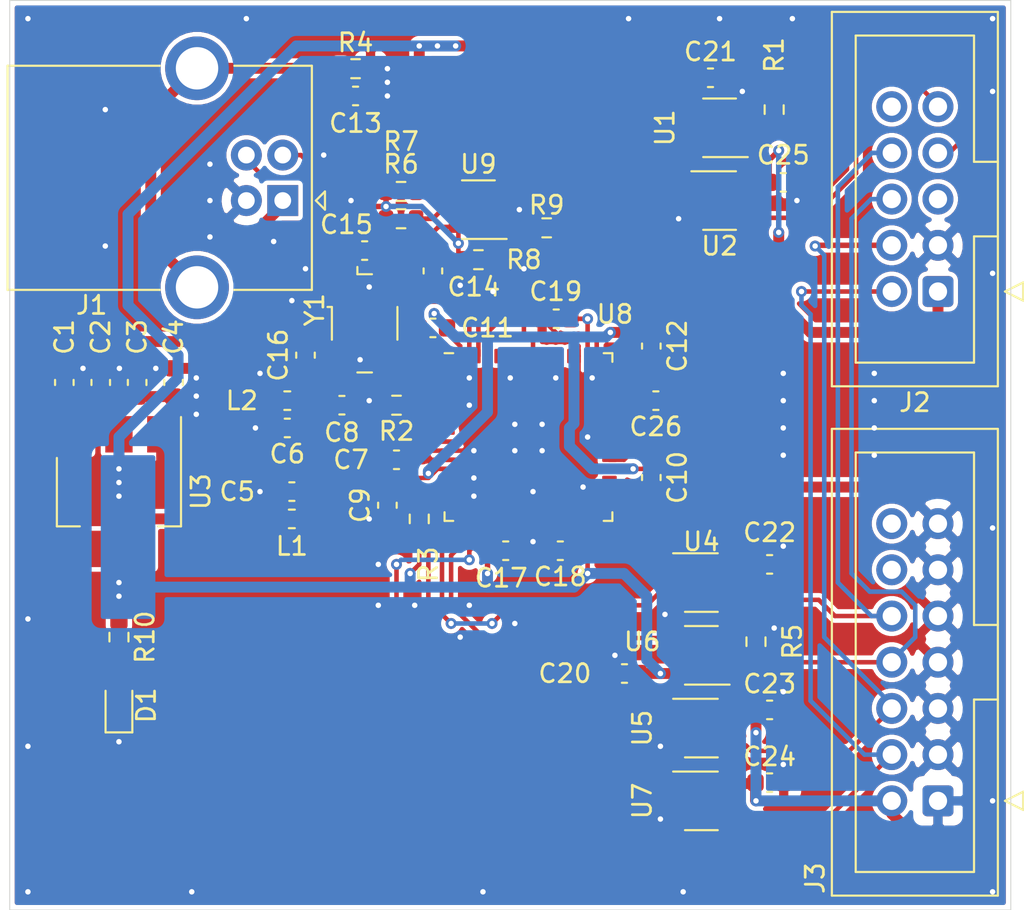
<source format=kicad_pcb>
(kicad_pcb (version 20171130) (host pcbnew 5.1.10)

  (general
    (thickness 1.6)
    (drawings 5)
    (tracks 652)
    (zones 0)
    (modules 54)
    (nets 32)
  )

  (page A4)
  (layers
    (0 F.Cu signal)
    (31 B.Cu signal)
    (32 B.Adhes user)
    (33 F.Adhes user)
    (34 B.Paste user)
    (35 F.Paste user)
    (36 B.SilkS user)
    (37 F.SilkS user)
    (38 B.Mask user)
    (39 F.Mask user)
    (40 Dwgs.User user)
    (41 Cmts.User user)
    (42 Eco1.User user)
    (43 Eco2.User user)
    (44 Edge.Cuts user)
    (45 Margin user)
    (46 B.CrtYd user)
    (47 F.CrtYd user)
    (48 B.Fab user hide)
    (49 F.Fab user hide)
  )

  (setup
    (last_trace_width 0.25)
    (user_trace_width 0.3)
    (user_trace_width 0.6)
    (trace_clearance 0.2)
    (zone_clearance 0.25)
    (zone_45_only no)
    (trace_min 0.25)
    (via_size 0.6)
    (via_drill 0.3)
    (via_min_size 0.4)
    (via_min_drill 0.3)
    (uvia_size 0.3)
    (uvia_drill 0.1)
    (uvias_allowed no)
    (uvia_min_size 0.2)
    (uvia_min_drill 0.1)
    (edge_width 0.05)
    (segment_width 0.2)
    (pcb_text_width 0.3)
    (pcb_text_size 1.5 1.5)
    (mod_edge_width 0.12)
    (mod_text_size 1 1)
    (mod_text_width 0.15)
    (pad_size 4.35 4.35)
    (pad_drill 0)
    (pad_to_mask_clearance 0)
    (aux_axis_origin 0 0)
    (visible_elements FFFFFF7F)
    (pcbplotparams
      (layerselection 0x010fc_ffffffff)
      (usegerberextensions true)
      (usegerberattributes true)
      (usegerberadvancedattributes true)
      (creategerberjobfile true)
      (excludeedgelayer true)
      (linewidth 0.100000)
      (plotframeref false)
      (viasonmask false)
      (mode 1)
      (useauxorigin false)
      (hpglpennumber 1)
      (hpglpenspeed 20)
      (hpglpendiameter 15.000000)
      (psnegative false)
      (psa4output false)
      (plotreference true)
      (plotvalue true)
      (plotinvisibletext false)
      (padsonsilk false)
      (subtractmaskfromsilk false)
      (outputformat 1)
      (mirror false)
      (drillshape 0)
      (scaleselection 1)
      (outputdirectory "gerber/"))
  )

  (net 0 "")
  (net 1 GND)
  (net 2 +5V)
  (net 3 +3V3)
  (net 4 /VPLL)
  (net 5 /VPHY)
  (net 6 VCCINT)
  (net 7 "Net-(C13-Pad1)")
  (net 8 "Net-(C15-Pad1)")
  (net 9 "Net-(C16-Pad1)")
  (net 10 VDD)
  (net 11 /D+)
  (net 12 /D-)
  (net 13 /TDI)
  (net 14 /TDO)
  (net 15 /TCK)
  (net 16 /TMS)
  (net 17 /RXD)
  (net 18 "Net-(R2-Pad1)")
  (net 19 "Net-(R3-Pad1)")
  (net 20 "Net-(R6-Pad2)")
  (net 21 "Net-(R7-Pad2)")
  (net 22 "Net-(R8-Pad2)")
  (net 23 "Net-(R9-Pad1)")
  (net 24 /BDBUS1)
  (net 25 /TXD)
  (net 26 /BDBUS0)
  (net 27 "Net-(U4-Pad2)")
  (net 28 "Net-(U5-Pad2)")
  (net 29 "Net-(U6-Pad4)")
  (net 30 "Net-(U7-Pad2)")
  (net 31 "Net-(D1-Pad2)")

  (net_class Default "This is the default net class."
    (clearance 0.2)
    (trace_width 0.25)
    (via_dia 0.6)
    (via_drill 0.3)
    (uvia_dia 0.3)
    (uvia_drill 0.1)
    (add_net +3V3)
    (add_net +5V)
    (add_net /BDBUS0)
    (add_net /BDBUS1)
    (add_net /RXD)
    (add_net /TCK)
    (add_net /TDI)
    (add_net /TDO)
    (add_net /TMS)
    (add_net /TXD)
    (add_net /VPHY)
    (add_net /VPLL)
    (add_net GND)
    (add_net "Net-(C13-Pad1)")
    (add_net "Net-(C15-Pad1)")
    (add_net "Net-(C16-Pad1)")
    (add_net "Net-(D1-Pad2)")
    (add_net "Net-(R2-Pad1)")
    (add_net "Net-(R3-Pad1)")
    (add_net "Net-(R6-Pad2)")
    (add_net "Net-(R7-Pad2)")
    (add_net "Net-(R8-Pad2)")
    (add_net "Net-(R9-Pad1)")
    (add_net "Net-(U4-Pad2)")
    (add_net "Net-(U5-Pad2)")
    (add_net "Net-(U6-Pad4)")
    (add_net "Net-(U7-Pad2)")
    (add_net VCCINT)
    (add_net VDD)
  )

  (net_class USB ""
    (clearance 0.2)
    (trace_width 0.25)
    (via_dia 0.6)
    (via_drill 0.3)
    (uvia_dia 0.3)
    (uvia_drill 0.1)
    (diff_pair_width 0.25)
    (diff_pair_gap 0.25)
    (add_net /D+)
    (add_net /D-)
  )

  (module Resistor_SMD:R_0603_1608Metric (layer F.Cu) (tedit 5F68FEEE) (tstamp 60A1F2E9)
    (at 41 55 270)
    (descr "Resistor SMD 0603 (1608 Metric), square (rectangular) end terminal, IPC_7351 nominal, (Body size source: IPC-SM-782 page 72, https://www.pcb-3d.com/wordpress/wp-content/uploads/ipc-sm-782a_amendment_1_and_2.pdf), generated with kicad-footprint-generator")
    (tags resistor)
    (path /61351E54)
    (attr smd)
    (fp_text reference R10 (at 0 -1.43 90) (layer F.SilkS)
      (effects (font (size 1 1) (thickness 0.15)))
    )
    (fp_text value 470 (at 0 1.43 90) (layer F.Fab)
      (effects (font (size 1 1) (thickness 0.15)))
    )
    (fp_line (start 1.48 0.73) (end -1.48 0.73) (layer F.CrtYd) (width 0.05))
    (fp_line (start 1.48 -0.73) (end 1.48 0.73) (layer F.CrtYd) (width 0.05))
    (fp_line (start -1.48 -0.73) (end 1.48 -0.73) (layer F.CrtYd) (width 0.05))
    (fp_line (start -1.48 0.73) (end -1.48 -0.73) (layer F.CrtYd) (width 0.05))
    (fp_line (start -0.237258 0.5225) (end 0.237258 0.5225) (layer F.SilkS) (width 0.12))
    (fp_line (start -0.237258 -0.5225) (end 0.237258 -0.5225) (layer F.SilkS) (width 0.12))
    (fp_line (start 0.8 0.4125) (end -0.8 0.4125) (layer F.Fab) (width 0.1))
    (fp_line (start 0.8 -0.4125) (end 0.8 0.4125) (layer F.Fab) (width 0.1))
    (fp_line (start -0.8 -0.4125) (end 0.8 -0.4125) (layer F.Fab) (width 0.1))
    (fp_line (start -0.8 0.4125) (end -0.8 -0.4125) (layer F.Fab) (width 0.1))
    (fp_text user %R (at 0 0 90) (layer F.Fab)
      (effects (font (size 0.4 0.4) (thickness 0.06)))
    )
    (pad 2 smd roundrect (at 0.825 0 270) (size 0.8 0.95) (layers F.Cu F.Paste F.Mask) (roundrect_rratio 0.25)
      (net 31 "Net-(D1-Pad2)"))
    (pad 1 smd roundrect (at -0.825 0 270) (size 0.8 0.95) (layers F.Cu F.Paste F.Mask) (roundrect_rratio 0.25)
      (net 3 +3V3))
    (model ${KISYS3DMOD}/Resistor_SMD.3dshapes/R_0603_1608Metric.wrl
      (at (xyz 0 0 0))
      (scale (xyz 1 1 1))
      (rotate (xyz 0 0 0))
    )
  )

  (module LED_SMD:LED_0603_1608Metric (layer F.Cu) (tedit 5F68FEF1) (tstamp 60A1F080)
    (at 41 58.75 90)
    (descr "LED SMD 0603 (1608 Metric), square (rectangular) end terminal, IPC_7351 nominal, (Body size source: http://www.tortai-tech.com/upload/download/2011102023233369053.pdf), generated with kicad-footprint-generator")
    (tags LED)
    (path /61327066)
    (attr smd)
    (fp_text reference D1 (at 0 1.5 90) (layer F.SilkS)
      (effects (font (size 1 1) (thickness 0.15)))
    )
    (fp_text value Blue (at 0 1.43 90) (layer F.Fab)
      (effects (font (size 1 1) (thickness 0.15)))
    )
    (fp_line (start 1.48 0.73) (end -1.48 0.73) (layer F.CrtYd) (width 0.05))
    (fp_line (start 1.48 -0.73) (end 1.48 0.73) (layer F.CrtYd) (width 0.05))
    (fp_line (start -1.48 -0.73) (end 1.48 -0.73) (layer F.CrtYd) (width 0.05))
    (fp_line (start -1.48 0.73) (end -1.48 -0.73) (layer F.CrtYd) (width 0.05))
    (fp_line (start -1.485 0.735) (end 0.8 0.735) (layer F.SilkS) (width 0.12))
    (fp_line (start -1.485 -0.735) (end -1.485 0.735) (layer F.SilkS) (width 0.12))
    (fp_line (start 0.8 -0.735) (end -1.485 -0.735) (layer F.SilkS) (width 0.12))
    (fp_line (start 0.8 0.4) (end 0.8 -0.4) (layer F.Fab) (width 0.1))
    (fp_line (start -0.8 0.4) (end 0.8 0.4) (layer F.Fab) (width 0.1))
    (fp_line (start -0.8 -0.1) (end -0.8 0.4) (layer F.Fab) (width 0.1))
    (fp_line (start -0.5 -0.4) (end -0.8 -0.1) (layer F.Fab) (width 0.1))
    (fp_line (start 0.8 -0.4) (end -0.5 -0.4) (layer F.Fab) (width 0.1))
    (fp_text user %R (at 0 0 90) (layer F.Fab)
      (effects (font (size 0.4 0.4) (thickness 0.06)))
    )
    (pad 2 smd roundrect (at 0.7875 0 90) (size 0.875 0.95) (layers F.Cu F.Paste F.Mask) (roundrect_rratio 0.25)
      (net 31 "Net-(D1-Pad2)"))
    (pad 1 smd roundrect (at -0.7875 0 90) (size 0.875 0.95) (layers F.Cu F.Paste F.Mask) (roundrect_rratio 0.25)
      (net 1 GND))
    (model ${KISYS3DMOD}/LED_SMD.3dshapes/LED_0603_1608Metric.wrl
      (at (xyz 0 0 0))
      (scale (xyz 1 1 1))
      (rotate (xyz 0 0 0))
    )
  )

  (module shimatta_artwork:shimatta_kanji_10mm_solder_mask (layer F.Cu) (tedit 0) (tstamp 60A1E31A)
    (at 64.25 26.25)
    (fp_text reference G*** (at 0 0) (layer F.SilkS) hide
      (effects (font (size 1.524 1.524) (thickness 0.3)))
    )
    (fp_text value LOGO (at 0.75 0) (layer F.SilkS) hide
      (effects (font (size 1.524 1.524) (thickness 0.3)))
    )
    (fp_poly (pts (xy 4.714395 -0.8769) (xy 4.78388 -0.86582) (xy 4.833603 -0.850022) (xy 4.880848 -0.822861)
      (xy 4.911494 -0.788178) (xy 4.927906 -0.743153) (xy 4.929184 -0.735983) (xy 4.931062 -0.706971)
      (xy 4.923072 -0.684686) (xy 4.909667 -0.666836) (xy 4.890689 -0.647915) (xy 4.867692 -0.633696)
      (xy 4.836589 -0.622641) (xy 4.793292 -0.61321) (xy 4.747846 -0.605906) (xy 4.698694 -0.596073)
      (xy 4.636687 -0.579736) (xy 4.56674 -0.558508) (xy 4.493772 -0.534001) (xy 4.422699 -0.507827)
      (xy 4.358439 -0.4816) (xy 4.33068 -0.469102) (xy 4.294201 -0.452154) (xy 4.26504 -0.438885)
      (xy 4.247234 -0.431115) (xy 4.243722 -0.429846) (xy 4.237223 -0.437264) (xy 4.230421 -0.448742)
      (xy 4.222343 -0.465391) (xy 4.220308 -0.471528) (xy 4.22838 -0.477338) (xy 4.250854 -0.491193)
      (xy 4.28511 -0.511541) (xy 4.328532 -0.536827) (xy 4.378503 -0.565498) (xy 4.3815 -0.567205)
      (xy 4.431797 -0.596151) (xy 4.475684 -0.621993) (xy 4.51054 -0.643139) (xy 4.533742 -0.657996)
      (xy 4.542668 -0.664972) (xy 4.542692 -0.665093) (xy 4.533645 -0.668354) (xy 4.509335 -0.672122)
      (xy 4.474006 -0.675817) (xy 4.450366 -0.677683) (xy 4.407477 -0.679838) (xy 4.366101 -0.679733)
      (xy 4.322579 -0.676971) (xy 4.273248 -0.671155) (xy 4.214446 -0.66189) (xy 4.142511 -0.648779)
      (xy 4.090884 -0.638775) (xy 4.043506 -0.630043) (xy 4.002848 -0.623644) (xy 3.972838 -0.620119)
      (xy 3.957402 -0.620006) (xy 3.956557 -0.620334) (xy 3.949316 -0.633644) (xy 3.946769 -0.653242)
      (xy 3.948484 -0.666875) (xy 3.955898 -0.678254) (xy 3.972415 -0.69008) (xy 4.001436 -0.70505)
      (xy 4.027365 -0.717171) (xy 4.129523 -0.762172) (xy 4.225433 -0.800517) (xy 4.311563 -0.830862)
      (xy 4.377063 -0.850037) (xy 4.461816 -0.867431) (xy 4.549118 -0.877705) (xy 4.634726 -0.880862)
      (xy 4.714395 -0.8769)) (layer F.Mask) (width 0.01))
    (fp_poly (pts (xy 1.650604 -0.814886) (xy 1.727978 -0.808726) (xy 1.793053 -0.797831) (xy 1.81023 -0.793406)
      (xy 1.899824 -0.762403) (xy 1.974615 -0.724253) (xy 2.038733 -0.676652) (xy 2.066192 -0.650526)
      (xy 2.126167 -0.576177) (xy 2.168183 -0.494933) (xy 2.191898 -0.408341) (xy 2.19697 -0.317951)
      (xy 2.18306 -0.225312) (xy 2.169613 -0.180708) (xy 2.13113 -0.100113) (xy 2.075008 -0.025633)
      (xy 2.002339 0.042173) (xy 1.914215 0.102743) (xy 1.81173 0.155519) (xy 1.695975 0.199941)
      (xy 1.568043 0.235447) (xy 1.429027 0.26148) (xy 1.28002 0.277478) (xy 1.274885 0.277832)
      (xy 1.226047 0.281292) (xy 1.176022 0.285076) (xy 1.13415 0.288473) (xy 1.127125 0.289083)
      (xy 1.09417 0.291559) (xy 1.075622 0.290533) (xy 1.066443 0.284419) (xy 1.061595 0.271627)
      (xy 1.060707 0.268148) (xy 1.057065 0.247819) (xy 1.057784 0.238267) (xy 1.068405 0.235107)
      (xy 1.093771 0.229719) (xy 1.129348 0.223031) (xy 1.148625 0.219649) (xy 1.300226 0.187904)
      (xy 1.436364 0.147462) (xy 1.556594 0.098571) (xy 1.66047 0.041479) (xy 1.747548 -0.023568)
      (xy 1.817383 -0.096322) (xy 1.869531 -0.176536) (xy 1.872666 -0.182744) (xy 1.899898 -0.255177)
      (xy 1.91235 -0.329707) (xy 1.910903 -0.403571) (xy 1.896432 -0.474006) (xy 1.869818 -0.53825)
      (xy 1.831938 -0.593539) (xy 1.783671 -0.637111) (xy 1.725894 -0.666203) (xy 1.718193 -0.668641)
      (xy 1.664892 -0.679) (xy 1.600765 -0.683159) (xy 1.533513 -0.681115) (xy 1.470839 -0.672868)
      (xy 1.452141 -0.668701) (xy 1.395858 -0.650331) (xy 1.327701 -0.621188) (xy 1.250878 -0.582923)
      (xy 1.168596 -0.537185) (xy 1.084062 -0.485625) (xy 1.038539 -0.455898) (xy 0.99135 -0.424741)
      (xy 0.948533 -0.397241) (xy 0.913241 -0.375365) (xy 0.888627 -0.361079) (xy 0.879184 -0.356562)
      (xy 0.852674 -0.356911) (xy 0.816595 -0.369468) (xy 0.774454 -0.391923) (xy 0.729758 -0.421967)
      (xy 0.686017 -0.457291) (xy 0.646737 -0.495585) (xy 0.62117 -0.526415) (xy 0.588588 -0.577762)
      (xy 0.572878 -0.620344) (xy 0.573834 -0.654893) (xy 0.580838 -0.669906) (xy 0.594372 -0.685927)
      (xy 0.610035 -0.691787) (xy 0.631601 -0.687028) (xy 0.662843 -0.671194) (xy 0.686196 -0.657182)
      (xy 0.720932 -0.637671) (xy 0.751557 -0.626452) (xy 0.782484 -0.62365) (xy 0.818124 -0.62939)
      (xy 0.862886 -0.643797) (xy 0.912991 -0.663605) (xy 1.036058 -0.710583) (xy 1.16142 -0.751468)
      (xy 1.281419 -0.783832) (xy 1.319252 -0.792381) (xy 1.395255 -0.805058) (xy 1.479186 -0.813041)
      (xy 1.565988 -0.81632) (xy 1.650604 -0.814886)) (layer F.Mask) (width 0.01))
    (fp_poly (pts (xy -3.582865 -1.822007) (xy -3.515241 -1.814199) (xy -3.449153 -1.804227) (xy -3.389301 -1.792958)
      (xy -3.340383 -1.781261) (xy -3.311613 -1.771913) (xy -3.276141 -1.751813) (xy -3.259485 -1.728548)
      (xy -3.26152 -1.703747) (xy -3.282121 -1.67904) (xy -3.320478 -1.656363) (xy -3.360615 -1.638263)
      (xy -3.360615 -0.976923) (xy -3.050826 -0.976923) (xy -2.954163 -1.088964) (xy -2.919806 -1.128001)
      (xy -2.889329 -1.161159) (xy -2.865219 -1.185844) (xy -2.849965 -1.199462) (xy -2.846449 -1.20131)
      (xy -2.835962 -1.194912) (xy -2.814321 -1.177068) (xy -2.784203 -1.150137) (xy -2.748279 -1.116476)
      (xy -2.727541 -1.09646) (xy -2.67764 -1.046194) (xy -2.642082 -1.00633) (xy -2.619782 -0.975279)
      (xy -2.609656 -0.951451) (xy -2.610618 -0.933259) (xy -2.612926 -0.928632) (xy -2.624147 -0.925565)
      (xy -2.653815 -0.923044) (xy -2.702136 -0.921066) (xy -2.769318 -0.919623) (xy -2.855568 -0.918711)
      (xy -2.961091 -0.918323) (xy -2.989961 -0.918308) (xy -3.360615 -0.918308) (xy -3.360615 0.283308)
      (xy -3.129986 0.283308) (xy -3.033787 0.175846) (xy -2.999541 0.138053) (xy -2.969777 0.106078)
      (xy -2.946943 0.082482) (xy -2.933485 0.069827) (xy -2.93114 0.068385) (xy -2.919969 0.07459)
      (xy -2.897693 0.091366) (xy -2.86749 0.115947) (xy -2.832539 0.145572) (xy -2.796016 0.177478)
      (xy -2.761101 0.208901) (xy -2.730971 0.237078) (xy -2.708805 0.259246) (xy -2.700009 0.269337)
      (xy -2.683503 0.294256) (xy -2.67963 0.311194) (xy -2.683326 0.320827) (xy -2.686397 0.323798)
      (xy -2.692458 0.326396) (xy -2.702777 0.328652) (xy -2.718621 0.330596) (xy -2.741255 0.332258)
      (xy -2.771947 0.333668) (xy -2.811963 0.334857) (xy -2.862571 0.335854) (xy -2.925035 0.33669)
      (xy -3.000624 0.337395) (xy -3.090604 0.337999) (xy -3.196241 0.338533) (xy -3.318803 0.339025)
      (xy -3.459555 0.339508) (xy -3.469197 0.339539) (xy -3.610444 0.339985) (xy -3.733438 0.340335)
      (xy -3.839466 0.340559) (xy -3.929812 0.340631) (xy -4.005764 0.340522) (xy -4.068607 0.340206)
      (xy -4.119627 0.339653) (xy -4.16011 0.338837) (xy -4.191341 0.33773) (xy -4.214607 0.336304)
      (xy -4.231193 0.334532) (xy -4.242386 0.332386) (xy -4.24947 0.329837) (xy -4.253733 0.326859)
      (xy -4.256459 0.323424) (xy -4.256999 0.322575) (xy -4.266637 0.303256) (xy -4.269154 0.29321)
      (xy -4.259449 0.290091) (xy -4.230577 0.287546) (xy -4.182901 0.285586) (xy -4.116783 0.284223)
      (xy -4.032588 0.283468) (xy -3.961423 0.283308) (xy -3.653692 0.283308) (xy -3.653692 -0.918308)
      (xy -4.257138 -0.918308) (xy -4.272915 -0.942387) (xy -4.284228 -0.961246) (xy -4.288692 -0.971695)
      (xy -4.279306 -0.972955) (xy -4.252675 -0.974106) (xy -4.211094 -0.97511) (xy -4.156857 -0.975929)
      (xy -4.092259 -0.976526) (xy -4.019594 -0.976862) (xy -3.971192 -0.976923) (xy -3.653692 -0.976923)
      (xy -3.653692 -1.828829) (xy -3.582865 -1.822007)) (layer F.Mask) (width 0.01))
    (fp_poly (pts (xy 3.904032 -0.197936) (xy 3.910454 -0.175775) (xy 3.906745 -0.137905) (xy 3.901871 -0.115807)
      (xy 3.8929 -0.054548) (xy 3.899435 -0.003419) (xy 3.921958 0.039942) (xy 3.937317 0.05743)
      (xy 3.983651 0.090836) (xy 4.046963 0.115775) (xy 4.126609 0.132224) (xy 4.221946 0.140156)
      (xy 4.332331 0.139548) (xy 4.457122 0.130375) (xy 4.595675 0.112611) (xy 4.73652 0.08832)
      (xy 4.805929 0.077784) (xy 4.861782 0.076145) (xy 4.908114 0.083803) (xy 4.948965 0.101158)
      (xy 4.964712 0.11093) (xy 4.998848 0.141606) (xy 5.016099 0.178253) (xy 5.018518 0.225258)
      (xy 5.018467 0.225887) (xy 5.009775 0.268563) (xy 4.990561 0.30448) (xy 4.959619 0.334105)
      (xy 4.915748 0.357905) (xy 4.857744 0.376348) (xy 4.784402 0.389901) (xy 4.694521 0.39903)
      (xy 4.586896 0.404204) (xy 4.557346 0.404928) (xy 4.497057 0.405929) (xy 4.441733 0.406402)
      (xy 4.395039 0.406351) (xy 4.360638 0.405779) (xy 4.342423 0.404722) (xy 4.319441 0.401683)
      (xy 4.28352 0.39706) (xy 4.241108 0.391681) (xy 4.225192 0.389681) (xy 4.115447 0.369458)
      (xy 4.020455 0.338355) (xy 3.940676 0.296748) (xy 3.876572 0.245012) (xy 3.828605 0.183523)
      (xy 3.797235 0.112656) (xy 3.782923 0.032787) (xy 3.782704 0.029266) (xy 3.781224 -0.012946)
      (xy 3.783462 -0.043595) (xy 3.790646 -0.0705) (xy 3.802879 -0.099089) (xy 3.82194 -0.134092)
      (xy 3.843923 -0.166158) (xy 3.865367 -0.190943) (xy 3.882809 -0.2041) (xy 3.887353 -0.205154)
      (xy 3.904032 -0.197936)) (layer F.Mask) (width 0.01))
    (fp_poly (pts (xy 3.669072 -1.737221) (xy 3.723446 -1.720007) (xy 3.781495 -1.694026) (xy 3.838701 -1.661833)
      (xy 3.890541 -1.625982) (xy 3.932494 -1.589028) (xy 3.960041 -1.553525) (xy 3.960753 -1.552219)
      (xy 3.979622 -1.51702) (xy 3.909465 -1.365297) (xy 3.886433 -1.315156) (xy 3.866579 -1.271297)
      (xy 3.851243 -1.236734) (xy 3.841768 -1.214483) (xy 3.839308 -1.207595) (xy 3.847981 -1.202534)
      (xy 3.871822 -1.203135) (xy 3.907564 -1.208592) (xy 3.951939 -1.218096) (xy 4.00168 -1.230838)
      (xy 4.053518 -1.246011) (xy 4.104188 -1.262807) (xy 4.15042 -1.280417) (xy 4.172358 -1.289966)
      (xy 4.219217 -1.310539) (xy 4.254335 -1.322652) (xy 4.283112 -1.327224) (xy 4.310948 -1.325172)
      (xy 4.339677 -1.318416) (xy 4.383852 -1.298692) (xy 4.418931 -1.268658) (xy 4.442336 -1.232142)
      (xy 4.451487 -1.192974) (xy 4.446118 -1.160422) (xy 4.42479 -1.13) (xy 4.385074 -1.100403)
      (xy 4.328114 -1.072009) (xy 4.255054 -1.045195) (xy 4.16704 -1.020337) (xy 4.065217 -0.997812)
      (xy 3.950728 -0.977995) (xy 3.849841 -0.964231) (xy 3.748027 -0.951858) (xy 3.532052 -0.312294)
      (xy 3.495626 -0.204625) (xy 3.460792 -0.10204) (xy 3.428087 -0.0061) (xy 3.398047 0.081637)
      (xy 3.371212 0.159613) (xy 3.348117 0.226269) (xy 3.329301 0.280047) (xy 3.315301 0.319388)
      (xy 3.306653 0.342734) (xy 3.304216 0.348492) (xy 3.274098 0.384177) (xy 3.234429 0.404864)
      (xy 3.189514 0.40933) (xy 3.143659 0.396352) (xy 3.140829 0.394917) (xy 3.091868 0.359768)
      (xy 3.058822 0.313509) (xy 3.041487 0.255781) (xy 3.038541 0.214923) (xy 3.044134 0.164705)
      (xy 3.061975 0.111422) (xy 3.093319 0.052068) (xy 3.129539 -0.002619) (xy 3.158529 -0.046277)
      (xy 3.18709 -0.095478) (xy 3.216473 -0.152808) (xy 3.247929 -0.220855) (xy 3.282711 -0.302203)
      (xy 3.322068 -0.399441) (xy 3.324529 -0.405651) (xy 3.349288 -0.468852) (xy 3.375322 -0.536462)
      (xy 3.401694 -0.605925) (xy 3.427463 -0.674689) (xy 3.451691 -0.740198) (xy 3.47344 -0.799898)
      (xy 3.491769 -0.851234) (xy 3.505741 -0.891653) (xy 3.514415 -0.918599) (xy 3.516923 -0.929052)
      (xy 3.507672 -0.932617) (xy 3.481954 -0.935107) (xy 3.442819 -0.936341) (xy 3.396225 -0.93619)
      (xy 3.344671 -0.935607) (xy 3.307817 -0.936336) (xy 3.280835 -0.939051) (xy 3.258899 -0.944425)
      (xy 3.237179 -0.953132) (xy 3.221605 -0.960548) (xy 3.162098 -0.998983) (xy 3.110358 -1.050347)
      (xy 3.071208 -1.109416) (xy 3.0592 -1.136534) (xy 3.043898 -1.185663) (xy 3.038187 -1.223343)
      (xy 3.041298 -1.248209) (xy 3.052463 -1.2589) (xy 3.070913 -1.25405) (xy 3.09588 -1.232297)
      (xy 3.106299 -1.220086) (xy 3.140948 -1.184785) (xy 3.180552 -1.161374) (xy 3.229381 -1.148184)
      (xy 3.291704 -1.143542) (xy 3.302 -1.143479) (xy 3.358061 -1.144554) (xy 3.414457 -1.147456)
      (xy 3.467586 -1.151798) (xy 3.513847 -1.157193) (xy 3.549637 -1.163256) (xy 3.571356 -1.169599)
      (xy 3.575881 -1.172862) (xy 3.58065 -1.186705) (xy 3.588313 -1.215792) (xy 3.59801 -1.256194)
      (xy 3.608882 -1.303979) (xy 3.620069 -1.355218) (xy 3.630711 -1.40598) (xy 3.639949 -1.452335)
      (xy 3.646923 -1.490354) (xy 3.650558 -1.514241) (xy 3.652583 -1.537485) (xy 3.650057 -1.554486)
      (xy 3.640231 -1.570703) (xy 3.620353 -1.591593) (xy 3.603476 -1.607678) (xy 3.575042 -1.633585)
      (xy 3.549825 -1.654898) (xy 3.533063 -1.667199) (xy 3.53251 -1.667516) (xy 3.519407 -1.681919)
      (xy 3.522214 -1.698894) (xy 3.537965 -1.715961) (xy 3.563697 -1.730641) (xy 3.596443 -1.740453)
      (xy 3.622897 -1.743114) (xy 3.669072 -1.737221)) (layer F.Mask) (width 0.01))
    (fp_poly (pts (xy -4.450314 -1.843074) (xy -4.421207 -1.834144) (xy -4.382284 -1.821098) (xy -4.337733 -1.80544)
      (xy -4.291741 -1.788674) (xy -4.248497 -1.772302) (xy -4.21219 -1.757829) (xy -4.187009 -1.746758)
      (xy -4.184754 -1.745638) (xy -4.138598 -1.719108) (xy -4.111335 -1.695451) (xy -4.102693 -1.673752)
      (xy -4.112396 -1.653093) (xy -4.140172 -1.632559) (xy -4.149481 -1.627556) (xy -4.168557 -1.617176)
      (xy -4.183279 -1.606335) (xy -4.195994 -1.591609) (xy -4.209051 -1.569578) (xy -4.224797 -1.536819)
      (xy -4.24558 -1.489912) (xy -4.248469 -1.483295) (xy -4.274166 -1.426281) (xy -4.305194 -1.360264)
      (xy -4.337634 -1.293449) (xy -4.367399 -1.234364) (xy -4.433745 -1.10592) (xy -4.385642 -1.076017)
      (xy -4.352834 -1.051632) (xy -4.338819 -1.029943) (xy -4.34334 -1.009288) (xy -4.366144 -0.988004)
      (xy -4.37161 -0.98434) (xy -4.405681 -0.962269) (xy -4.405869 -0.258884) (xy -4.406057 0.4445)
      (xy -4.43774 0.466007) (xy -4.488967 0.494274) (xy -4.544054 0.513762) (xy -4.597662 0.523266)
      (xy -4.644454 0.521583) (xy -4.662365 0.516665) (xy -4.689231 0.506372) (xy -4.689231 -0.755182)
      (xy -4.784481 -0.663184) (xy -4.842542 -0.608099) (xy -4.892151 -0.563065) (xy -4.932115 -0.529092)
      (xy -4.96124 -0.507189) (xy -4.978332 -0.498365) (xy -4.979675 -0.498231) (xy -4.994042 -0.504943)
      (xy -5.000311 -0.511035) (xy -5.00264 -0.52155) (xy -4.996358 -0.539837) (xy -4.980248 -0.568519)
      (xy -4.957004 -0.604397) (xy -4.858701 -0.7631) (xy -4.766712 -0.935035) (xy -4.683977 -1.114189)
      (xy -4.613433 -1.294549) (xy -4.598294 -1.338384) (xy -4.578583 -1.400189) (xy -4.557844 -1.470622)
      (xy -4.537235 -1.545225) (xy -4.517912 -1.619537) (xy -4.501029 -1.6891) (xy -4.487744 -1.749453)
      (xy -4.479212 -1.796139) (xy -4.478651 -1.799981) (xy -4.473579 -1.826977) (xy -4.46802 -1.84371)
      (xy -4.465414 -1.846384) (xy -4.450314 -1.843074)) (layer F.Mask) (width 0.01))
    (fp_poly (pts (xy -1.919394 -1.844364) (xy -1.881995 -1.838959) (xy -1.83621 -1.831152) (xy -1.787182 -1.821928)
      (xy -1.740055 -1.812271) (xy -1.699974 -1.803165) (xy -1.672081 -1.795593) (xy -1.665658 -1.793285)
      (xy -1.641617 -1.78009) (xy -1.626567 -1.766036) (xy -1.625347 -1.763663) (xy -1.626838 -1.74347)
      (xy -1.641826 -1.72305) (xy -1.660978 -1.710965) (xy -1.673678 -1.701253) (xy -1.695449 -1.680074)
      (xy -1.722813 -1.650936) (xy -1.742271 -1.629019) (xy -1.808024 -1.553308) (xy -0.594458 -1.553308)
      (xy -0.497222 -1.643673) (xy -0.460879 -1.677064) (xy -0.429285 -1.705373) (xy -0.405355 -1.726043)
      (xy -0.392001 -1.736515) (xy -0.390655 -1.737241) (xy -0.378973 -1.732798) (xy -0.356469 -1.717835)
      (xy -0.326597 -1.69517) (xy -0.292814 -1.66762) (xy -0.258573 -1.638004) (xy -0.227331 -1.609139)
      (xy -0.202541 -1.583843) (xy -0.202446 -1.583738) (xy -0.182214 -1.558813) (xy -0.169009 -1.537693)
      (xy -0.166077 -1.528615) (xy -0.172848 -1.514531) (xy -0.19409 -1.504447) (xy -0.231197 -1.498051)
      (xy -0.285562 -1.495033) (xy -0.318136 -1.494692) (xy -0.420077 -1.494692) (xy -0.420077 -1.318846)
      (xy -0.419978 -1.256308) (xy -0.419487 -1.210659) (xy -0.418317 -1.179249) (xy -0.416179 -1.159428)
      (xy -0.412785 -1.148545) (xy -0.407847 -1.143953) (xy -0.401076 -1.143) (xy -0.400946 -1.143)
      (xy -0.386656 -1.149096) (xy -0.361172 -1.165768) (xy -0.327888 -1.190596) (xy -0.290196 -1.221155)
      (xy -0.283437 -1.226881) (xy -0.185058 -1.310762) (xy -0.10076 -1.243977) (xy -0.050552 -1.202931)
      (xy -0.015414 -1.170918) (xy 0.005972 -1.146334) (xy 0.014925 -1.127576) (xy 0.012767 -1.113042)
      (xy 0.010144 -1.109259) (xy 0.003296 -1.104152) (xy -0.009271 -1.10031) (xy -0.030021 -1.097563)
      (xy -0.061416 -1.095745) (xy -0.105922 -1.094686) (xy -0.166 -1.09422) (xy -0.211235 -1.094154)
      (xy -0.420077 -1.094154) (xy -0.420077 -0.796651) (xy -0.342531 -0.873741) (xy -0.264986 -0.950832)
      (xy -0.208446 -0.912589) (xy -0.167434 -0.882691) (xy -0.128134 -0.850225) (xy -0.093355 -0.817971)
      (xy -0.065901 -0.78871) (xy -0.048579 -0.765224) (xy -0.044196 -0.750292) (xy -0.044312 -0.749955)
      (xy -0.049346 -0.741378) (xy -0.058613 -0.734832) (xy -0.07451 -0.730046) (xy -0.099432 -0.726751)
      (xy -0.135776 -0.724675) (xy -0.185938 -0.72355) (xy -0.252314 -0.723104) (xy -0.282819 -0.723056)
      (xy -0.35028 -0.722753) (xy -0.400068 -0.721869) (xy -0.434048 -0.72028) (xy -0.45408 -0.717863)
      (xy -0.462026 -0.714494) (xy -0.461108 -0.7112) (xy -0.44997 -0.689047) (xy -0.45748 -0.665224)
      (xy -0.478692 -0.644769) (xy -0.508 -0.6239) (xy -0.508 -0.420077) (xy -0.477382 -0.420077)
      (xy -0.461294 -0.422557) (xy -0.442702 -0.431376) (xy -0.418593 -0.448598) (xy -0.385953 -0.47629)
      (xy -0.356469 -0.502961) (xy -0.266175 -0.585845) (xy -0.218568 -0.550365) (xy -0.181106 -0.520775)
      (xy -0.144068 -0.488675) (xy -0.111503 -0.457853) (xy -0.087463 -0.432099) (xy -0.077422 -0.418313)
      (xy -0.075189 -0.398832) (xy -0.083756 -0.386563) (xy -0.091624 -0.381323) (xy -0.105009 -0.377396)
      (xy -0.126449 -0.374606) (xy -0.158481 -0.372774) (xy -0.203641 -0.371725) (xy -0.264466 -0.371281)
      (xy -0.303544 -0.371231) (xy -0.508 -0.371231) (xy -0.508 0) (xy -0.3887 0)
      (xy -0.205168 -0.16847) (xy -0.150791 -0.135523) (xy -0.100701 -0.103092) (xy -0.054861 -0.069559)
      (xy -0.016657 -0.037706) (xy 0.010525 -0.010313) (xy 0.022021 0.006433) (xy 0.027543 0.021071)
      (xy 0.028068 0.032697) (xy 0.021764 0.041653) (xy 0.006799 0.048284) (xy -0.01866 0.052935)
      (xy -0.056445 0.05595) (xy -0.10839 0.057672) (xy -0.176326 0.058445) (xy -0.255867 0.058616)
      (xy -0.508 0.058616) (xy -0.508 0.466604) (xy -0.543753 0.493875) (xy -0.5926 0.523223)
      (xy -0.644919 0.541308) (xy -0.695188 0.546772) (xy -0.732692 0.540297) (xy -0.744774 0.534806)
      (xy -0.754082 0.526462) (xy -0.760975 0.512889) (xy -0.765812 0.491713) (xy -0.768952 0.460557)
      (xy -0.770752 0.417047) (xy -0.771572 0.358808) (xy -0.771769 0.283463) (xy -0.771769 0.058616)
      (xy -1.394753 0.058616) (xy -1.41053 0.034536) (xy -1.421843 0.015678) (xy -1.426308 0.005228)
      (xy -1.417182 0.00317) (xy -1.392375 0.001493) (xy -1.355744 0.000377) (xy -1.313962 0)
      (xy -1.201615 0) (xy -1.201615 -0.371231) (xy -0.957385 -0.371231) (xy -0.957385 0)
      (xy -0.771769 0) (xy -0.771769 -0.371231) (xy -0.957385 -0.371231) (xy -1.201615 -0.371231)
      (xy -1.201615 -0.525857) (xy -1.069823 -0.472967) (xy -1.016817 -0.45199) (xy -0.977102 -0.437427)
      (xy -0.945959 -0.428116) (xy -0.918668 -0.422894) (xy -0.89051 -0.420602) (xy -0.856765 -0.420077)
      (xy -0.771769 -0.420077) (xy -0.771769 -0.722923) (xy -1.634867 -0.722923) (xy -1.61239 -0.698997)
      (xy -1.596848 -0.67546) (xy -1.599367 -0.65576) (xy -1.620531 -0.638413) (xy -1.63965 -0.629608)
      (xy -1.673862 -0.607744) (xy -1.71065 -0.569566) (xy -1.747587 -0.517644) (xy -1.75162 -0.511096)
      (xy -1.75152 -0.505437) (xy -1.74135 -0.501646) (xy -1.718505 -0.499402) (xy -1.680386 -0.498385)
      (xy -1.647158 -0.498231) (xy -1.534883 -0.498231) (xy -1.475412 -0.553291) (xy -1.447839 -0.57803)
      (xy -1.426122 -0.596036) (xy -1.413794 -0.604434) (xy -1.412358 -0.604579) (xy -1.387692 -0.577268)
      (xy -1.357837 -0.542223) (xy -1.32602 -0.503473) (xy -1.295468 -0.46505) (xy -1.269407 -0.430983)
      (xy -1.251065 -0.405304) (xy -1.245244 -0.395856) (xy -1.226039 -0.359747) (xy -1.271127 -0.319085)
      (xy -1.299345 -0.28887) (xy -1.328995 -0.249669) (xy -1.352273 -0.212352) (xy -1.421159 -0.103641)
      (xy -1.507092 0.002805) (xy -1.607579 0.104708) (xy -1.72013 0.199787) (xy -1.842253 0.285763)
      (xy -1.971455 0.360358) (xy -1.987081 0.368319) (xy -2.044203 0.395745) (xy -2.104073 0.422294)
      (xy -2.163731 0.446882) (xy -2.220219 0.468425) (xy -2.270577 0.485838) (xy -2.311847 0.498037)
      (xy -2.341069 0.503939) (xy -2.354601 0.502982) (xy -2.363498 0.492316) (xy -2.35879 0.478308)
      (xy -2.339261 0.459587) (xy -2.303696 0.43478) (xy -2.28232 0.421379) (xy -2.201566 0.368801)
      (xy -2.116594 0.308129) (xy -2.033772 0.244174) (xy -1.95947 0.181745) (xy -1.931654 0.156502)
      (xy -1.893852 0.120358) (xy -1.869903 0.095101) (xy -1.858655 0.079105) (xy -1.858958 0.070742)
      (xy -1.869294 0.068385) (xy -1.890535 0.058644) (xy -1.910327 0.029427) (xy -1.928664 -0.019257)
      (xy -1.935763 -0.04485) (xy -1.953408 -0.103979) (xy -1.973871 -0.15674) (xy -1.995002 -0.197934)
      (xy -2.005168 -0.212598) (xy -2.014656 -0.21693) (xy -2.030514 -0.210297) (xy -2.056217 -0.191185)
      (xy -2.058255 -0.189522) (xy -2.083064 -0.16973) (xy -2.11878 -0.141928) (xy -2.160649 -0.109789)
      (xy -2.203916 -0.076985) (xy -2.204407 -0.076615) (xy -2.248193 -0.044274) (xy -2.279378 -0.022973)
      (xy -2.300428 -0.011315) (xy -2.313811 -0.007902) (xy -2.321099 -0.010522) (xy -2.332834 -0.023783)
      (xy -2.334846 -0.029259) (xy -2.329106 -0.03977) (xy -2.313843 -0.061259) (xy -2.291994 -0.089655)
      (xy -2.284613 -0.098889) (xy -2.22415 -0.179007) (xy -2.161423 -0.271256) (xy -2.147432 -0.293745)
      (xy -1.945254 -0.293745) (xy -1.9178 -0.287849) (xy -1.844396 -0.264231) (xy -1.78592 -0.228069)
      (xy -1.742242 -0.179266) (xy -1.724151 -0.146275) (xy -1.713023 -0.122751) (xy -1.705495 -0.108964)
      (xy -1.704123 -0.107461) (xy -1.698102 -0.115076) (xy -1.684494 -0.135206) (xy -1.66604 -0.163778)
      (xy -1.662664 -0.169109) (xy -1.646605 -0.196) (xy -1.626293 -0.232122) (xy -1.603673 -0.273751)
      (xy -1.58069 -0.317166) (xy -1.559289 -0.358643) (xy -1.541414 -0.394459) (xy -1.52901 -0.420893)
      (xy -1.524021 -0.43422) (xy -1.524 -0.434553) (xy -1.533201 -0.436299) (xy -1.558534 -0.437719)
      (xy -1.596594 -0.438706) (xy -1.643976 -0.439151) (xy -1.668096 -0.439144) (xy -1.812192 -0.438672)
      (xy -1.878723 -0.366208) (xy -1.945254 -0.293745) (xy -2.147432 -0.293745) (xy -2.100448 -0.369266)
      (xy -2.045236 -0.466664) (xy -2.011507 -0.532423) (xy -1.98792 -0.581779) (xy -1.967144 -0.626875)
      (xy -1.950864 -0.663924) (xy -1.940771 -0.689138) (xy -1.938586 -0.696058) (xy -1.93219 -0.722923)
      (xy -2.079233 -0.722923) (xy -2.135866 -0.723061) (xy -2.176183 -0.723763) (xy -2.203404 -0.72546)
      (xy -2.22075 -0.728583) (xy -2.231444 -0.733562) (xy -2.238706 -0.74083) (xy -2.241485 -0.744635)
      (xy -2.252811 -0.763347) (xy -2.256692 -0.773943) (xy -2.247477 -0.776546) (xy -2.222047 -0.778764)
      (xy -2.183723 -0.780432) (xy -2.135827 -0.781382) (xy -2.105269 -0.781538) (xy -1.953846 -0.781538)
      (xy -1.953846 -1.093773) (xy -1.984421 -1.094154) (xy -1.699846 -1.094154) (xy -1.699846 -0.781538)
      (xy -1.524 -0.781538) (xy -1.524 -1.094154) (xy -1.279769 -1.094154) (xy -1.279769 -0.781538)
      (xy -1.103923 -0.781538) (xy -1.103923 -1.094154) (xy -0.849923 -1.094154) (xy -0.849923 -0.781538)
      (xy -0.674077 -0.781538) (xy -0.674077 -1.094154) (xy -0.849923 -1.094154) (xy -1.103923 -1.094154)
      (xy -1.279769 -1.094154) (xy -1.524 -1.094154) (xy -1.699846 -1.094154) (xy -1.984421 -1.094154)
      (xy -2.165144 -1.096406) (xy -2.234576 -1.097334) (xy -2.287068 -1.098347) (xy -2.325216 -1.099726)
      (xy -2.351617 -1.101754) (xy -2.368868 -1.104714) (xy -2.379566 -1.10889) (xy -2.386307 -1.114564)
      (xy -2.391028 -1.121019) (xy -2.405614 -1.143) (xy -1.953846 -1.143) (xy -1.953846 -1.418168)
      (xy -1.980712 -1.397535) (xy -2.032479 -1.359571) (xy -2.090212 -1.320097) (xy -2.146086 -1.284349)
      (xy -2.179002 -1.264853) (xy -2.209919 -1.248152) (xy -2.229037 -1.240688) (xy -2.241103 -1.241303)
      (xy -2.249687 -1.247643) (xy -2.255325 -1.25616) (xy -2.254622 -1.267439) (xy -2.246051 -1.284968)
      (xy -2.228086 -1.312236) (xy -2.210701 -1.336762) (xy -2.140125 -1.443624) (xy -2.111377 -1.494692)
      (xy -1.699846 -1.494692) (xy -1.699846 -1.143) (xy -1.524 -1.143) (xy -1.524 -1.494692)
      (xy -1.279769 -1.494692) (xy -1.279769 -1.143) (xy -1.103923 -1.143) (xy -1.103923 -1.494692)
      (xy -0.849923 -1.494692) (xy -0.849923 -1.143) (xy -0.674077 -1.143) (xy -0.674077 -1.494692)
      (xy -0.849923 -1.494692) (xy -1.103923 -1.494692) (xy -1.279769 -1.494692) (xy -1.524 -1.494692)
      (xy -1.699846 -1.494692) (xy -2.111377 -1.494692) (xy -2.076351 -1.556911) (xy -2.022321 -1.670896)
      (xy -1.980979 -1.779854) (xy -1.977668 -1.790211) (xy -1.964514 -1.825289) (xy -1.952054 -1.843074)
      (xy -1.943264 -1.846384) (xy -1.919394 -1.844364)) (layer F.Mask) (width 0.01))
    (fp_poly (pts (xy -0.802099 1.070158) (xy -0.791846 1.081035) (xy -0.777413 1.111229) (xy -0.782485 1.140329)
      (xy -0.803008 1.164981) (xy -0.831546 1.180305) (xy -0.860061 1.176312) (xy -0.88456 1.158098)
      (xy -0.903765 1.13374) (xy -0.906257 1.111825) (xy -0.892337 1.086106) (xy -0.888291 1.080818)
      (xy -0.861205 1.059245) (xy -0.831005 1.055695) (xy -0.802099 1.070158)) (layer F.Mask) (width 0.01))
    (fp_poly (pts (xy 0.080297 1.3191) (xy 0.125771 1.345358) (xy 0.152577 1.373188) (xy 0.180731 1.410065)
      (xy 0.183814 1.586478) (xy 0.185487 1.650324) (xy 0.187999 1.703674) (xy 0.191173 1.744022)
      (xy 0.194831 1.768864) (xy 0.197222 1.77533) (xy 0.213481 1.783903) (xy 0.238852 1.787753)
      (xy 0.240542 1.787769) (xy 0.263603 1.790132) (xy 0.272652 1.799263) (xy 0.273538 1.807308)
      (xy 0.272556 1.814909) (xy 0.267645 1.820234) (xy 0.255863 1.823685) (xy 0.234266 1.825666)
      (xy 0.199908 1.826583) (xy 0.149847 1.826838) (xy 0.131168 1.826846) (xy 0.075655 1.826666)
      (xy 0.036847 1.825895) (xy 0.011913 1.824188) (xy -0.001977 1.821198) (xy -0.007656 1.81658)
      (xy -0.007955 1.809989) (xy -0.007931 1.809862) (xy 0.003274 1.794552) (xy 0.014766 1.789943)
      (xy 0.040674 1.785404) (xy 0.056786 1.782164) (xy 0.079379 1.77732) (xy 0.076324 1.602575)
      (xy 0.07513 1.540071) (xy 0.073784 1.494035) (xy 0.071875 1.461401) (xy 0.068992 1.4391)
      (xy 0.064727 1.424065) (xy 0.058668 1.413227) (xy 0.050405 1.403519) (xy 0.049585 1.402645)
      (xy 0.018289 1.381785) (xy -0.017565 1.377181) (xy -0.053905 1.387557) (xy -0.086657 1.41164)
      (xy -0.11175 1.448156) (xy -0.114311 1.453926) (xy -0.121097 1.479773) (xy -0.126816 1.519311)
      (xy -0.13124 1.567557) (xy -0.134142 1.619526) (xy -0.135296 1.670235) (xy -0.134473 1.714698)
      (xy -0.131448 1.747932) (xy -0.128291 1.760904) (xy -0.117156 1.779704) (xy -0.099101 1.786984)
      (xy -0.08328 1.787769) (xy -0.059613 1.789922) (xy -0.050013 1.79834) (xy -0.048846 1.807308)
      (xy -0.049861 1.815039) (xy -0.054906 1.820409) (xy -0.066985 1.823845) (xy -0.089101 1.825777)
      (xy -0.124255 1.826634) (xy -0.17545 1.826844) (xy -0.185615 1.826846) (xy -0.239737 1.826701)
      (xy -0.277324 1.825981) (xy -0.301377 1.824255) (xy -0.314901 1.821096) (xy -0.320897 1.816074)
      (xy -0.322369 1.80876) (xy -0.322385 1.807308) (xy -0.318514 1.793788) (xy -0.303445 1.788375)
      (xy -0.288536 1.787769) (xy -0.259067 1.782638) (xy -0.244575 1.768873) (xy -0.240334 1.750826)
      (xy -0.237292 1.717778) (xy -0.235444 1.674231) (xy -0.234785 1.624683) (xy -0.235311 1.573638)
      (xy -0.237015 1.525594) (xy -0.239893 1.485053) (xy -0.243941 1.456516) (xy -0.24492 1.452539)
      (xy -0.263385 1.41075) (xy -0.290501 1.385404) (xy -0.32287 1.377462) (xy -0.368 1.386426)
      (xy -0.404805 1.412769) (xy -0.428846 1.448664) (xy -0.437064 1.467827) (xy -0.442778 1.488226)
      (xy -0.446426 1.513822) (xy -0.448446 1.548578) (xy -0.449276 1.596454) (xy -0.449385 1.63436)
      (xy -0.449479 1.690546) (xy -0.448929 1.730264) (xy -0.44649 1.756574) (xy -0.440914 1.772536)
      (xy -0.430953 1.78121) (xy -0.415362 1.785657) (xy -0.392893 1.788938) (xy -0.385997 1.789943)
      (xy -0.368523 1.799802) (xy -0.3633 1.809862) (xy -0.363534 1.816489) (xy -0.369102 1.821136)
      (xy -0.382836 1.82415) (xy -0.407566 1.825876) (xy -0.446123 1.826659) (xy -0.501341 1.826846)
      (xy -0.502399 1.826846) (xy -0.55779 1.826711) (xy -0.596586 1.826038) (xy -0.621732 1.824421)
      (xy -0.636173 1.821457) (xy -0.642851 1.816742) (xy -0.644711 1.809871) (xy -0.644769 1.807308)
      (xy -0.640779 1.793653) (xy -0.62536 1.788294) (xy -0.611773 1.787769) (xy -0.585868 1.784016)
      (xy -0.568147 1.774918) (xy -0.567592 1.774292) (xy -0.56321 1.76046) (xy -0.560279 1.730646)
      (xy -0.558758 1.683856) (xy -0.558602 1.619099) (xy -0.559069 1.576465) (xy -0.561731 1.392116)
      (xy -0.60325 1.389111) (xy -0.629637 1.385777) (xy -0.641728 1.378715) (xy -0.644761 1.364681)
      (xy -0.644769 1.363385) (xy -0.641762 1.348658) (xy -0.630785 1.338679) (xy -0.608907 1.332599)
      (xy -0.573196 1.329571) (xy -0.525096 1.328749) (xy -0.449385 1.328616) (xy -0.449385 1.398499)
      (xy -0.422975 1.367114) (xy -0.381681 1.331778) (xy -0.333598 1.312588) (xy -0.28274 1.309406)
      (xy -0.233119 1.322094) (xy -0.188746 1.350515) (xy -0.165668 1.375926) (xy -0.144271 1.404867)
      (xy -0.116038 1.372711) (xy -0.072184 1.335499) (xy -0.022379 1.314164) (xy 0.029681 1.3087)
      (xy 0.080297 1.3191)) (layer F.Mask) (width 0.01))
    (fp_poly (pts (xy -0.791308 1.541671) (xy -0.79114 1.616724) (xy -0.790274 1.674548) (xy -0.788164 1.717452)
      (xy -0.784266 1.747744) (xy -0.778034 1.767735) (xy -0.768923 1.779731) (xy -0.756389 1.786044)
      (xy -0.739886 1.788981) (xy -0.732772 1.789665) (xy -0.705556 1.796467) (xy -0.695421 1.80975)
      (xy -0.695628 1.81631) (xy -0.700994 1.820947) (xy -0.714308 1.82399) (xy -0.738353 1.825767)
      (xy -0.775917 1.826609) (xy -0.829783 1.826843) (xy -0.840154 1.826846) (xy -0.896902 1.826679)
      (xy -0.936899 1.825957) (xy -0.96293 1.824353) (xy -0.977782 1.821535) (xy -0.984238 1.817177)
      (xy -0.985086 1.810948) (xy -0.984886 1.80975) (xy -0.97342 1.795751) (xy -0.947535 1.789665)
      (xy -0.927021 1.786674) (xy -0.911938 1.780045) (xy -0.901459 1.767116) (xy -0.894754 1.745221)
      (xy -0.890995 1.711698) (xy -0.889353 1.663884) (xy -0.889 1.601508) (xy -0.889384 1.54625)
      (xy -0.890442 1.495701) (xy -0.892032 1.454098) (xy -0.894015 1.425682) (xy -0.895106 1.41776)
      (xy -0.900096 1.399466) (xy -0.909311 1.390477) (xy -0.928545 1.387501) (xy -0.948837 1.387231)
      (xy -0.977413 1.386342) (xy -0.991501 1.382043) (xy -0.996126 1.371885) (xy -0.996462 1.364029)
      (xy -0.992671 1.349345) (xy -0.979576 1.33915) (xy -0.954592 1.332756) (xy -0.915134 1.329476)
      (xy -0.863356 1.328616) (xy -0.791308 1.328616) (xy -0.791308 1.541671)) (layer F.Mask) (width 0.01))
    (fp_poly (pts (xy -1.455615 1.215473) (xy -1.450731 1.398336) (xy -1.421423 1.367157) (xy -1.376353 1.331405)
      (xy -1.326607 1.312133) (xy -1.275539 1.308504) (xy -1.226501 1.31968) (xy -1.182846 1.344823)
      (xy -1.147927 1.383095) (xy -1.125098 1.433658) (xy -1.123046 1.441718) (xy -1.119874 1.465079)
      (xy -1.117169 1.503375) (xy -1.115156 1.552) (xy -1.114058 1.606352) (xy -1.113925 1.628833)
      (xy -1.113934 1.686246) (xy -1.11338 1.727126) (xy -1.11108 1.754472) (xy -1.10585 1.771281)
      (xy -1.096506 1.780548) (xy -1.081867 1.785271) (xy -1.060747 1.788448) (xy -1.050305 1.789943)
      (xy -1.03283 1.799802) (xy -1.027608 1.809862) (xy -1.027842 1.816489) (xy -1.03341 1.821136)
      (xy -1.047143 1.82415) (xy -1.071873 1.825876) (xy -1.110431 1.826659) (xy -1.165648 1.826846)
      (xy -1.166707 1.826846) (xy -1.222097 1.826711) (xy -1.260894 1.826038) (xy -1.28604 1.824421)
      (xy -1.30048 1.821457) (xy -1.307159 1.816742) (xy -1.309018 1.809871) (xy -1.309077 1.807308)
      (xy -1.304974 1.793528) (xy -1.289229 1.788224) (xy -1.276839 1.787769) (xy -1.25665 1.786726)
      (xy -1.24203 1.781795) (xy -1.232084 1.770273) (xy -1.225917 1.749459) (xy -1.222637 1.716651)
      (xy -1.22135 1.669146) (xy -1.221154 1.619425) (xy -1.222023 1.550012) (xy -1.22506 1.497159)
      (xy -1.230911 1.457944) (xy -1.240222 1.429447) (xy -1.253639 1.408749) (xy -1.271142 1.393392)
      (xy -1.306881 1.379323) (xy -1.346249 1.381693) (xy -1.384996 1.399063) (xy -1.418873 1.429993)
      (xy -1.431192 1.447614) (xy -1.439055 1.463151) (xy -1.44473 1.481935) (xy -1.448683 1.507586)
      (xy -1.451382 1.543727) (xy -1.453292 1.593978) (xy -1.454095 1.625431) (xy -1.455257 1.685008)
      (xy -1.45493 1.727828) (xy -1.452182 1.756663) (xy -1.446076 1.774287) (xy -1.43568 1.783474)
      (xy -1.420057 1.786995) (xy -1.399442 1.78762) (xy -1.376896 1.790323) (xy -1.368343 1.800256)
      (xy -1.367692 1.807308) (xy -1.368675 1.814909) (xy -1.373585 1.820234) (xy -1.385367 1.823685)
      (xy -1.406965 1.825666) (xy -1.441322 1.826583) (xy -1.491383 1.826838) (xy -1.510063 1.826846)
      (xy -1.565576 1.826666) (xy -1.604384 1.825895) (xy -1.629317 1.824188) (xy -1.643208 1.821198)
      (xy -1.648887 1.81658) (xy -1.649186 1.809989) (xy -1.649162 1.809862) (xy -1.637956 1.794552)
      (xy -1.626465 1.789943) (xy -1.600387 1.785385) (xy -1.584931 1.782287) (xy -1.562824 1.777564)
      (xy -1.565393 1.438302) (xy -1.567962 1.099039) (xy -1.614365 1.096061) (xy -1.6426 1.093155)
      (xy -1.65633 1.087339) (xy -1.660586 1.075813) (xy -1.660769 1.070241) (xy -1.659089 1.056138)
      (xy -1.651888 1.04659) (xy -1.635928 1.040587) (xy -1.607967 1.037118) (xy -1.564767 1.035173)
      (xy -1.546808 1.034698) (xy -1.4605 1.03261) (xy -1.455615 1.215473)) (layer F.Mask) (width 0.01))
    (fp_poly (pts (xy 2.067017 1.312015) (xy 2.091074 1.317656) (xy 2.115093 1.328184) (xy 2.119351 1.330379)
      (xy 2.147999 1.346455) (xy 2.169267 1.362613) (xy 2.184314 1.38202) (xy 2.194299 1.407842)
      (xy 2.200379 1.443246) (xy 2.203714 1.491396) (xy 2.205462 1.55546) (xy 2.205652 1.56621)
      (xy 2.206886 1.634499) (xy 2.208354 1.685635) (xy 2.210672 1.721998) (xy 2.214456 1.745971)
      (xy 2.220321 1.759934) (xy 2.228883 1.766269) (xy 2.240758 1.767357) (xy 2.256562 1.76558)
      (xy 2.257183 1.765496) (xy 2.2874 1.764126) (xy 2.301366 1.77125) (xy 2.300944 1.788041)
      (xy 2.299502 1.792134) (xy 2.282756 1.811763) (xy 2.252528 1.827163) (xy 2.21481 1.835705)
      (xy 2.198095 1.836616) (xy 2.165222 1.832505) (xy 2.140837 1.817535) (xy 2.13411 1.810766)
      (xy 2.118195 1.791346) (xy 2.110332 1.777346) (xy 2.110154 1.776076) (xy 2.103393 1.775971)
      (xy 2.086279 1.785859) (xy 2.075981 1.793301) (xy 2.018762 1.826325) (xy 1.956762 1.843577)
      (xy 1.894263 1.844524) (xy 1.83555 1.828632) (xy 1.82662 1.824404) (xy 1.78778 1.795174)
      (xy 1.765426 1.756208) (xy 1.760635 1.709667) (xy 1.762569 1.695669) (xy 1.762917 1.694639)
      (xy 1.875692 1.694639) (xy 1.882946 1.738312) (xy 1.90319 1.768727) (xy 1.934148 1.784818)
      (xy 1.973544 1.785521) (xy 2.0191 1.769771) (xy 2.027115 1.765481) (xy 2.065577 1.734584)
      (xy 2.089543 1.692505) (xy 2.099829 1.637617) (xy 2.100369 1.619064) (xy 2.100385 1.562705)
      (xy 2.073519 1.568707) (xy 2.002641 1.586563) (xy 1.949443 1.60502) (xy 1.912071 1.625257)
      (xy 1.888675 1.648452) (xy 1.877405 1.675784) (xy 1.875692 1.694639) (xy 1.762917 1.694639)
      (xy 1.775241 1.658177) (xy 1.799184 1.625607) (xy 1.835942 1.597087) (xy 1.887055 1.571743)
      (xy 1.954065 1.5487) (xy 2.038515 1.527086) (xy 2.073519 1.519478) (xy 2.091119 1.51337)
      (xy 2.098748 1.500718) (xy 2.100385 1.475604) (xy 2.095153 1.427605) (xy 2.078669 1.393815)
      (xy 2.052443 1.373045) (xy 2.013304 1.361056) (xy 1.967038 1.358661) (xy 1.923753 1.36625)
      (xy 1.919185 1.367871) (xy 1.900754 1.378362) (xy 1.897388 1.393896) (xy 1.89901 1.402063)
      (xy 1.906334 1.431636) (xy 1.910841 1.449775) (xy 1.90831 1.475393) (xy 1.891704 1.498124)
      (xy 1.866273 1.512219) (xy 1.851978 1.514231) (xy 1.827936 1.505801) (xy 1.805532 1.484928)
      (xy 1.790661 1.458238) (xy 1.787806 1.442086) (xy 1.796395 1.409192) (xy 1.81924 1.375487)
      (xy 1.852116 1.346505) (xy 1.867982 1.337029) (xy 1.901035 1.323791) (xy 1.941599 1.315663)
      (xy 1.992923 1.311533) (xy 2.036455 1.310295) (xy 2.067017 1.312015)) (layer F.Mask) (width 0.01))
    (fp_poly (pts (xy 1.488944 1.110289) (xy 1.494525 1.116945) (xy 1.498106 1.132096) (xy 1.500339 1.159063)
      (xy 1.501878 1.201166) (xy 1.502339 1.218712) (xy 1.505101 1.328616) (xy 1.582935 1.328616)
      (xy 1.6216 1.328878) (xy 1.644721 1.330503) (xy 1.656293 1.334742) (xy 1.66031 1.342849)
      (xy 1.660769 1.353039) (xy 1.659936 1.365151) (xy 1.65478 1.372404) (xy 1.641314 1.376043)
      (xy 1.615552 1.377313) (xy 1.582615 1.377462) (xy 1.504461 1.377462) (xy 1.504461 1.558192)
      (xy 1.504599 1.622242) (xy 1.5052 1.669671) (xy 1.50655 1.703395) (xy 1.508932 1.726331)
      (xy 1.512633 1.741394) (xy 1.517936 1.751503) (xy 1.524 1.758462) (xy 1.553175 1.776093)
      (xy 1.584057 1.77626) (xy 1.611666 1.759856) (xy 1.625783 1.740182) (xy 1.635945 1.713599)
      (xy 1.644478 1.680299) (xy 1.645819 1.672981) (xy 1.651731 1.646626) (xy 1.660436 1.634536)
      (xy 1.675946 1.631473) (xy 1.677642 1.631462) (xy 1.69222 1.632603) (xy 1.698789 1.63934)
      (xy 1.699297 1.656642) (xy 1.696783 1.680302) (xy 1.682886 1.743441) (xy 1.657693 1.790854)
      (xy 1.620651 1.823134) (xy 1.571209 1.840874) (xy 1.544177 1.844314) (xy 1.50807 1.844991)
      (xy 1.482071 1.839541) (xy 1.457198 1.825996) (xy 1.455615 1.82493) (xy 1.437063 1.81038)
      (xy 1.422919 1.793322) (xy 1.412591 1.771022) (xy 1.405489 1.740747) (xy 1.401022 1.699763)
      (xy 1.398599 1.645336) (xy 1.39763 1.574735) (xy 1.397551 1.556312) (xy 1.397 1.378585)
      (xy 1.355481 1.375581) (xy 1.327979 1.371614) (xy 1.314897 1.363255) (xy 1.311576 1.353039)
      (xy 1.315704 1.337223) (xy 1.334351 1.32219) (xy 1.350145 1.313962) (xy 1.38592 1.292045)
      (xy 1.412117 1.263056) (xy 1.431723 1.222652) (xy 1.445662 1.17518) (xy 1.45552 1.139038)
      (xy 1.464372 1.118497) (xy 1.474178 1.109844) (xy 1.48071 1.108808) (xy 1.488944 1.110289)) (layer F.Mask) (width 0.01))
    (fp_poly (pts (xy 1.067389 1.108152) (xy 1.073653 1.114475) (xy 1.077607 1.128178) (xy 1.079988 1.152711)
      (xy 1.081536 1.191523) (xy 1.082262 1.218712) (xy 1.085024 1.328616) (xy 1.163538 1.328616)
      (xy 1.202366 1.3289) (xy 1.225462 1.330495) (xy 1.23663 1.334508) (xy 1.239675 1.342049)
      (xy 1.238929 1.350596) (xy 1.235823 1.361747) (xy 1.227612 1.368592) (xy 1.210101 1.372452)
      (xy 1.179094 1.37465) (xy 1.160096 1.37543) (xy 1.084385 1.378284) (xy 1.084385 1.55643)
      (xy 1.084671 1.622622) (xy 1.085671 1.672073) (xy 1.087598 1.707571) (xy 1.090664 1.731905)
      (xy 1.09508 1.747866) (xy 1.099592 1.756288) (xy 1.121883 1.774299) (xy 1.148938 1.776923)
      (xy 1.176351 1.766026) (xy 1.199718 1.743476) (xy 1.214633 1.711137) (xy 1.215545 1.707173)
      (xy 1.22186 1.676871) (xy 1.226224 1.655885) (xy 1.235543 1.636856) (xy 1.256152 1.631464)
      (xy 1.256791 1.631462) (xy 1.271513 1.632447) (xy 1.278247 1.638659) (xy 1.278807 1.654982)
      (xy 1.275582 1.681998) (xy 1.26038 1.743784) (xy 1.232522 1.791452) (xy 1.191026 1.826549)
      (xy 1.18012 1.832659) (xy 1.145866 1.843001) (xy 1.104011 1.845687) (xy 1.064409 1.840618)
      (xy 1.046249 1.834029) (xy 1.023745 1.8175) (xy 1.002423 1.794593) (xy 1.002288 1.794411)
      (xy 0.995239 1.783637) (xy 0.989937 1.770968) (xy 0.986075 1.753497) (xy 0.983345 1.728317)
      (xy 0.98144 1.692522) (xy 0.980054 1.643206) (xy 0.978878 1.577463) (xy 0.978796 1.572161)
      (xy 0.975784 1.377462) (xy 0.932392 1.377462) (xy 0.905449 1.376377) (xy 0.892769 1.371235)
      (xy 0.889118 1.359204) (xy 0.889 1.353994) (xy 0.894585 1.334751) (xy 0.914328 1.321845)
      (xy 0.92033 1.319605) (xy 0.958438 1.29963) (xy 0.987906 1.268085) (xy 1.010137 1.222673)
      (xy 1.026541 1.161099) (xy 1.030398 1.139951) (xy 1.036325 1.115595) (xy 1.045494 1.105989)
      (xy 1.058076 1.105759) (xy 1.067389 1.108152)) (layer F.Mask) (width 0.01))
    (fp_poly (pts (xy 0.640944 1.312618) (xy 0.67704 1.319504) (xy 0.709375 1.333293) (xy 0.740902 1.35388)
      (xy 0.745424 1.357713) (xy 0.776654 1.385604) (xy 0.781782 1.564706) (xy 0.783857 1.622571)
      (xy 0.786497 1.674136) (xy 0.789465 1.716036) (xy 0.792525 1.744908) (xy 0.79526 1.757136)
      (xy 0.810932 1.766015) (xy 0.84142 1.765392) (xy 0.866266 1.76353) (xy 0.877171 1.76799)
      (xy 0.879231 1.777416) (xy 0.870113 1.801327) (xy 0.844983 1.820342) (xy 0.807181 1.832279)
      (xy 0.792135 1.834328) (xy 0.760728 1.835756) (xy 0.740346 1.830993) (xy 0.722902 1.817897)
      (xy 0.72021 1.815253) (xy 0.702591 1.795118) (xy 0.692224 1.778656) (xy 0.691979 1.777976)
      (xy 0.684959 1.772802) (xy 0.669292 1.779728) (xy 0.649017 1.79442) (xy 0.618564 1.81506)
      (xy 0.58745 1.831466) (xy 0.577369 1.835408) (xy 0.533609 1.844151) (xy 0.484536 1.845295)
      (xy 0.438788 1.839118) (xy 0.412345 1.830092) (xy 0.372494 1.802851) (xy 0.349635 1.767447)
      (xy 0.341942 1.720977) (xy 0.341923 1.718095) (xy 0.343126 1.700515) (xy 0.455607 1.700515)
      (xy 0.457835 1.73071) (xy 0.469349 1.752095) (xy 0.48304 1.765362) (xy 0.507125 1.781844)
      (xy 0.532 1.786258) (xy 0.550438 1.78465) (xy 0.58274 1.776437) (xy 0.610963 1.763138)
      (xy 0.614012 1.761016) (xy 0.645603 1.732311) (xy 0.665621 1.699528) (xy 0.677036 1.656731)
      (xy 0.680628 1.627794) (xy 0.683522 1.592705) (xy 0.683443 1.573158) (xy 0.679617 1.565278)
      (xy 0.671269 1.565193) (xy 0.668269 1.565968) (xy 0.648488 1.570944) (xy 0.617794 1.578137)
      (xy 0.595923 1.583073) (xy 0.536922 1.599909) (xy 0.495378 1.621103) (xy 0.469412 1.648229)
      (xy 0.457142 1.682862) (xy 0.455607 1.700515) (xy 0.343126 1.700515) (xy 0.344116 1.686059)
      (xy 0.353266 1.661888) (xy 0.373232 1.635965) (xy 0.376197 1.632658) (xy 0.40625 1.605269)
      (xy 0.444581 1.581703) (xy 0.4938 1.560914) (xy 0.556523 1.541856) (xy 0.635361 1.523484)
      (xy 0.663059 1.517848) (xy 0.676458 1.513728) (xy 0.682332 1.50481) (xy 0.682301 1.485745)
      (xy 0.679595 1.463209) (xy 0.674002 1.43082) (xy 0.667225 1.404589) (xy 0.663822 1.396093)
      (xy 0.644922 1.378737) (xy 0.61268 1.366075) (xy 0.573062 1.359819) (xy 0.540027 1.360581)
      (xy 0.500622 1.369239) (xy 0.478247 1.383995) (xy 0.473727 1.40413) (xy 0.477739 1.414757)
      (xy 0.487636 1.447797) (xy 0.483358 1.477167) (xy 0.468279 1.499765) (xy 0.445775 1.512488)
      (xy 0.419223 1.512233) (xy 0.391997 1.495897) (xy 0.390769 1.494692) (xy 0.373401 1.465279)
      (xy 0.372129 1.431335) (xy 0.385222 1.396326) (xy 0.410949 1.363713) (xy 0.447576 1.336962)
      (xy 0.475841 1.324549) (xy 0.525279 1.313638) (xy 0.58351 1.309581) (xy 0.640944 1.312618)) (layer F.Mask) (width 0.01))
    (fp_poly (pts (xy -1.974371 1.038841) (xy -1.921286 1.053288) (xy -1.872623 1.079719) (xy -1.866195 1.084191)
      (xy -1.838293 1.104059) (xy -1.817119 1.069799) (xy -1.79976 1.048167) (xy -1.782486 1.036309)
      (xy -1.778291 1.035539) (xy -1.768206 1.038583) (xy -1.760646 1.049319) (xy -1.755185 1.070154)
      (xy -1.7514 1.103496) (xy -1.748865 1.15175) (xy -1.747273 1.211385) (xy -1.746474 1.259613)
      (xy -1.746752 1.291726) (xy -1.748675 1.311141) (xy -1.75281 1.321274) (xy -1.759723 1.325542)
      (xy -1.766441 1.326858) (xy -1.786978 1.322585) (xy -1.793979 1.312205) (xy -1.82301 1.2417)
      (xy -1.856701 1.183639) (xy -1.890646 1.143766) (xy -1.936773 1.110849) (xy -1.98647 1.091476)
      (xy -2.036678 1.08492) (xy -2.084334 1.090454) (xy -2.126379 1.107351) (xy -2.159752 1.134885)
      (xy -2.181392 1.172328) (xy -2.188308 1.214467) (xy -2.182791 1.248681) (xy -2.165175 1.278144)
      (xy -2.133859 1.30396) (xy -2.087242 1.327231) (xy -2.023723 1.349063) (xy -1.972988 1.362908)
      (xy -1.926945 1.37512) (xy -1.884295 1.387388) (xy -1.85095 1.397965) (xy -1.837224 1.403038)
      (xy -1.783941 1.43521) (xy -1.7442 1.480643) (xy -1.719152 1.537493) (xy -1.709948 1.603912)
      (xy -1.709925 1.607039) (xy -1.718324 1.675881) (xy -1.743018 1.735267) (xy -1.782805 1.783525)
      (xy -1.836485 1.818985) (xy -1.87192 1.832554) (xy -1.918944 1.841854) (xy -1.97371 1.845409)
      (xy -2.028119 1.84323) (xy -2.074074 1.835326) (xy -2.083751 1.832294) (xy -2.116174 1.818033)
      (xy -2.150925 1.79893) (xy -2.159336 1.793591) (xy -2.197825 1.76812) (xy -2.219932 1.802247)
      (xy -2.24036 1.826752) (xy -2.262088 1.836076) (xy -2.268904 1.836495) (xy -2.295769 1.836616)
      (xy -2.295769 1.524) (xy -2.272298 1.524) (xy -2.259227 1.52626) (xy -2.249254 1.535687)
      (xy -2.239777 1.556254) (xy -2.228545 1.590772) (xy -2.200232 1.656354) (xy -2.159137 1.713395)
      (xy -2.108703 1.757526) (xy -2.086983 1.770431) (xy -2.043168 1.785715) (xy -1.991547 1.792606)
      (xy -1.939352 1.79103) (xy -1.893813 1.780914) (xy -1.875726 1.772587) (xy -1.835146 1.739209)
      (xy -1.80866 1.697192) (xy -1.797641 1.650585) (xy -1.803458 1.603433) (xy -1.811693 1.583581)
      (xy -1.823542 1.564842) (xy -1.839561 1.549289) (xy -1.86277 1.535442) (xy -1.896185 1.521824)
      (xy -1.942823 1.506956) (xy -2.001869 1.490396) (xy -2.070514 1.470952) (xy -2.12321 1.453777)
      (xy -2.163196 1.437447) (xy -2.193709 1.420542) (xy -2.217988 1.401639) (xy -2.229206 1.390568)
      (xy -2.258638 1.349794) (xy -2.273428 1.302837) (xy -2.276231 1.263171) (xy -2.268182 1.193355)
      (xy -2.244667 1.13505) (xy -2.206631 1.089166) (xy -2.155021 1.056615) (xy -2.090784 1.038307)
      (xy -2.038549 1.034453) (xy -1.974371 1.038841)) (layer F.Mask) (width 0.01))
  )

  (module shimatta_artwork:shimatta_kanji_20mm_solder_mask (layer B.Cu) (tedit 0) (tstamp 60A1D825)
    (at 53.75 61.75 180)
    (fp_text reference G*** (at 0 0) (layer B.SilkS) hide
      (effects (font (size 1.524 1.524) (thickness 0.3)) (justify mirror))
    )
    (fp_text value LOGO (at 0.75 0) (layer B.SilkS) hide
      (effects (font (size 1.524 1.524) (thickness 0.3)) (justify mirror))
    )
    (fp_poly (pts (xy 9.428791 1.753801) (xy 9.567761 1.731641) (xy 9.667206 1.700045) (xy 9.761697 1.645722)
      (xy 9.822989 1.576357) (xy 9.855813 1.486306) (xy 9.858368 1.471966) (xy 9.862124 1.413942)
      (xy 9.846144 1.369373) (xy 9.819335 1.333673) (xy 9.781378 1.29583) (xy 9.735384 1.267393)
      (xy 9.673178 1.245282) (xy 9.586585 1.22642) (xy 9.495693 1.211812) (xy 9.397389 1.192146)
      (xy 9.273374 1.159472) (xy 9.133481 1.117016) (xy 8.987545 1.068002) (xy 8.845399 1.015655)
      (xy 8.716878 0.963201) (xy 8.66136 0.938204) (xy 8.588402 0.904309) (xy 8.53008 0.87777)
      (xy 8.494468 0.862231) (xy 8.487445 0.859693) (xy 8.474447 0.874529) (xy 8.460842 0.897485)
      (xy 8.444687 0.930782) (xy 8.440616 0.943057) (xy 8.456761 0.954676) (xy 8.501708 0.982387)
      (xy 8.57022 1.023082) (xy 8.657065 1.073654) (xy 8.757007 1.130996) (xy 8.763 1.13441)
      (xy 8.863594 1.192303) (xy 8.951369 1.243987) (xy 9.021081 1.286279) (xy 9.067485 1.315993)
      (xy 9.085336 1.329944) (xy 9.085385 1.330186) (xy 9.067291 1.336709) (xy 9.018671 1.344245)
      (xy 8.948012 1.351635) (xy 8.900733 1.355366) (xy 8.814954 1.359677) (xy 8.732203 1.359467)
      (xy 8.645159 1.353943) (xy 8.546496 1.342311) (xy 8.428892 1.323781) (xy 8.285022 1.297558)
      (xy 8.181769 1.277551) (xy 8.087012 1.260086) (xy 8.005697 1.247289) (xy 7.945677 1.240239)
      (xy 7.914804 1.240013) (xy 7.913115 1.240669) (xy 7.898633 1.267289) (xy 7.893539 1.306485)
      (xy 7.896969 1.33375) (xy 7.911797 1.356509) (xy 7.94483 1.38016) (xy 8.002873 1.410101)
      (xy 8.054731 1.434343) (xy 8.259047 1.524345) (xy 8.450867 1.601035) (xy 8.623126 1.661725)
      (xy 8.754126 1.700075) (xy 8.923632 1.734862) (xy 9.098237 1.755411) (xy 9.269453 1.761724)
      (xy 9.428791 1.753801)) (layer B.Mask) (width 0.01))
    (fp_poly (pts (xy 3.301209 1.629772) (xy 3.455957 1.617452) (xy 3.586106 1.595662) (xy 3.620461 1.586813)
      (xy 3.799648 1.524806) (xy 3.949231 1.448506) (xy 4.077466 1.353305) (xy 4.132385 1.301052)
      (xy 4.252335 1.152355) (xy 4.336366 0.989866) (xy 4.383796 0.816683) (xy 4.393941 0.635903)
      (xy 4.366121 0.450625) (xy 4.339226 0.361417) (xy 4.262261 0.200227) (xy 4.150017 0.051266)
      (xy 4.004678 -0.084345) (xy 3.828431 -0.205486) (xy 3.62346 -0.311038) (xy 3.39195 -0.399881)
      (xy 3.136087 -0.470894) (xy 2.858055 -0.522959) (xy 2.56004 -0.554955) (xy 2.54977 -0.555664)
      (xy 2.452095 -0.562584) (xy 2.352045 -0.570151) (xy 2.268301 -0.576945) (xy 2.254251 -0.578165)
      (xy 2.188341 -0.583117) (xy 2.151245 -0.581066) (xy 2.132887 -0.568837) (xy 2.123191 -0.543254)
      (xy 2.121415 -0.536295) (xy 2.114131 -0.495637) (xy 2.115569 -0.476534) (xy 2.13681 -0.470214)
      (xy 2.187543 -0.459437) (xy 2.258697 -0.446062) (xy 2.29725 -0.439298) (xy 2.600453 -0.375807)
      (xy 2.872729 -0.294923) (xy 3.113188 -0.197142) (xy 3.32094 -0.082957) (xy 3.495097 0.047136)
      (xy 3.634767 0.192644) (xy 3.739062 0.353072) (xy 3.745332 0.365489) (xy 3.799796 0.510355)
      (xy 3.824701 0.659415) (xy 3.821806 0.807143) (xy 3.792865 0.948013) (xy 3.739637 1.0765)
      (xy 3.663877 1.187078) (xy 3.567342 1.274223) (xy 3.451789 1.332407) (xy 3.436387 1.337282)
      (xy 3.329785 1.358) (xy 3.20153 1.366318) (xy 3.067026 1.362231) (xy 2.941678 1.345736)
      (xy 2.904282 1.337402) (xy 2.791716 1.300662) (xy 2.655402 1.242376) (xy 2.501756 1.165846)
      (xy 2.337192 1.074371) (xy 2.168124 0.971251) (xy 2.077079 0.911797) (xy 1.982701 0.849482)
      (xy 1.897066 0.794483) (xy 1.826482 0.750731) (xy 1.777255 0.722158) (xy 1.758369 0.713125)
      (xy 1.705349 0.713823) (xy 1.63319 0.738937) (xy 1.548908 0.783847) (xy 1.459517 0.843935)
      (xy 1.372034 0.914582) (xy 1.293475 0.991171) (xy 1.242341 1.052831) (xy 1.177176 1.155524)
      (xy 1.145756 1.240689) (xy 1.147669 1.309786) (xy 1.161677 1.339812) (xy 1.188745 1.371855)
      (xy 1.220071 1.383574) (xy 1.263202 1.374056) (xy 1.325686 1.342389) (xy 1.372393 1.314365)
      (xy 1.441864 1.275343) (xy 1.503115 1.252904) (xy 1.564969 1.2473) (xy 1.636248 1.25878)
      (xy 1.725773 1.287594) (xy 1.825982 1.32721) (xy 2.072117 1.421167) (xy 2.322841 1.502936)
      (xy 2.562838 1.567664) (xy 2.638504 1.584763) (xy 2.79051 1.610116) (xy 2.958372 1.626082)
      (xy 3.131976 1.632641) (xy 3.301209 1.629772)) (layer B.Mask) (width 0.01))
    (fp_poly (pts (xy -7.16573 3.644015) (xy -7.030481 3.628399) (xy -6.898306 3.608454) (xy -6.778602 3.585917)
      (xy -6.680766 3.562522) (xy -6.623226 3.543826) (xy -6.552282 3.503627) (xy -6.518969 3.457096)
      (xy -6.523039 3.407494) (xy -6.564241 3.35808) (xy -6.640956 3.312726) (xy -6.72123 3.276527)
      (xy -6.72123 1.953846) (xy -6.101652 1.953846) (xy -5.908326 2.177929) (xy -5.839612 2.256002)
      (xy -5.778657 2.322318) (xy -5.730438 2.371689) (xy -5.69993 2.398925) (xy -5.692898 2.402621)
      (xy -5.671923 2.389825) (xy -5.628642 2.354137) (xy -5.568405 2.300274) (xy -5.496558 2.232952)
      (xy -5.455081 2.19292) (xy -5.35528 2.092389) (xy -5.284164 2.012661) (xy -5.239564 1.950558)
      (xy -5.219311 1.902903) (xy -5.221236 1.866519) (xy -5.225852 1.857265) (xy -5.248293 1.85113)
      (xy -5.307629 1.846089) (xy -5.404272 1.842132) (xy -5.538636 1.839247) (xy -5.711135 1.837422)
      (xy -5.922182 1.836647) (xy -5.979922 1.836616) (xy -6.72123 1.836616) (xy -6.72123 -0.566615)
      (xy -6.259971 -0.566615) (xy -6.067574 -0.351692) (xy -5.999081 -0.276106) (xy -5.939554 -0.212155)
      (xy -5.893885 -0.164964) (xy -5.866969 -0.139654) (xy -5.862279 -0.136769) (xy -5.839937 -0.14918)
      (xy -5.795385 -0.182731) (xy -5.73498 -0.231894) (xy -5.665077 -0.291144) (xy -5.592032 -0.354955)
      (xy -5.522202 -0.417801) (xy -5.461942 -0.474155) (xy -5.417609 -0.518492) (xy -5.400017 -0.538674)
      (xy -5.367005 -0.588512) (xy -5.35926 -0.622387) (xy -5.366651 -0.641654) (xy -5.372793 -0.647595)
      (xy -5.384916 -0.652791) (xy -5.405554 -0.657303) (xy -5.437241 -0.661191) (xy -5.48251 -0.664515)
      (xy -5.543894 -0.667336) (xy -5.623926 -0.669713) (xy -5.725141 -0.671708) (xy -5.85007 -0.67338)
      (xy -6.001248 -0.67479) (xy -6.181207 -0.675998) (xy -6.392482 -0.677065) (xy -6.637605 -0.67805)
      (xy -6.919109 -0.679015) (xy -6.938394 -0.679077) (xy -7.220887 -0.67997) (xy -7.466876 -0.680669)
      (xy -7.678931 -0.681118) (xy -7.859624 -0.681261) (xy -8.011528 -0.681044) (xy -8.137214 -0.680411)
      (xy -8.239254 -0.679306) (xy -8.32022 -0.677674) (xy -8.382682 -0.67546) (xy -8.429214 -0.672608)
      (xy -8.462386 -0.669064) (xy -8.484771 -0.664771) (xy -8.49894 -0.659674) (xy -8.507465 -0.653718)
      (xy -8.512918 -0.646848) (xy -8.513997 -0.64515) (xy -8.533273 -0.606511) (xy -8.538307 -0.586419)
      (xy -8.518898 -0.580182) (xy -8.461154 -0.575092) (xy -8.365801 -0.571172) (xy -8.233566 -0.568445)
      (xy -8.065175 -0.566936) (xy -7.922846 -0.566615) (xy -7.307384 -0.566615) (xy -7.307384 1.836616)
      (xy -8.514275 1.836616) (xy -8.54583 1.884774) (xy -8.568455 1.922492) (xy -8.577384 1.94339)
      (xy -8.558611 1.94591) (xy -8.505349 1.948213) (xy -8.422187 1.950221) (xy -8.313714 1.951859)
      (xy -8.184518 1.953052) (xy -8.039187 1.953724) (xy -7.942384 1.953846) (xy -7.307384 1.953846)
      (xy -7.307384 3.657659) (xy -7.16573 3.644015)) (layer B.Mask) (width 0.01))
    (fp_poly (pts (xy 7.808064 0.395873) (xy 7.820909 0.35155) (xy 7.81349 0.27581) (xy 7.803742 0.231615)
      (xy 7.785801 0.109096) (xy 7.79887 0.006839) (xy 7.843916 -0.079884) (xy 7.874635 -0.11486)
      (xy 7.967303 -0.181671) (xy 8.093926 -0.23155) (xy 8.253218 -0.264447) (xy 8.443892 -0.280312)
      (xy 8.664663 -0.279096) (xy 8.914245 -0.260749) (xy 9.19135 -0.225221) (xy 9.47304 -0.176639)
      (xy 9.611859 -0.155568) (xy 9.723564 -0.15229) (xy 9.816229 -0.167606) (xy 9.89793 -0.202316)
      (xy 9.929424 -0.22186) (xy 9.997696 -0.283212) (xy 10.032198 -0.356505) (xy 10.037036 -0.450516)
      (xy 10.036934 -0.451773) (xy 10.019551 -0.537125) (xy 9.981122 -0.60896) (xy 9.919239 -0.66821)
      (xy 9.831497 -0.71581) (xy 9.715488 -0.752696) (xy 9.568805 -0.779801) (xy 9.389042 -0.79806)
      (xy 9.173792 -0.808407) (xy 9.114693 -0.809856) (xy 8.994114 -0.811858) (xy 8.883467 -0.812804)
      (xy 8.790078 -0.812701) (xy 8.721276 -0.811557) (xy 8.684846 -0.809444) (xy 8.638883 -0.803365)
      (xy 8.56704 -0.794119) (xy 8.482217 -0.783361) (xy 8.450385 -0.779361) (xy 8.230894 -0.738915)
      (xy 8.04091 -0.676709) (xy 7.881353 -0.593495) (xy 7.753145 -0.490023) (xy 7.657211 -0.367045)
      (xy 7.59447 -0.225311) (xy 7.565847 -0.065574) (xy 7.565408 -0.058531) (xy 7.562448 0.025892)
      (xy 7.566924 0.087191) (xy 7.581292 0.141001) (xy 7.605759 0.198179) (xy 7.643881 0.268184)
      (xy 7.687847 0.332317) (xy 7.730734 0.381887) (xy 7.765619 0.408201) (xy 7.774706 0.410308)
      (xy 7.808064 0.395873)) (layer B.Mask) (width 0.01))
    (fp_poly (pts (xy 7.338145 3.474443) (xy 7.446892 3.440014) (xy 7.562991 3.388053) (xy 7.677402 3.323667)
      (xy 7.781082 3.251965) (xy 7.864989 3.178057) (xy 7.920082 3.10705) (xy 7.921507 3.104439)
      (xy 7.959244 3.03404) (xy 7.81893 2.730595) (xy 7.772867 2.630313) (xy 7.733158 2.542594)
      (xy 7.702487 2.473468) (xy 7.683536 2.428966) (xy 7.678616 2.415191) (xy 7.695962 2.405068)
      (xy 7.743645 2.406271) (xy 7.815129 2.417185) (xy 7.903879 2.436192) (xy 8.00336 2.461677)
      (xy 8.107037 2.492023) (xy 8.208376 2.525615) (xy 8.30084 2.560835) (xy 8.344716 2.579933)
      (xy 8.438434 2.621079) (xy 8.508671 2.645305) (xy 8.566225 2.654449) (xy 8.621897 2.650345)
      (xy 8.679355 2.636833) (xy 8.767704 2.597385) (xy 8.837863 2.537316) (xy 8.884673 2.464285)
      (xy 8.902974 2.385949) (xy 8.892236 2.320845) (xy 8.849581 2.26) (xy 8.770149 2.200807)
      (xy 8.656228 2.144019) (xy 8.510109 2.090391) (xy 8.334081 2.040674) (xy 8.130434 1.995624)
      (xy 7.901456 1.955991) (xy 7.699682 1.928463) (xy 7.496055 1.903717) (xy 7.064105 0.624589)
      (xy 6.991253 0.40925) (xy 6.921584 0.204081) (xy 6.856174 0.012201) (xy 6.796095 -0.163273)
      (xy 6.742424 -0.319225) (xy 6.696235 -0.452538) (xy 6.658603 -0.560093) (xy 6.630602 -0.638775)
      (xy 6.613307 -0.685467) (xy 6.608432 -0.696984) (xy 6.548196 -0.768353) (xy 6.468858 -0.809727)
      (xy 6.379028 -0.81866) (xy 6.287319 -0.792703) (xy 6.281659 -0.789834) (xy 6.183737 -0.719536)
      (xy 6.117645 -0.627018) (xy 6.082975 -0.511562) (xy 6.077082 -0.429846) (xy 6.088269 -0.329409)
      (xy 6.12395 -0.222844) (xy 6.186639 -0.104136) (xy 6.259078 0.005238) (xy 6.317058 0.092554)
      (xy 6.37418 0.190956) (xy 6.432946 0.305617) (xy 6.495859 0.44171) (xy 6.565422 0.604407)
      (xy 6.644137 0.798883) (xy 6.649058 0.811302) (xy 6.698576 0.937705) (xy 6.750645 1.072924)
      (xy 6.803388 1.211851) (xy 6.854927 1.349379) (xy 6.903383 1.480396) (xy 6.94688 1.599796)
      (xy 6.983539 1.702469) (xy 7.011482 1.783306) (xy 7.028831 1.837198) (xy 7.033846 1.858104)
      (xy 7.015345 1.865235) (xy 6.963909 1.870215) (xy 6.885638 1.872683) (xy 6.792451 1.87238)
      (xy 6.689343 1.871214) (xy 6.615634 1.872673) (xy 6.561671 1.878103) (xy 6.517798 1.888851)
      (xy 6.474359 1.906264) (xy 6.44321 1.921096) (xy 6.324196 1.997966) (xy 6.220716 2.100695)
      (xy 6.142416 2.218832) (xy 6.1184 2.273068) (xy 6.087796 2.371327) (xy 6.076374 2.446686)
      (xy 6.082596 2.496419) (xy 6.104926 2.5178) (xy 6.141826 2.508101) (xy 6.19176 2.464595)
      (xy 6.212598 2.440172) (xy 6.281896 2.36957) (xy 6.361104 2.322749) (xy 6.458762 2.296368)
      (xy 6.583409 2.287084) (xy 6.604 2.286959) (xy 6.716122 2.289109) (xy 6.828914 2.294912)
      (xy 6.935173 2.303596) (xy 7.027694 2.314386) (xy 7.099275 2.326512) (xy 7.142712 2.339199)
      (xy 7.151763 2.345725) (xy 7.1613 2.373411) (xy 7.176626 2.431585) (xy 7.196021 2.512388)
      (xy 7.217765 2.607958) (xy 7.240139 2.710436) (xy 7.261423 2.81196) (xy 7.279899 2.904671)
      (xy 7.293846 2.980708) (xy 7.301117 3.028483) (xy 7.305167 3.07497) (xy 7.300115 3.108973)
      (xy 7.280462 3.141407) (xy 7.240706 3.183187) (xy 7.206953 3.215357) (xy 7.150084 3.267171)
      (xy 7.09965 3.309796) (xy 7.066126 3.334399) (xy 7.06502 3.335032) (xy 7.038815 3.363839)
      (xy 7.044428 3.397789) (xy 7.075931 3.431923) (xy 7.127394 3.461282) (xy 7.192887 3.480906)
      (xy 7.245794 3.486229) (xy 7.338145 3.474443)) (layer B.Mask) (width 0.01))
    (fp_poly (pts (xy -8.900627 3.686148) (xy -8.842414 3.668288) (xy -8.764568 3.642197) (xy -8.675465 3.610881)
      (xy -8.583481 3.577349) (xy -8.496994 3.544605) (xy -8.42438 3.515659) (xy -8.374017 3.493516)
      (xy -8.369508 3.491277) (xy -8.277195 3.438216) (xy -8.22267 3.390903) (xy -8.205385 3.347504)
      (xy -8.224792 3.306186) (xy -8.280344 3.265118) (xy -8.298961 3.255113) (xy -8.337113 3.234353)
      (xy -8.366557 3.21267) (xy -8.391987 3.183218) (xy -8.418101 3.139156) (xy -8.449593 3.073639)
      (xy -8.491159 2.979825) (xy -8.496937 2.966591) (xy -8.548331 2.852563) (xy -8.610388 2.720528)
      (xy -8.675268 2.586898) (xy -8.734797 2.468728) (xy -8.867489 2.21184) (xy -8.771283 2.152035)
      (xy -8.705668 2.103264) (xy -8.677637 2.059887) (xy -8.68668 2.018576) (xy -8.732288 1.976008)
      (xy -8.743219 1.96868) (xy -8.811362 1.924539) (xy -8.811738 0.517769) (xy -8.812113 -0.889)
      (xy -8.875479 -0.932013) (xy -8.977934 -0.988548) (xy -9.088107 -1.027523) (xy -9.195323 -1.046531)
      (xy -9.288907 -1.043165) (xy -9.32473 -1.033329) (xy -9.378461 -1.012743) (xy -9.378461 1.510364)
      (xy -9.568961 1.326369) (xy -9.685083 1.216199) (xy -9.784302 1.126131) (xy -9.86423 1.058185)
      (xy -9.92248 1.014379) (xy -9.956663 0.99673) (xy -9.95935 0.996462) (xy -9.988083 1.009886)
      (xy -10.000622 1.022071) (xy -10.00528 1.043101) (xy -9.992716 1.079674) (xy -9.960495 1.137038)
      (xy -9.914008 1.208794) (xy -9.717402 1.5262) (xy -9.533424 1.87007) (xy -9.367953 2.228378)
      (xy -9.226866 2.589099) (xy -9.196588 2.676769) (xy -9.157165 2.800379) (xy -9.115688 2.941245)
      (xy -9.07447 3.09045) (xy -9.035823 3.239075) (xy -9.002058 3.3782) (xy -8.975488 3.498907)
      (xy -8.958423 3.592278) (xy -8.957301 3.599962) (xy -8.947157 3.653955) (xy -8.93604 3.687421)
      (xy -8.930828 3.692769) (xy -8.900627 3.686148)) (layer B.Mask) (width 0.01))
    (fp_poly (pts (xy -3.838788 3.688729) (xy -3.763989 3.677918) (xy -3.672419 3.662305) (xy -3.574363 3.643857)
      (xy -3.48011 3.624543) (xy -3.399947 3.60633) (xy -3.344161 3.591186) (xy -3.331315 3.58657)
      (xy -3.283233 3.56018) (xy -3.253133 3.532073) (xy -3.250693 3.527326) (xy -3.253676 3.486941)
      (xy -3.283652 3.446101) (xy -3.321955 3.42193) (xy -3.347355 3.402506) (xy -3.390898 3.360148)
      (xy -3.445625 3.301872) (xy -3.484542 3.258039) (xy -3.616047 3.106616) (xy -1.188916 3.106616)
      (xy -0.994443 3.287346) (xy -0.921758 3.354128) (xy -0.85857 3.410747) (xy -0.810709 3.452087)
      (xy -0.784001 3.473031) (xy -0.781309 3.474482) (xy -0.757945 3.465597) (xy -0.712937 3.435671)
      (xy -0.653194 3.390341) (xy -0.585627 3.335241) (xy -0.517146 3.276008) (xy -0.454661 3.218278)
      (xy -0.405081 3.167687) (xy -0.404892 3.167477) (xy -0.364427 3.117627) (xy -0.338018 3.075387)
      (xy -0.332154 3.05723) (xy -0.345696 3.029063) (xy -0.38818 3.008895) (xy -0.462393 2.996103)
      (xy -0.571123 2.990066) (xy -0.636272 2.989385) (xy -0.840154 2.989385) (xy -0.840154 2.637693)
      (xy -0.839955 2.512617) (xy -0.838973 2.421319) (xy -0.836633 2.358498) (xy -0.832357 2.318856)
      (xy -0.82557 2.297091) (xy -0.815693 2.287906) (xy -0.802152 2.286001) (xy -0.801892 2.286)
      (xy -0.773311 2.298192) (xy -0.722344 2.331537) (xy -0.655775 2.381192) (xy -0.580392 2.442311)
      (xy -0.566873 2.453762) (xy -0.370116 2.621524) (xy -0.20152 2.487954) (xy -0.101103 2.405863)
      (xy -0.030828 2.341836) (xy 0.011944 2.292668) (xy 0.029851 2.255153) (xy 0.025534 2.226085)
      (xy 0.020288 2.218518) (xy 0.006592 2.208305) (xy -0.018542 2.20062) (xy -0.060041 2.195127)
      (xy -0.122832 2.19149) (xy -0.211843 2.189373) (xy -0.332 2.18844) (xy -0.422469 2.188308)
      (xy -0.840154 2.188308) (xy -0.840154 1.593302) (xy -0.685062 1.747483) (xy -0.529971 1.901665)
      (xy -0.416892 1.825179) (xy -0.334867 1.765382) (xy -0.256268 1.70045) (xy -0.186709 1.635942)
      (xy -0.131801 1.577421) (xy -0.097158 1.530448) (xy -0.088391 1.500584) (xy -0.088624 1.499911)
      (xy -0.098691 1.482757) (xy -0.117225 1.469664) (xy -0.149019 1.460093) (xy -0.198863 1.453502)
      (xy -0.271551 1.449351) (xy -0.371876 1.4471) (xy -0.504628 1.446209) (xy -0.565638 1.446113)
      (xy -0.700559 1.445507) (xy -0.800136 1.443739) (xy -0.868095 1.440561) (xy -0.908159 1.435727)
      (xy -0.924051 1.428988) (xy -0.922215 1.4224) (xy -0.89994 1.378095) (xy -0.914959 1.330448)
      (xy -0.957384 1.289539) (xy -1.016 1.247801) (xy -1.016 0.840154) (xy -0.954763 0.840154)
      (xy -0.922588 0.845115) (xy -0.885404 0.862752) (xy -0.837186 0.897197) (xy -0.771906 0.952581)
      (xy -0.712938 1.005923) (xy -0.532349 1.171691) (xy -0.437136 1.100731) (xy -0.362212 1.041551)
      (xy -0.288135 0.97735) (xy -0.223006 0.915706) (xy -0.174925 0.864198) (xy -0.154843 0.836626)
      (xy -0.150378 0.797665) (xy -0.167511 0.773126) (xy -0.183248 0.762647) (xy -0.210018 0.754793)
      (xy -0.252898 0.749212) (xy -0.316961 0.745549) (xy -0.407281 0.743451) (xy -0.528932 0.742563)
      (xy -0.607088 0.742462) (xy -1.016 0.742462) (xy -1.016 0) (xy -0.777399 0)
      (xy -0.593867 0.168471) (xy -0.410335 0.336941) (xy -0.301582 0.271047) (xy -0.201402 0.206185)
      (xy -0.109722 0.139119) (xy -0.033314 0.075413) (xy 0.021051 0.020627) (xy 0.044043 -0.012866)
      (xy 0.055086 -0.042142) (xy 0.056136 -0.065393) (xy 0.043528 -0.083305) (xy 0.013598 -0.096568)
      (xy -0.037319 -0.10587) (xy -0.11289 -0.111899) (xy -0.216779 -0.115343) (xy -0.352651 -0.11689)
      (xy -0.511734 -0.117231) (xy -1.016 -0.117231) (xy -1.016 -0.933208) (xy -1.087506 -0.987749)
      (xy -1.185199 -1.046446) (xy -1.289837 -1.082616) (xy -1.390375 -1.093543) (xy -1.465384 -1.080594)
      (xy -1.489548 -1.069612) (xy -1.508164 -1.052924) (xy -1.52195 -1.025778) (xy -1.531624 -0.983425)
      (xy -1.537903 -0.921114) (xy -1.541504 -0.834094) (xy -1.543143 -0.717615) (xy -1.543538 -0.566926)
      (xy -1.543538 -0.117231) (xy -2.789505 -0.117231) (xy -2.82106 -0.069072) (xy -2.843686 -0.031355)
      (xy -2.852615 -0.010456) (xy -2.834363 -0.00634) (xy -2.784749 -0.002986) (xy -2.711487 -0.000754)
      (xy -2.627923 0) (xy -2.40323 0) (xy -2.40323 0.742462) (xy -1.914769 0.742462)
      (xy -1.914769 0) (xy -1.543538 0) (xy -1.543538 0.742462) (xy -1.914769 0.742462)
      (xy -2.40323 0.742462) (xy -2.40323 1.051715) (xy -2.139645 0.945934) (xy -2.033634 0.903981)
      (xy -1.954204 0.874855) (xy -1.891918 0.856232) (xy -1.837336 0.845789) (xy -1.781019 0.841205)
      (xy -1.713529 0.840155) (xy -1.709799 0.840154) (xy -1.543538 0.840154) (xy -1.543538 1.445846)
      (xy -3.269734 1.445846) (xy -3.22478 1.397994) (xy -3.193696 1.350921) (xy -3.198734 1.311521)
      (xy -3.241062 1.276826) (xy -3.279299 1.259217) (xy -3.347723 1.215489) (xy -3.4213 1.139132)
      (xy -3.495173 1.035289) (xy -3.50324 1.022193) (xy -3.50304 1.010874) (xy -3.482699 1.003292)
      (xy -3.43701 0.998804) (xy -3.360771 0.996771) (xy -3.294315 0.996462) (xy -3.069766 0.996462)
      (xy -2.950823 1.106582) (xy -2.895677 1.15606) (xy -2.852243 1.192072) (xy -2.827588 1.208869)
      (xy -2.824715 1.209159) (xy -2.775384 1.154537) (xy -2.715674 1.084446) (xy -2.65204 1.006947)
      (xy -2.590935 0.9301) (xy -2.538814 0.861967) (xy -2.50213 0.810608) (xy -2.490487 0.791713)
      (xy -2.452077 0.719495) (xy -2.542253 0.638171) (xy -2.598689 0.57774) (xy -2.65799 0.499338)
      (xy -2.704546 0.424704) (xy -2.842318 0.207282) (xy -3.014183 -0.00561) (xy -3.215158 -0.209415)
      (xy -3.44026 -0.399573) (xy -3.684505 -0.571526) (xy -3.942909 -0.720716) (xy -3.974162 -0.736637)
      (xy -4.088406 -0.791489) (xy -4.208145 -0.844587) (xy -4.327462 -0.893763) (xy -4.440437 -0.936849)
      (xy -4.541154 -0.971675) (xy -4.623693 -0.996074) (xy -4.682137 -1.007877) (xy -4.709202 -1.005963)
      (xy -4.726996 -0.984631) (xy -4.71758 -0.956615) (xy -4.678522 -0.919173) (xy -4.607392 -0.86956)
      (xy -4.56464 -0.842757) (xy -4.403132 -0.737602) (xy -4.233187 -0.616258) (xy -4.067544 -0.488347)
      (xy -3.91894 -0.36349) (xy -3.863308 -0.313004) (xy -3.787703 -0.240715) (xy -3.739805 -0.190202)
      (xy -3.71731 -0.15821) (xy -3.717915 -0.141484) (xy -3.738587 -0.136769) (xy -3.78107 -0.117287)
      (xy -3.820654 -0.058853) (xy -3.857328 0.038514) (xy -3.871525 0.089701) (xy -3.906815 0.207959)
      (xy -3.947742 0.313481) (xy -3.990003 0.395869) (xy -4.010335 0.425196) (xy -4.029312 0.433861)
      (xy -4.061027 0.420594) (xy -4.112434 0.382371) (xy -4.11651 0.379044) (xy -4.166128 0.339461)
      (xy -4.23756 0.283857) (xy -4.321297 0.219579) (xy -4.407831 0.15397) (xy -4.408814 0.15323)
      (xy -4.496386 0.088548) (xy -4.558755 0.045947) (xy -4.600856 0.02263) (xy -4.627622 0.015805)
      (xy -4.642198 0.021044) (xy -4.665668 0.047567) (xy -4.669692 0.058518) (xy -4.658211 0.07954)
      (xy -4.627685 0.122519) (xy -4.583988 0.179311) (xy -4.569226 0.197779) (xy -4.448299 0.358015)
      (xy -4.322846 0.542513) (xy -4.294865 0.58749) (xy -3.890508 0.58749) (xy -3.8356 0.575698)
      (xy -3.688792 0.528463) (xy -3.57184 0.456138) (xy -3.484484 0.358533) (xy -3.448301 0.292551)
      (xy -3.426045 0.245503) (xy -3.410989 0.217928) (xy -3.408245 0.214923) (xy -3.396203 0.230153)
      (xy -3.368988 0.270413) (xy -3.33208 0.327556) (xy -3.325327 0.338219) (xy -3.293209 0.392001)
      (xy -3.252585 0.464244) (xy -3.207346 0.547503) (xy -3.16138 0.634332) (xy -3.118577 0.717286)
      (xy -3.082827 0.788919) (xy -3.058019 0.841786) (xy -3.048042 0.86844) (xy -3.048 0.869107)
      (xy -3.066402 0.872598) (xy -3.117068 0.875439) (xy -3.193188 0.877413) (xy -3.287952 0.878303)
      (xy -3.336192 0.878288) (xy -3.624384 0.877345) (xy -3.757446 0.732417) (xy -3.890508 0.58749)
      (xy -4.294865 0.58749) (xy -4.200895 0.738532) (xy -4.090472 0.933328) (xy -4.023013 1.064846)
      (xy -3.97584 1.163558) (xy -3.934287 1.253751) (xy -3.901728 1.327848) (xy -3.881541 1.378276)
      (xy -3.877172 1.392116) (xy -3.864379 1.445846) (xy -4.158466 1.445846) (xy -4.271732 1.446123)
      (xy -4.352365 1.447527) (xy -4.406807 1.45092) (xy -4.4415 1.457166) (xy -4.462888 1.467125)
      (xy -4.477412 1.481661) (xy -4.482969 1.489271) (xy -4.505622 1.526694) (xy -4.513384 1.547886)
      (xy -4.494954 1.553092) (xy -4.444093 1.557529) (xy -4.367445 1.560864) (xy -4.271653 1.562764)
      (xy -4.210538 1.563077) (xy -3.907692 1.563077) (xy -3.907692 2.187546) (xy -3.968842 2.188308)
      (xy -3.399692 2.188308) (xy -3.399692 1.563077) (xy -3.048 1.563077) (xy -3.048 2.188308)
      (xy -2.559538 2.188308) (xy -2.559538 1.563077) (xy -2.207846 1.563077) (xy -2.207846 2.188308)
      (xy -1.699846 2.188308) (xy -1.699846 1.563077) (xy -1.348154 1.563077) (xy -1.348154 2.188308)
      (xy -1.699846 2.188308) (xy -2.207846 2.188308) (xy -2.559538 2.188308) (xy -3.048 2.188308)
      (xy -3.399692 2.188308) (xy -3.968842 2.188308) (xy -4.330287 2.192812) (xy -4.469152 2.194669)
      (xy -4.574135 2.196694) (xy -4.650431 2.199452) (xy -4.703234 2.203508) (xy -4.737736 2.209429)
      (xy -4.759132 2.217781) (xy -4.772614 2.229129) (xy -4.782055 2.242039) (xy -4.811228 2.286)
      (xy -3.907692 2.286) (xy -3.907692 2.836336) (xy -3.961423 2.79507) (xy -4.064957 2.719143)
      (xy -4.180423 2.640194) (xy -4.292172 2.568698) (xy -4.358004 2.529707) (xy -4.419838 2.496305)
      (xy -4.458074 2.481376) (xy -4.482205 2.482607) (xy -4.499373 2.495286) (xy -4.510649 2.512321)
      (xy -4.509243 2.534879) (xy -4.492101 2.569936) (xy -4.456172 2.624472) (xy -4.421402 2.673524)
      (xy -4.28025 2.887249) (xy -4.222753 2.989385) (xy -3.399692 2.989385) (xy -3.399692 2.286)
      (xy -3.048 2.286) (xy -3.048 2.989385) (xy -2.559538 2.989385) (xy -2.559538 2.286)
      (xy -2.207846 2.286) (xy -2.207846 2.989385) (xy -1.699846 2.989385) (xy -1.699846 2.286)
      (xy -1.348154 2.286) (xy -1.348154 2.989385) (xy -1.699846 2.989385) (xy -2.207846 2.989385)
      (xy -2.559538 2.989385) (xy -3.048 2.989385) (xy -3.399692 2.989385) (xy -4.222753 2.989385)
      (xy -4.152701 3.113822) (xy -4.044642 3.341792) (xy -3.961957 3.559708) (xy -3.955336 3.580423)
      (xy -3.929027 3.650578) (xy -3.904108 3.686149) (xy -3.886527 3.692769) (xy -3.838788 3.688729)) (layer B.Mask) (width 0.01))
    (fp_poly (pts (xy -1.604197 -2.140316) (xy -1.583691 -2.16207) (xy -1.554825 -2.222457) (xy -1.564969 -2.280657)
      (xy -1.606016 -2.329961) (xy -1.663091 -2.36061) (xy -1.720121 -2.352623) (xy -1.769119 -2.316196)
      (xy -1.807529 -2.267479) (xy -1.812513 -2.223649) (xy -1.784674 -2.172211) (xy -1.776582 -2.161635)
      (xy -1.722409 -2.118489) (xy -1.66201 -2.111389) (xy -1.604197 -2.140316)) (layer B.Mask) (width 0.01))
    (fp_poly (pts (xy 0.160595 -2.6382) (xy 0.251543 -2.690716) (xy 0.305155 -2.746376) (xy 0.361462 -2.82013)
      (xy 0.367629 -3.172955) (xy 0.370974 -3.300648) (xy 0.375998 -3.407347) (xy 0.382346 -3.488043)
      (xy 0.389663 -3.537727) (xy 0.394445 -3.550659) (xy 0.426962 -3.567806) (xy 0.477705 -3.575506)
      (xy 0.481085 -3.575538) (xy 0.527206 -3.580264) (xy 0.545304 -3.598525) (xy 0.547077 -3.614615)
      (xy 0.545112 -3.629818) (xy 0.535291 -3.640467) (xy 0.511727 -3.647369) (xy 0.468532 -3.651332)
      (xy 0.399817 -3.653165) (xy 0.299695 -3.653676) (xy 0.262337 -3.653692) (xy 0.15131 -3.653332)
      (xy 0.073694 -3.65179) (xy 0.023827 -3.648375) (xy -0.003954 -3.642395) (xy -0.015312 -3.633159)
      (xy -0.01591 -3.619977) (xy -0.015862 -3.619724) (xy 0.006549 -3.589103) (xy 0.029532 -3.579886)
      (xy 0.081349 -3.570807) (xy 0.113572 -3.564328) (xy 0.158759 -3.55464) (xy 0.152649 -3.205149)
      (xy 0.150261 -3.080141) (xy 0.147568 -2.98807) (xy 0.14375 -2.922802) (xy 0.137985 -2.8782)
      (xy 0.129454 -2.848129) (xy 0.117336 -2.826454) (xy 0.10081 -2.807038) (xy 0.099171 -2.80529)
      (xy 0.036578 -2.76357) (xy -0.03513 -2.754361) (xy -0.107809 -2.775113) (xy -0.173313 -2.82328)
      (xy -0.2235 -2.896312) (xy -0.228621 -2.907851) (xy -0.242194 -2.959545) (xy -0.253632 -3.038622)
      (xy -0.26248 -3.135114) (xy -0.268284 -3.239052) (xy -0.270591 -3.340469) (xy -0.268945 -3.429395)
      (xy -0.262895 -3.495863) (xy -0.256582 -3.521807) (xy -0.234312 -3.559407) (xy -0.198201 -3.573968)
      (xy -0.16656 -3.575538) (xy -0.119225 -3.579843) (xy -0.100025 -3.59668) (xy -0.097692 -3.614615)
      (xy -0.099721 -3.630078) (xy -0.109812 -3.640817) (xy -0.13397 -3.64769) (xy -0.178201 -3.651554)
      (xy -0.248509 -3.653267) (xy -0.350899 -3.653687) (xy -0.37123 -3.653692) (xy -0.479474 -3.653402)
      (xy -0.554647 -3.651961) (xy -0.602754 -3.648509) (xy -0.629802 -3.642191) (xy -0.641794 -3.632147)
      (xy -0.644737 -3.61752) (xy -0.644769 -3.614615) (xy -0.637027 -3.587576) (xy -0.60689 -3.57675)
      (xy -0.577072 -3.575538) (xy -0.518134 -3.565276) (xy -0.489149 -3.537746) (xy -0.480668 -3.501652)
      (xy -0.474584 -3.435556) (xy -0.470888 -3.348461) (xy -0.46957 -3.249366) (xy -0.470621 -3.147275)
      (xy -0.474029 -3.051188) (xy -0.479786 -2.970106) (xy -0.487881 -2.913031) (xy -0.489839 -2.905077)
      (xy -0.526769 -2.821499) (xy -0.581001 -2.770807) (xy -0.645739 -2.754923) (xy -0.735999 -2.772852)
      (xy -0.809609 -2.825537) (xy -0.857691 -2.897328) (xy -0.874128 -2.935653) (xy -0.885556 -2.976451)
      (xy -0.892851 -3.027644) (xy -0.896891 -3.097155) (xy -0.898551 -3.192908) (xy -0.898769 -3.268719)
      (xy -0.898957 -3.381092) (xy -0.897858 -3.460528) (xy -0.89298 -3.513147) (xy -0.881827 -3.545071)
      (xy -0.861906 -3.56242) (xy -0.830724 -3.571314) (xy -0.785786 -3.577876) (xy -0.771993 -3.579886)
      (xy -0.737045 -3.599604) (xy -0.726599 -3.619724) (xy -0.727068 -3.632977) (xy -0.738204 -3.642272)
      (xy -0.765671 -3.648299) (xy -0.815131 -3.651751) (xy -0.892246 -3.653318) (xy -1.002681 -3.653692)
      (xy -1.004798 -3.653692) (xy -1.115579 -3.653422) (xy -1.193172 -3.652075) (xy -1.243464 -3.648841)
      (xy -1.272345 -3.642913) (xy -1.285701 -3.633483) (xy -1.289421 -3.619742) (xy -1.289538 -3.614615)
      (xy -1.281558 -3.587305) (xy -1.250719 -3.576588) (xy -1.223546 -3.575538) (xy -1.171735 -3.568031)
      (xy -1.136293 -3.549836) (xy -1.135183 -3.548583) (xy -1.126419 -3.520919) (xy -1.120558 -3.461291)
      (xy -1.117515 -3.367712) (xy -1.117204 -3.238197) (xy -1.118137 -3.152929) (xy -1.123461 -2.784231)
      (xy -1.2065 -2.778222) (xy -1.259273 -2.771553) (xy -1.283456 -2.75743) (xy -1.289521 -2.729362)
      (xy -1.289538 -2.72677) (xy -1.283524 -2.697315) (xy -1.26157 -2.677357) (xy -1.217814 -2.665198)
      (xy -1.146392 -2.659141) (xy -1.050192 -2.657497) (xy -0.898769 -2.657231) (xy -0.898769 -2.796998)
      (xy -0.84595 -2.734227) (xy -0.763361 -2.663556) (xy -0.667196 -2.625176) (xy -0.56548 -2.618811)
      (xy -0.466237 -2.644187) (xy -0.377492 -2.701029) (xy -0.331335 -2.751852) (xy -0.288541 -2.809733)
      (xy -0.232075 -2.745421) (xy -0.144368 -2.670997) (xy -0.044757 -2.628328) (xy 0.059363 -2.6174)
      (xy 0.160595 -2.6382)) (layer B.Mask) (width 0.01))
    (fp_poly (pts (xy -1.582615 -3.083342) (xy -1.58228 -3.233448) (xy -1.580547 -3.349095) (xy -1.576328 -3.434903)
      (xy -1.568531 -3.495488) (xy -1.556067 -3.535469) (xy -1.537846 -3.559462) (xy -1.512778 -3.572087)
      (xy -1.479772 -3.577961) (xy -1.465544 -3.579329) (xy -1.411112 -3.592934) (xy -1.390842 -3.6195)
      (xy -1.391255 -3.63262) (xy -1.401988 -3.641894) (xy -1.428615 -3.647979) (xy -1.476706 -3.651534)
      (xy -1.551833 -3.653217) (xy -1.659566 -3.653686) (xy -1.680307 -3.653692) (xy -1.793804 -3.653357)
      (xy -1.873798 -3.651914) (xy -1.92586 -3.648705) (xy -1.955563 -3.64307) (xy -1.968476 -3.634354)
      (xy -1.970172 -3.621896) (xy -1.969772 -3.6195) (xy -1.94684 -3.591502) (xy -1.89507 -3.579329)
      (xy -1.854041 -3.573348) (xy -1.823876 -3.56009) (xy -1.802917 -3.534231) (xy -1.789507 -3.490442)
      (xy -1.781989 -3.423396) (xy -1.778706 -3.327767) (xy -1.778 -3.203015) (xy -1.778767 -3.0925)
      (xy -1.780883 -2.991401) (xy -1.784064 -2.908196) (xy -1.788029 -2.851364) (xy -1.790211 -2.835519)
      (xy -1.800191 -2.798932) (xy -1.818621 -2.780954) (xy -1.85709 -2.775001) (xy -1.897673 -2.774461)
      (xy -1.954825 -2.772684) (xy -1.983001 -2.764085) (xy -1.992252 -2.743769) (xy -1.992923 -2.728057)
      (xy -1.985342 -2.69869) (xy -1.959152 -2.6783) (xy -1.909184 -2.665512) (xy -1.830268 -2.658951)
      (xy -1.726711 -2.657231) (xy -1.582615 -2.657231) (xy -1.582615 -3.083342)) (layer B.Mask) (width 0.01))
    (fp_poly (pts (xy -2.91123 -2.430945) (xy -2.901461 -2.796672) (xy -2.842846 -2.734314) (xy -2.752705 -2.662809)
      (xy -2.653214 -2.624266) (xy -2.551077 -2.617008) (xy -2.453001 -2.63936) (xy -2.365692 -2.689645)
      (xy -2.295854 -2.76619) (xy -2.250195 -2.867316) (xy -2.246092 -2.883435) (xy -2.239748 -2.930158)
      (xy -2.234338 -3.006749) (xy -2.230311 -3.104) (xy -2.228116 -3.212704) (xy -2.22785 -3.257666)
      (xy -2.227868 -3.372491) (xy -2.22676 -3.454252) (xy -2.222159 -3.508944) (xy -2.211699 -3.542561)
      (xy -2.193012 -3.561095) (xy -2.163733 -3.570542) (xy -2.121493 -3.576895) (xy -2.100609 -3.579886)
      (xy -2.06566 -3.599604) (xy -2.055215 -3.619724) (xy -2.055683 -3.632977) (xy -2.066819 -3.642272)
      (xy -2.094286 -3.648299) (xy -2.143746 -3.651751) (xy -2.220862 -3.653318) (xy -2.331296 -3.653692)
      (xy -2.333413 -3.653692) (xy -2.444194 -3.653422) (xy -2.521787 -3.652075) (xy -2.57208 -3.648841)
      (xy -2.60096 -3.642913) (xy -2.614317 -3.633483) (xy -2.618036 -3.619742) (xy -2.618154 -3.614615)
      (xy -2.609948 -3.587056) (xy -2.578457 -3.576447) (xy -2.553677 -3.575538) (xy -2.5133 -3.573452)
      (xy -2.48406 -3.563589) (xy -2.464167 -3.540546) (xy -2.451834 -3.498918) (xy -2.445274 -3.433301)
      (xy -2.4427 -3.338291) (xy -2.442307 -3.238849) (xy -2.444045 -3.100024) (xy -2.45012 -2.994317)
      (xy -2.461822 -2.915887) (xy -2.480444 -2.858894) (xy -2.507278 -2.817497) (xy -2.542283 -2.786784)
      (xy -2.613761 -2.758645) (xy -2.692497 -2.763385) (xy -2.769991 -2.798125) (xy -2.837745 -2.859986)
      (xy -2.862384 -2.895227) (xy -2.87811 -2.926302) (xy -2.889459 -2.963869) (xy -2.897366 -3.015172)
      (xy -2.902763 -3.087453) (xy -2.906584 -3.187955) (xy -2.90819 -3.250861) (xy -2.910513 -3.370015)
      (xy -2.90986 -3.455655) (xy -2.904363 -3.513325) (xy -2.892152 -3.548574) (xy -2.871359 -3.566947)
      (xy -2.840114 -3.57399) (xy -2.798884 -3.575239) (xy -2.753791 -3.580646) (xy -2.736686 -3.600511)
      (xy -2.735384 -3.614615) (xy -2.737349 -3.629818) (xy -2.74717 -3.640467) (xy -2.770734 -3.647369)
      (xy -2.81393 -3.651332) (xy -2.882644 -3.653165) (xy -2.982766 -3.653676) (xy -3.020125 -3.653692)
      (xy -3.131152 -3.653332) (xy -3.208767 -3.65179) (xy -3.258634 -3.648375) (xy -3.286416 -3.642395)
      (xy -3.297774 -3.633159) (xy -3.298371 -3.619977) (xy -3.298323 -3.619724) (xy -3.275912 -3.589103)
      (xy -3.252929 -3.579886) (xy -3.200774 -3.570769) (xy -3.169862 -3.564573) (xy -3.125648 -3.555128)
      (xy -3.130786 -2.876603) (xy -3.135923 -2.198077) (xy -3.22873 -2.192122) (xy -3.2852 -2.186309)
      (xy -3.312659 -2.174677) (xy -3.321171 -2.151626) (xy -3.321538 -2.140481) (xy -3.318178 -2.112275)
      (xy -3.303776 -2.09318) (xy -3.271855 -2.081173) (xy -3.215934 -2.074236) (xy -3.129534 -2.070346)
      (xy -3.093615 -2.069396) (xy -2.921 -2.065219) (xy -2.91123 -2.430945)) (layer B.Mask) (width 0.01))
    (fp_poly (pts (xy 4.134035 -2.624029) (xy 4.182149 -2.635312) (xy 4.230186 -2.656367) (xy 4.238703 -2.660758)
      (xy 4.295999 -2.692909) (xy 4.338535 -2.725226) (xy 4.368629 -2.76404) (xy 4.388598 -2.815684)
      (xy 4.400759 -2.886491) (xy 4.407429 -2.982792) (xy 4.410925 -3.11092) (xy 4.411305 -3.13242)
      (xy 4.413773 -3.268998) (xy 4.416709 -3.371269) (xy 4.421345 -3.443996) (xy 4.428912 -3.491941)
      (xy 4.440642 -3.519868) (xy 4.457766 -3.532538) (xy 4.481517 -3.534714) (xy 4.513124 -3.531159)
      (xy 4.514366 -3.530992) (xy 4.574801 -3.528252) (xy 4.602733 -3.542499) (xy 4.601888 -3.576081)
      (xy 4.599004 -3.584267) (xy 4.565512 -3.623526) (xy 4.505057 -3.654325) (xy 4.429621 -3.671409)
      (xy 4.396191 -3.673231) (xy 4.330445 -3.665009) (xy 4.281674 -3.635069) (xy 4.268221 -3.621531)
      (xy 4.236391 -3.582692) (xy 4.220665 -3.554692) (xy 4.220308 -3.552152) (xy 4.206786 -3.551941)
      (xy 4.172559 -3.571718) (xy 4.151963 -3.586602) (xy 4.037525 -3.652649) (xy 3.913524 -3.687153)
      (xy 3.788526 -3.689048) (xy 3.6711 -3.657264) (xy 3.653241 -3.648807) (xy 3.575561 -3.590347)
      (xy 3.530853 -3.512415) (xy 3.52127 -3.419334) (xy 3.525138 -3.391337) (xy 3.525834 -3.389277)
      (xy 3.751385 -3.389277) (xy 3.765893 -3.476624) (xy 3.806381 -3.537453) (xy 3.868297 -3.569636)
      (xy 3.947088 -3.571042) (xy 4.038201 -3.539541) (xy 4.054231 -3.530961) (xy 4.131154 -3.469167)
      (xy 4.179087 -3.385009) (xy 4.199659 -3.275234) (xy 4.200739 -3.238127) (xy 4.20077 -3.125409)
      (xy 4.147039 -3.137413) (xy 4.005283 -3.173125) (xy 3.898886 -3.210039) (xy 3.824142 -3.250513)
      (xy 3.777351 -3.296903) (xy 3.75481 -3.351567) (xy 3.751385 -3.389277) (xy 3.525834 -3.389277)
      (xy 3.550482 -3.316353) (xy 3.598369 -3.251214) (xy 3.671884 -3.194174) (xy 3.77411 -3.143485)
      (xy 3.908131 -3.0974) (xy 4.077031 -3.054171) (xy 4.147039 -3.038956) (xy 4.182239 -3.02674)
      (xy 4.197497 -3.001436) (xy 4.20077 -2.951207) (xy 4.190307 -2.855209) (xy 4.157338 -2.787629)
      (xy 4.104887 -2.746089) (xy 4.026609 -2.722112) (xy 3.934077 -2.717321) (xy 3.847506 -2.732499)
      (xy 3.83837 -2.735741) (xy 3.801509 -2.756724) (xy 3.794777 -2.787791) (xy 3.798021 -2.804125)
      (xy 3.812669 -2.863271) (xy 3.821682 -2.899549) (xy 3.816621 -2.950785) (xy 3.783408 -2.996248)
      (xy 3.732546 -3.024438) (xy 3.703957 -3.028461) (xy 3.655872 -3.011601) (xy 3.611064 -2.969855)
      (xy 3.581322 -2.916476) (xy 3.575612 -2.884172) (xy 3.592791 -2.818384) (xy 3.638481 -2.750973)
      (xy 3.704233 -2.693009) (xy 3.735965 -2.674057) (xy 3.80207 -2.647582) (xy 3.883198 -2.631325)
      (xy 3.985846 -2.623066) (xy 4.072911 -2.620589) (xy 4.134035 -2.624029)) (layer B.Mask) (width 0.01))
    (fp_poly (pts (xy 2.977889 -2.220577) (xy 2.989051 -2.233889) (xy 2.996212 -2.264192) (xy 3.000678 -2.318126)
      (xy 3.003756 -2.402331) (xy 3.004679 -2.437423) (xy 3.010203 -2.657231) (xy 3.165871 -2.657231)
      (xy 3.2432 -2.657756) (xy 3.289442 -2.661005) (xy 3.312586 -2.669483) (xy 3.320621 -2.685697)
      (xy 3.321539 -2.706077) (xy 3.319873 -2.730302) (xy 3.309561 -2.744808) (xy 3.282629 -2.752086)
      (xy 3.231105 -2.754626) (xy 3.165231 -2.754923) (xy 3.008923 -2.754923) (xy 3.008923 -3.116384)
      (xy 3.009198 -3.244484) (xy 3.0104 -3.339342) (xy 3.0131 -3.40679) (xy 3.017865 -3.452661)
      (xy 3.025266 -3.482788) (xy 3.035872 -3.503005) (xy 3.048 -3.516923) (xy 3.10635 -3.552186)
      (xy 3.168114 -3.552519) (xy 3.223333 -3.519711) (xy 3.251566 -3.480363) (xy 3.27189 -3.427198)
      (xy 3.288956 -3.360597) (xy 3.291638 -3.345961) (xy 3.303463 -3.293252) (xy 3.320872 -3.269071)
      (xy 3.351893 -3.262946) (xy 3.355285 -3.262923) (xy 3.38444 -3.265205) (xy 3.397578 -3.278679)
      (xy 3.398595 -3.313283) (xy 3.393567 -3.360604) (xy 3.365773 -3.486881) (xy 3.315386 -3.581707)
      (xy 3.241303 -3.646267) (xy 3.142419 -3.681748) (xy 3.088355 -3.688628) (xy 3.01614 -3.689982)
      (xy 2.964142 -3.679081) (xy 2.914397 -3.651992) (xy 2.911231 -3.64986) (xy 2.874127 -3.62076)
      (xy 2.845838 -3.586644) (xy 2.825182 -3.542043) (xy 2.810978 -3.481493) (xy 2.802044 -3.399525)
      (xy 2.797199 -3.290672) (xy 2.79526 -3.149469) (xy 2.795103 -3.112623) (xy 2.794 -2.75717)
      (xy 2.710962 -2.751162) (xy 2.655959 -2.743228) (xy 2.629795 -2.72651) (xy 2.623153 -2.706077)
      (xy 2.631409 -2.674445) (xy 2.668702 -2.64438) (xy 2.700291 -2.627923) (xy 2.771841 -2.584089)
      (xy 2.824234 -2.526111) (xy 2.863446 -2.445303) (xy 2.891324 -2.350359) (xy 2.91104 -2.278076)
      (xy 2.928744 -2.236994) (xy 2.948357 -2.219688) (xy 2.96142 -2.217615) (xy 2.977889 -2.220577)) (layer B.Mask) (width 0.01))
    (fp_poly (pts (xy 2.134779 -2.216303) (xy 2.147307 -2.228949) (xy 2.155214 -2.256355) (xy 2.159977 -2.305421)
      (xy 2.163072 -2.383045) (xy 2.164525 -2.437423) (xy 2.170049 -2.657231) (xy 2.327076 -2.657231)
      (xy 2.404733 -2.6578) (xy 2.450924 -2.660989) (xy 2.47326 -2.669015) (xy 2.47935 -2.684097)
      (xy 2.477859 -2.701192) (xy 2.471647 -2.723494) (xy 2.455225 -2.737184) (xy 2.420203 -2.744904)
      (xy 2.358189 -2.749299) (xy 2.320193 -2.75086) (xy 2.16877 -2.756567) (xy 2.16877 -3.112859)
      (xy 2.169342 -3.245244) (xy 2.171343 -3.344145) (xy 2.175197 -3.415141) (xy 2.181328 -3.46381)
      (xy 2.19016 -3.495732) (xy 2.199185 -3.512575) (xy 2.243766 -3.548597) (xy 2.297876 -3.553845)
      (xy 2.352703 -3.532052) (xy 2.399437 -3.486951) (xy 2.429266 -3.422273) (xy 2.43109 -3.414346)
      (xy 2.443721 -3.353742) (xy 2.452449 -3.311769) (xy 2.471087 -3.273712) (xy 2.512304 -3.262927)
      (xy 2.513582 -3.262923) (xy 2.543027 -3.264893) (xy 2.556494 -3.277318) (xy 2.557615 -3.309964)
      (xy 2.551165 -3.363995) (xy 2.520761 -3.487567) (xy 2.465044 -3.582903) (xy 2.382053 -3.653097)
      (xy 2.36024 -3.665318) (xy 2.291732 -3.686001) (xy 2.208022 -3.691374) (xy 2.128819 -3.681235)
      (xy 2.092499 -3.668058) (xy 2.047491 -3.634999) (xy 2.004847 -3.589185) (xy 2.004576 -3.588822)
      (xy 1.990478 -3.567274) (xy 1.979874 -3.541935) (xy 1.97215 -3.506993) (xy 1.96669 -3.456633)
      (xy 1.962881 -3.385044) (xy 1.960108 -3.286412) (xy 1.957757 -3.154925) (xy 1.957592 -3.144322)
      (xy 1.951569 -2.754923) (xy 1.864785 -2.754923) (xy 1.810898 -2.752753) (xy 1.785539 -2.74247)
      (xy 1.778236 -2.718408) (xy 1.778 -2.707988) (xy 1.78917 -2.669501) (xy 1.828657 -2.643689)
      (xy 1.84066 -2.63921) (xy 1.916877 -2.59926) (xy 1.975812 -2.536169) (xy 2.020275 -2.445345)
      (xy 2.053082 -2.322197) (xy 2.060796 -2.279902) (xy 2.072651 -2.231189) (xy 2.090988 -2.211978)
      (xy 2.116152 -2.211517) (xy 2.134779 -2.216303)) (layer B.Mask) (width 0.01))
    (fp_poly (pts (xy 1.281889 -2.625235) (xy 1.35408 -2.639007) (xy 1.418751 -2.666585) (xy 1.481804 -2.707759)
      (xy 1.490849 -2.715425) (xy 1.553308 -2.771207) (xy 1.563564 -3.129411) (xy 1.567715 -3.245141)
      (xy 1.572994 -3.348271) (xy 1.57893 -3.432072) (xy 1.585051 -3.489815) (xy 1.59052 -3.514271)
      (xy 1.621864 -3.532029) (xy 1.682841 -3.530784) (xy 1.732532 -3.52706) (xy 1.754343 -3.53598)
      (xy 1.758462 -3.554831) (xy 1.740226 -3.602654) (xy 1.689967 -3.640684) (xy 1.614362 -3.664558)
      (xy 1.584271 -3.668656) (xy 1.521456 -3.671511) (xy 1.480693 -3.661986) (xy 1.445805 -3.635793)
      (xy 1.440421 -3.630505) (xy 1.405182 -3.590236) (xy 1.384448 -3.557311) (xy 1.383959 -3.555952)
      (xy 1.369919 -3.545603) (xy 1.338585 -3.559455) (xy 1.298034 -3.588839) (xy 1.237128 -3.630119)
      (xy 1.174901 -3.662931) (xy 1.154739 -3.670815) (xy 1.067219 -3.688301) (xy 0.969072 -3.690589)
      (xy 0.877577 -3.678236) (xy 0.82469 -3.660184) (xy 0.744988 -3.605701) (xy 0.69927 -3.534893)
      (xy 0.683885 -3.441954) (xy 0.683846 -3.43619) (xy 0.686252 -3.401029) (xy 0.911215 -3.401029)
      (xy 0.915671 -3.46142) (xy 0.938699 -3.50419) (xy 0.96608 -3.530724) (xy 1.014251 -3.563687)
      (xy 1.064001 -3.572515) (xy 1.100877 -3.569299) (xy 1.16548 -3.552873) (xy 1.221927 -3.526276)
      (xy 1.228025 -3.522031) (xy 1.291206 -3.464621) (xy 1.331243 -3.399056) (xy 1.354073 -3.313462)
      (xy 1.361257 -3.255587) (xy 1.367045 -3.18541) (xy 1.366887 -3.146315) (xy 1.359234 -3.130556)
      (xy 1.342538 -3.130386) (xy 1.336539 -3.131936) (xy 1.296977 -3.141887) (xy 1.235589 -3.156274)
      (xy 1.191846 -3.166146) (xy 1.073844 -3.199818) (xy 0.990757 -3.242205) (xy 0.938825 -3.296458)
      (xy 0.914285 -3.365723) (xy 0.911215 -3.401029) (xy 0.686252 -3.401029) (xy 0.688232 -3.372117)
      (xy 0.706532 -3.323776) (xy 0.746465 -3.27193) (xy 0.752394 -3.265315) (xy 0.812501 -3.210537)
      (xy 0.889162 -3.163405) (xy 0.987601 -3.121827) (xy 1.113046 -3.083712) (xy 1.270722 -3.046968)
      (xy 1.326119 -3.035696) (xy 1.352917 -3.027456) (xy 1.364665 -3.00962) (xy 1.364603 -2.971489)
      (xy 1.35919 -2.926418) (xy 1.348005 -2.861639) (xy 1.334451 -2.809178) (xy 1.327644 -2.792185)
      (xy 1.289845 -2.757473) (xy 1.22536 -2.73215) (xy 1.146124 -2.719638) (xy 1.080054 -2.721162)
      (xy 1.001244 -2.738478) (xy 0.956495 -2.767989) (xy 0.947455 -2.80826) (xy 0.955478 -2.829513)
      (xy 0.975273 -2.895593) (xy 0.966716 -2.954334) (xy 0.936558 -2.99953) (xy 0.891551 -3.024976)
      (xy 0.838446 -3.024465) (xy 0.783995 -2.991793) (xy 0.781539 -2.989384) (xy 0.746802 -2.930557)
      (xy 0.744258 -2.86267) (xy 0.770445 -2.792651) (xy 0.821898 -2.727426) (xy 0.895153 -2.673923)
      (xy 0.951683 -2.649098) (xy 1.050558 -2.627276) (xy 1.167021 -2.619162) (xy 1.281889 -2.625235)) (layer B.Mask) (width 0.01))
    (fp_poly (pts (xy -3.948741 -2.077681) (xy -3.842571 -2.106575) (xy -3.745245 -2.159437) (xy -3.73239 -2.168381)
      (xy -3.676586 -2.208118) (xy -3.634238 -2.139597) (xy -3.599519 -2.096334) (xy -3.564972 -2.072617)
      (xy -3.556581 -2.071077) (xy -3.536411 -2.077165) (xy -3.521291 -2.098637) (xy -3.51037 -2.140308)
      (xy -3.502799 -2.206991) (xy -3.49773 -2.303499) (xy -3.494546 -2.422769) (xy -3.492947 -2.519225)
      (xy -3.493504 -2.583451) (xy -3.497349 -2.622281) (xy -3.505619 -2.642547) (xy -3.519446 -2.651084)
      (xy -3.532881 -2.653716) (xy -3.573956 -2.64517) (xy -3.587958 -2.624409) (xy -3.646019 -2.4834)
      (xy -3.713402 -2.367277) (xy -3.781292 -2.287532) (xy -3.873546 -2.221697) (xy -3.97294 -2.182951)
      (xy -4.073355 -2.169839) (xy -4.168668 -2.180907) (xy -4.252758 -2.214702) (xy -4.319504 -2.269769)
      (xy -4.362784 -2.344655) (xy -4.376615 -2.428933) (xy -4.365582 -2.497361) (xy -4.33035 -2.556287)
      (xy -4.267717 -2.607919) (xy -4.174483 -2.654462) (xy -4.047446 -2.698125) (xy -3.945975 -2.725816)
      (xy -3.85389 -2.75024) (xy -3.76859 -2.774776) (xy -3.701899 -2.795929) (xy -3.674447 -2.806076)
      (xy -3.567882 -2.870419) (xy -3.488399 -2.961286) (xy -3.438303 -3.074985) (xy -3.419896 -3.207823)
      (xy -3.41985 -3.214077) (xy -3.436648 -3.351761) (xy -3.486035 -3.470533) (xy -3.565609 -3.56705)
      (xy -3.67297 -3.637969) (xy -3.743839 -3.665108) (xy -3.837888 -3.683707) (xy -3.947419 -3.690817)
      (xy -4.056238 -3.686459) (xy -4.148147 -3.670652) (xy -4.167501 -3.664588) (xy -4.232348 -3.636065)
      (xy -4.30185 -3.59786) (xy -4.318672 -3.587181) (xy -4.39565 -3.53624) (xy -4.439863 -3.604494)
      (xy -4.48072 -3.653504) (xy -4.524176 -3.672151) (xy -4.537807 -3.672989) (xy -4.591538 -3.673231)
      (xy -4.591538 -3.048) (xy -4.544595 -3.048) (xy -4.518453 -3.052519) (xy -4.498508 -3.071374)
      (xy -4.479553 -3.112508) (xy -4.457089 -3.181544) (xy -4.400463 -3.312708) (xy -4.318273 -3.42679)
      (xy -4.217406 -3.515052) (xy -4.173966 -3.540862) (xy -4.086335 -3.57143) (xy -3.983094 -3.585212)
      (xy -3.878704 -3.58206) (xy -3.787626 -3.561828) (xy -3.751451 -3.545174) (xy -3.670291 -3.478418)
      (xy -3.61732 -3.394384) (xy -3.595281 -3.301169) (xy -3.606916 -3.206866) (xy -3.623386 -3.167162)
      (xy -3.647083 -3.129684) (xy -3.679122 -3.098577) (xy -3.725539 -3.070884) (xy -3.792369 -3.043648)
      (xy -3.885646 -3.013911) (xy -4.003738 -2.980792) (xy -4.141027 -2.941904) (xy -4.24642 -2.907553)
      (xy -4.326391 -2.874894) (xy -4.387417 -2.841084) (xy -4.435975 -2.803278) (xy -4.458411 -2.781135)
      (xy -4.517275 -2.699588) (xy -4.546855 -2.605673) (xy -4.552461 -2.526341) (xy -4.536364 -2.386709)
      (xy -4.489333 -2.270099) (xy -4.413262 -2.178332) (xy -4.310042 -2.11323) (xy -4.181568 -2.076613)
      (xy -4.077097 -2.068906) (xy -3.948741 -2.077681)) (layer B.Mask) (width 0.01))
  )

  (module Capacitor_SMD:C_0603_1608Metric (layer F.Cu) (tedit 5F68FEEE) (tstamp 60A15885)
    (at 70.5 42 180)
    (descr "Capacitor SMD 0603 (1608 Metric), square (rectangular) end terminal, IPC_7351 nominal, (Body size source: IPC-SM-782 page 76, https://www.pcb-3d.com/wordpress/wp-content/uploads/ipc-sm-782a_amendment_1_and_2.pdf), generated with kicad-footprint-generator")
    (tags capacitor)
    (path /612ADC7B)
    (attr smd)
    (fp_text reference C26 (at 0 -1.43) (layer F.SilkS)
      (effects (font (size 1 1) (thickness 0.15)))
    )
    (fp_text value 100n (at 0 1.43) (layer F.Fab)
      (effects (font (size 1 1) (thickness 0.15)))
    )
    (fp_line (start 1.48 0.73) (end -1.48 0.73) (layer F.CrtYd) (width 0.05))
    (fp_line (start 1.48 -0.73) (end 1.48 0.73) (layer F.CrtYd) (width 0.05))
    (fp_line (start -1.48 -0.73) (end 1.48 -0.73) (layer F.CrtYd) (width 0.05))
    (fp_line (start -1.48 0.73) (end -1.48 -0.73) (layer F.CrtYd) (width 0.05))
    (fp_line (start -0.14058 0.51) (end 0.14058 0.51) (layer F.SilkS) (width 0.12))
    (fp_line (start -0.14058 -0.51) (end 0.14058 -0.51) (layer F.SilkS) (width 0.12))
    (fp_line (start 0.8 0.4) (end -0.8 0.4) (layer F.Fab) (width 0.1))
    (fp_line (start 0.8 -0.4) (end 0.8 0.4) (layer F.Fab) (width 0.1))
    (fp_line (start -0.8 -0.4) (end 0.8 -0.4) (layer F.Fab) (width 0.1))
    (fp_line (start -0.8 0.4) (end -0.8 -0.4) (layer F.Fab) (width 0.1))
    (fp_text user %R (at 0 0) (layer F.Fab)
      (effects (font (size 0.4 0.4) (thickness 0.06)))
    )
    (pad 2 smd roundrect (at 0.775 0 180) (size 0.9 0.95) (layers F.Cu F.Paste F.Mask) (roundrect_rratio 0.25)
      (net 1 GND))
    (pad 1 smd roundrect (at -0.775 0 180) (size 0.9 0.95) (layers F.Cu F.Paste F.Mask) (roundrect_rratio 0.25)
      (net 3 +3V3))
    (model ${KISYS3DMOD}/Capacitor_SMD.3dshapes/C_0603_1608Metric.wrl
      (at (xyz 0 0 0))
      (scale (xyz 1 1 1))
      (rotate (xyz 0 0 0))
    )
  )

  (module Capacitor_SMD:C_0603_1608Metric (layer F.Cu) (tedit 5F68FEEE) (tstamp 60A13055)
    (at 77.5 30)
    (descr "Capacitor SMD 0603 (1608 Metric), square (rectangular) end terminal, IPC_7351 nominal, (Body size source: IPC-SM-782 page 76, https://www.pcb-3d.com/wordpress/wp-content/uploads/ipc-sm-782a_amendment_1_and_2.pdf), generated with kicad-footprint-generator")
    (tags capacitor)
    (path /6124EAE6)
    (attr smd)
    (fp_text reference C25 (at 0 -1.5) (layer F.SilkS)
      (effects (font (size 1 1) (thickness 0.15)))
    )
    (fp_text value 100n (at 0 1.43) (layer F.Fab)
      (effects (font (size 1 1) (thickness 0.15)))
    )
    (fp_line (start 1.48 0.73) (end -1.48 0.73) (layer F.CrtYd) (width 0.05))
    (fp_line (start 1.48 -0.73) (end 1.48 0.73) (layer F.CrtYd) (width 0.05))
    (fp_line (start -1.48 -0.73) (end 1.48 -0.73) (layer F.CrtYd) (width 0.05))
    (fp_line (start -1.48 0.73) (end -1.48 -0.73) (layer F.CrtYd) (width 0.05))
    (fp_line (start -0.14058 0.51) (end 0.14058 0.51) (layer F.SilkS) (width 0.12))
    (fp_line (start -0.14058 -0.51) (end 0.14058 -0.51) (layer F.SilkS) (width 0.12))
    (fp_line (start 0.8 0.4) (end -0.8 0.4) (layer F.Fab) (width 0.1))
    (fp_line (start 0.8 -0.4) (end 0.8 0.4) (layer F.Fab) (width 0.1))
    (fp_line (start -0.8 -0.4) (end 0.8 -0.4) (layer F.Fab) (width 0.1))
    (fp_line (start -0.8 0.4) (end -0.8 -0.4) (layer F.Fab) (width 0.1))
    (fp_text user %R (at 0 0) (layer F.Fab)
      (effects (font (size 0.4 0.4) (thickness 0.06)))
    )
    (pad 2 smd roundrect (at 0.775 0) (size 0.9 0.95) (layers F.Cu F.Paste F.Mask) (roundrect_rratio 0.25)
      (net 1 GND))
    (pad 1 smd roundrect (at -0.775 0) (size 0.9 0.95) (layers F.Cu F.Paste F.Mask) (roundrect_rratio 0.25)
      (net 10 VDD))
    (model ${KISYS3DMOD}/Capacitor_SMD.3dshapes/C_0603_1608Metric.wrl
      (at (xyz 0 0 0))
      (scale (xyz 1 1 1))
      (rotate (xyz 0 0 0))
    )
  )

  (module Capacitor_SMD:C_0603_1608Metric (layer F.Cu) (tedit 5F68FEEE) (tstamp 60A0228F)
    (at 76.75 63)
    (descr "Capacitor SMD 0603 (1608 Metric), square (rectangular) end terminal, IPC_7351 nominal, (Body size source: IPC-SM-782 page 76, https://www.pcb-3d.com/wordpress/wp-content/uploads/ipc-sm-782a_amendment_1_and_2.pdf), generated with kicad-footprint-generator")
    (tags capacitor)
    (path /610BB6F5)
    (attr smd)
    (fp_text reference C24 (at 0 -1.43) (layer F.SilkS)
      (effects (font (size 1 1) (thickness 0.15)))
    )
    (fp_text value 100n (at 0 1.43) (layer F.Fab)
      (effects (font (size 1 1) (thickness 0.15)))
    )
    (fp_line (start 1.48 0.73) (end -1.48 0.73) (layer F.CrtYd) (width 0.05))
    (fp_line (start 1.48 -0.73) (end 1.48 0.73) (layer F.CrtYd) (width 0.05))
    (fp_line (start -1.48 -0.73) (end 1.48 -0.73) (layer F.CrtYd) (width 0.05))
    (fp_line (start -1.48 0.73) (end -1.48 -0.73) (layer F.CrtYd) (width 0.05))
    (fp_line (start -0.14058 0.51) (end 0.14058 0.51) (layer F.SilkS) (width 0.12))
    (fp_line (start -0.14058 -0.51) (end 0.14058 -0.51) (layer F.SilkS) (width 0.12))
    (fp_line (start 0.8 0.4) (end -0.8 0.4) (layer F.Fab) (width 0.1))
    (fp_line (start 0.8 -0.4) (end 0.8 0.4) (layer F.Fab) (width 0.1))
    (fp_line (start -0.8 -0.4) (end 0.8 -0.4) (layer F.Fab) (width 0.1))
    (fp_line (start -0.8 0.4) (end -0.8 -0.4) (layer F.Fab) (width 0.1))
    (fp_text user %R (at 0 0) (layer F.Fab)
      (effects (font (size 0.4 0.4) (thickness 0.06)))
    )
    (pad 2 smd roundrect (at 0.775 0) (size 0.9 0.95) (layers F.Cu F.Paste F.Mask) (roundrect_rratio 0.25)
      (net 1 GND))
    (pad 1 smd roundrect (at -0.775 0) (size 0.9 0.95) (layers F.Cu F.Paste F.Mask) (roundrect_rratio 0.25)
      (net 10 VDD))
    (model ${KISYS3DMOD}/Capacitor_SMD.3dshapes/C_0603_1608Metric.wrl
      (at (xyz 0 0 0))
      (scale (xyz 1 1 1))
      (rotate (xyz 0 0 0))
    )
  )

  (module Capacitor_SMD:C_0603_1608Metric (layer F.Cu) (tedit 5F68FEEE) (tstamp 60A0227E)
    (at 76.75 59)
    (descr "Capacitor SMD 0603 (1608 Metric), square (rectangular) end terminal, IPC_7351 nominal, (Body size source: IPC-SM-782 page 76, https://www.pcb-3d.com/wordpress/wp-content/uploads/ipc-sm-782a_amendment_1_and_2.pdf), generated with kicad-footprint-generator")
    (tags capacitor)
    (path /610BB9EF)
    (attr smd)
    (fp_text reference C23 (at 0 -1.43) (layer F.SilkS)
      (effects (font (size 1 1) (thickness 0.15)))
    )
    (fp_text value 100n (at 0 1.43) (layer F.Fab)
      (effects (font (size 1 1) (thickness 0.15)))
    )
    (fp_line (start 1.48 0.73) (end -1.48 0.73) (layer F.CrtYd) (width 0.05))
    (fp_line (start 1.48 -0.73) (end 1.48 0.73) (layer F.CrtYd) (width 0.05))
    (fp_line (start -1.48 -0.73) (end 1.48 -0.73) (layer F.CrtYd) (width 0.05))
    (fp_line (start -1.48 0.73) (end -1.48 -0.73) (layer F.CrtYd) (width 0.05))
    (fp_line (start -0.14058 0.51) (end 0.14058 0.51) (layer F.SilkS) (width 0.12))
    (fp_line (start -0.14058 -0.51) (end 0.14058 -0.51) (layer F.SilkS) (width 0.12))
    (fp_line (start 0.8 0.4) (end -0.8 0.4) (layer F.Fab) (width 0.1))
    (fp_line (start 0.8 -0.4) (end 0.8 0.4) (layer F.Fab) (width 0.1))
    (fp_line (start -0.8 -0.4) (end 0.8 -0.4) (layer F.Fab) (width 0.1))
    (fp_line (start -0.8 0.4) (end -0.8 -0.4) (layer F.Fab) (width 0.1))
    (fp_text user %R (at 0 0) (layer F.Fab)
      (effects (font (size 0.4 0.4) (thickness 0.06)))
    )
    (pad 2 smd roundrect (at 0.775 0) (size 0.9 0.95) (layers F.Cu F.Paste F.Mask) (roundrect_rratio 0.25)
      (net 1 GND))
    (pad 1 smd roundrect (at -0.775 0) (size 0.9 0.95) (layers F.Cu F.Paste F.Mask) (roundrect_rratio 0.25)
      (net 10 VDD))
    (model ${KISYS3DMOD}/Capacitor_SMD.3dshapes/C_0603_1608Metric.wrl
      (at (xyz 0 0 0))
      (scale (xyz 1 1 1))
      (rotate (xyz 0 0 0))
    )
  )

  (module Capacitor_SMD:C_0603_1608Metric (layer F.Cu) (tedit 5F68FEEE) (tstamp 60A0226D)
    (at 76.75 51)
    (descr "Capacitor SMD 0603 (1608 Metric), square (rectangular) end terminal, IPC_7351 nominal, (Body size source: IPC-SM-782 page 76, https://www.pcb-3d.com/wordpress/wp-content/uploads/ipc-sm-782a_amendment_1_and_2.pdf), generated with kicad-footprint-generator")
    (tags capacitor)
    (path /610BB9F9)
    (attr smd)
    (fp_text reference C22 (at 0 -1.75) (layer F.SilkS)
      (effects (font (size 1 1) (thickness 0.15)))
    )
    (fp_text value 100n (at 0 1.43) (layer F.Fab)
      (effects (font (size 1 1) (thickness 0.15)))
    )
    (fp_line (start 1.48 0.73) (end -1.48 0.73) (layer F.CrtYd) (width 0.05))
    (fp_line (start 1.48 -0.73) (end 1.48 0.73) (layer F.CrtYd) (width 0.05))
    (fp_line (start -1.48 -0.73) (end 1.48 -0.73) (layer F.CrtYd) (width 0.05))
    (fp_line (start -1.48 0.73) (end -1.48 -0.73) (layer F.CrtYd) (width 0.05))
    (fp_line (start -0.14058 0.51) (end 0.14058 0.51) (layer F.SilkS) (width 0.12))
    (fp_line (start -0.14058 -0.51) (end 0.14058 -0.51) (layer F.SilkS) (width 0.12))
    (fp_line (start 0.8 0.4) (end -0.8 0.4) (layer F.Fab) (width 0.1))
    (fp_line (start 0.8 -0.4) (end 0.8 0.4) (layer F.Fab) (width 0.1))
    (fp_line (start -0.8 -0.4) (end 0.8 -0.4) (layer F.Fab) (width 0.1))
    (fp_line (start -0.8 0.4) (end -0.8 -0.4) (layer F.Fab) (width 0.1))
    (fp_text user %R (at 0 0) (layer F.Fab)
      (effects (font (size 0.4 0.4) (thickness 0.06)))
    )
    (pad 2 smd roundrect (at 0.775 0) (size 0.9 0.95) (layers F.Cu F.Paste F.Mask) (roundrect_rratio 0.25)
      (net 1 GND))
    (pad 1 smd roundrect (at -0.775 0) (size 0.9 0.95) (layers F.Cu F.Paste F.Mask) (roundrect_rratio 0.25)
      (net 10 VDD))
    (model ${KISYS3DMOD}/Capacitor_SMD.3dshapes/C_0603_1608Metric.wrl
      (at (xyz 0 0 0))
      (scale (xyz 1 1 1))
      (rotate (xyz 0 0 0))
    )
  )

  (module Capacitor_SMD:C_0603_1608Metric (layer F.Cu) (tedit 5F68FEEE) (tstamp 60A0225C)
    (at 73.5 24.25)
    (descr "Capacitor SMD 0603 (1608 Metric), square (rectangular) end terminal, IPC_7351 nominal, (Body size source: IPC-SM-782 page 76, https://www.pcb-3d.com/wordpress/wp-content/uploads/ipc-sm-782a_amendment_1_and_2.pdf), generated with kicad-footprint-generator")
    (tags capacitor)
    (path /610476DC)
    (attr smd)
    (fp_text reference C21 (at 0 -1.43) (layer F.SilkS)
      (effects (font (size 1 1) (thickness 0.15)))
    )
    (fp_text value 100n (at 0 1.43) (layer F.Fab)
      (effects (font (size 1 1) (thickness 0.15)))
    )
    (fp_line (start 1.48 0.73) (end -1.48 0.73) (layer F.CrtYd) (width 0.05))
    (fp_line (start 1.48 -0.73) (end 1.48 0.73) (layer F.CrtYd) (width 0.05))
    (fp_line (start -1.48 -0.73) (end 1.48 -0.73) (layer F.CrtYd) (width 0.05))
    (fp_line (start -1.48 0.73) (end -1.48 -0.73) (layer F.CrtYd) (width 0.05))
    (fp_line (start -0.14058 0.51) (end 0.14058 0.51) (layer F.SilkS) (width 0.12))
    (fp_line (start -0.14058 -0.51) (end 0.14058 -0.51) (layer F.SilkS) (width 0.12))
    (fp_line (start 0.8 0.4) (end -0.8 0.4) (layer F.Fab) (width 0.1))
    (fp_line (start 0.8 -0.4) (end 0.8 0.4) (layer F.Fab) (width 0.1))
    (fp_line (start -0.8 -0.4) (end 0.8 -0.4) (layer F.Fab) (width 0.1))
    (fp_line (start -0.8 0.4) (end -0.8 -0.4) (layer F.Fab) (width 0.1))
    (fp_text user %R (at 0 0) (layer F.Fab)
      (effects (font (size 0.4 0.4) (thickness 0.06)))
    )
    (pad 2 smd roundrect (at 0.775 0) (size 0.9 0.95) (layers F.Cu F.Paste F.Mask) (roundrect_rratio 0.25)
      (net 1 GND))
    (pad 1 smd roundrect (at -0.775 0) (size 0.9 0.95) (layers F.Cu F.Paste F.Mask) (roundrect_rratio 0.25)
      (net 3 +3V3))
    (model ${KISYS3DMOD}/Capacitor_SMD.3dshapes/C_0603_1608Metric.wrl
      (at (xyz 0 0 0))
      (scale (xyz 1 1 1))
      (rotate (xyz 0 0 0))
    )
  )

  (module Capacitor_SMD:C_0603_1608Metric (layer F.Cu) (tedit 5F68FEEE) (tstamp 60A0224B)
    (at 68.775 57 180)
    (descr "Capacitor SMD 0603 (1608 Metric), square (rectangular) end terminal, IPC_7351 nominal, (Body size source: IPC-SM-782 page 76, https://www.pcb-3d.com/wordpress/wp-content/uploads/ipc-sm-782a_amendment_1_and_2.pdf), generated with kicad-footprint-generator")
    (tags capacitor)
    (path /610473D4)
    (attr smd)
    (fp_text reference C20 (at 3.275 0) (layer F.SilkS)
      (effects (font (size 1 1) (thickness 0.15)))
    )
    (fp_text value 100n (at 0 1.43) (layer F.Fab)
      (effects (font (size 1 1) (thickness 0.15)))
    )
    (fp_line (start 1.48 0.73) (end -1.48 0.73) (layer F.CrtYd) (width 0.05))
    (fp_line (start 1.48 -0.73) (end 1.48 0.73) (layer F.CrtYd) (width 0.05))
    (fp_line (start -1.48 -0.73) (end 1.48 -0.73) (layer F.CrtYd) (width 0.05))
    (fp_line (start -1.48 0.73) (end -1.48 -0.73) (layer F.CrtYd) (width 0.05))
    (fp_line (start -0.14058 0.51) (end 0.14058 0.51) (layer F.SilkS) (width 0.12))
    (fp_line (start -0.14058 -0.51) (end 0.14058 -0.51) (layer F.SilkS) (width 0.12))
    (fp_line (start 0.8 0.4) (end -0.8 0.4) (layer F.Fab) (width 0.1))
    (fp_line (start 0.8 -0.4) (end 0.8 0.4) (layer F.Fab) (width 0.1))
    (fp_line (start -0.8 -0.4) (end 0.8 -0.4) (layer F.Fab) (width 0.1))
    (fp_line (start -0.8 0.4) (end -0.8 -0.4) (layer F.Fab) (width 0.1))
    (fp_text user %R (at 0 0) (layer F.Fab)
      (effects (font (size 0.4 0.4) (thickness 0.06)))
    )
    (pad 2 smd roundrect (at 0.775 0 180) (size 0.9 0.95) (layers F.Cu F.Paste F.Mask) (roundrect_rratio 0.25)
      (net 1 GND))
    (pad 1 smd roundrect (at -0.775 0 180) (size 0.9 0.95) (layers F.Cu F.Paste F.Mask) (roundrect_rratio 0.25)
      (net 3 +3V3))
    (model ${KISYS3DMOD}/Capacitor_SMD.3dshapes/C_0603_1608Metric.wrl
      (at (xyz 0 0 0))
      (scale (xyz 1 1 1))
      (rotate (xyz 0 0 0))
    )
  )

  (module Capacitor_SMD:C_0603_1608Metric (layer F.Cu) (tedit 5F68FEEE) (tstamp 60A0223A)
    (at 65.025 37.5 180)
    (descr "Capacitor SMD 0603 (1608 Metric), square (rectangular) end terminal, IPC_7351 nominal, (Body size source: IPC-SM-782 page 76, https://www.pcb-3d.com/wordpress/wp-content/uploads/ipc-sm-782a_amendment_1_and_2.pdf), generated with kicad-footprint-generator")
    (tags capacitor)
    (path /610459CD)
    (attr smd)
    (fp_text reference C19 (at 0.025 1.5) (layer F.SilkS)
      (effects (font (size 1 1) (thickness 0.15)))
    )
    (fp_text value 100n (at 0 1.43) (layer F.Fab)
      (effects (font (size 1 1) (thickness 0.15)))
    )
    (fp_line (start 1.48 0.73) (end -1.48 0.73) (layer F.CrtYd) (width 0.05))
    (fp_line (start 1.48 -0.73) (end 1.48 0.73) (layer F.CrtYd) (width 0.05))
    (fp_line (start -1.48 -0.73) (end 1.48 -0.73) (layer F.CrtYd) (width 0.05))
    (fp_line (start -1.48 0.73) (end -1.48 -0.73) (layer F.CrtYd) (width 0.05))
    (fp_line (start -0.14058 0.51) (end 0.14058 0.51) (layer F.SilkS) (width 0.12))
    (fp_line (start -0.14058 -0.51) (end 0.14058 -0.51) (layer F.SilkS) (width 0.12))
    (fp_line (start 0.8 0.4) (end -0.8 0.4) (layer F.Fab) (width 0.1))
    (fp_line (start 0.8 -0.4) (end 0.8 0.4) (layer F.Fab) (width 0.1))
    (fp_line (start -0.8 -0.4) (end 0.8 -0.4) (layer F.Fab) (width 0.1))
    (fp_line (start -0.8 0.4) (end -0.8 -0.4) (layer F.Fab) (width 0.1))
    (fp_text user %R (at 0 0) (layer F.Fab)
      (effects (font (size 0.4 0.4) (thickness 0.06)))
    )
    (pad 2 smd roundrect (at 0.775 0 180) (size 0.9 0.95) (layers F.Cu F.Paste F.Mask) (roundrect_rratio 0.25)
      (net 1 GND))
    (pad 1 smd roundrect (at -0.775 0 180) (size 0.9 0.95) (layers F.Cu F.Paste F.Mask) (roundrect_rratio 0.25)
      (net 3 +3V3))
    (model ${KISYS3DMOD}/Capacitor_SMD.3dshapes/C_0603_1608Metric.wrl
      (at (xyz 0 0 0))
      (scale (xyz 1 1 1))
      (rotate (xyz 0 0 0))
    )
  )

  (module Connector_IDC:IDC-Header_2x05_P2.54mm_Vertical (layer F.Cu) (tedit 5EAC9A07) (tstamp 60A022D9)
    (at 86 36 180)
    (descr "Through hole IDC box header, 2x05, 2.54mm pitch, DIN 41651 / IEC 60603-13, double rows, https://docs.google.com/spreadsheets/d/16SsEcesNF15N3Lb4niX7dcUr-NY5_MFPQhobNuNppn4/edit#gid=0")
    (tags "Through hole vertical IDC box header THT 2x05 2.54mm double row")
    (path /60CC7F5B)
    (fp_text reference J2 (at 1.27 -6.1) (layer F.SilkS)
      (effects (font (size 1 1) (thickness 0.15)))
    )
    (fp_text value 10PIN_JTAG_SWD (at 1.27 16.26) (layer F.Fab)
      (effects (font (size 1 1) (thickness 0.15)))
    )
    (fp_line (start 6.22 -5.6) (end -3.68 -5.6) (layer F.CrtYd) (width 0.05))
    (fp_line (start 6.22 15.76) (end 6.22 -5.6) (layer F.CrtYd) (width 0.05))
    (fp_line (start -3.68 15.76) (end 6.22 15.76) (layer F.CrtYd) (width 0.05))
    (fp_line (start -3.68 -5.6) (end -3.68 15.76) (layer F.CrtYd) (width 0.05))
    (fp_line (start -4.68 0.5) (end -3.68 0) (layer F.SilkS) (width 0.12))
    (fp_line (start -4.68 -0.5) (end -4.68 0.5) (layer F.SilkS) (width 0.12))
    (fp_line (start -3.68 0) (end -4.68 -0.5) (layer F.SilkS) (width 0.12))
    (fp_line (start -1.98 7.13) (end -3.29 7.13) (layer F.SilkS) (width 0.12))
    (fp_line (start -1.98 7.13) (end -1.98 7.13) (layer F.SilkS) (width 0.12))
    (fp_line (start -1.98 14.07) (end -1.98 7.13) (layer F.SilkS) (width 0.12))
    (fp_line (start 4.52 14.07) (end -1.98 14.07) (layer F.SilkS) (width 0.12))
    (fp_line (start 4.52 -3.91) (end 4.52 14.07) (layer F.SilkS) (width 0.12))
    (fp_line (start -1.98 -3.91) (end 4.52 -3.91) (layer F.SilkS) (width 0.12))
    (fp_line (start -1.98 3.03) (end -1.98 -3.91) (layer F.SilkS) (width 0.12))
    (fp_line (start -3.29 3.03) (end -1.98 3.03) (layer F.SilkS) (width 0.12))
    (fp_line (start -3.29 15.37) (end -3.29 -5.21) (layer F.SilkS) (width 0.12))
    (fp_line (start 5.83 15.37) (end -3.29 15.37) (layer F.SilkS) (width 0.12))
    (fp_line (start 5.83 -5.21) (end 5.83 15.37) (layer F.SilkS) (width 0.12))
    (fp_line (start -3.29 -5.21) (end 5.83 -5.21) (layer F.SilkS) (width 0.12))
    (fp_line (start -1.98 7.13) (end -3.18 7.13) (layer F.Fab) (width 0.1))
    (fp_line (start -1.98 7.13) (end -1.98 7.13) (layer F.Fab) (width 0.1))
    (fp_line (start -1.98 14.07) (end -1.98 7.13) (layer F.Fab) (width 0.1))
    (fp_line (start 4.52 14.07) (end -1.98 14.07) (layer F.Fab) (width 0.1))
    (fp_line (start 4.52 -3.91) (end 4.52 14.07) (layer F.Fab) (width 0.1))
    (fp_line (start -1.98 -3.91) (end 4.52 -3.91) (layer F.Fab) (width 0.1))
    (fp_line (start -1.98 3.03) (end -1.98 -3.91) (layer F.Fab) (width 0.1))
    (fp_line (start -3.18 3.03) (end -1.98 3.03) (layer F.Fab) (width 0.1))
    (fp_line (start -3.18 15.26) (end -3.18 -4.1) (layer F.Fab) (width 0.1))
    (fp_line (start 5.72 15.26) (end -3.18 15.26) (layer F.Fab) (width 0.1))
    (fp_line (start 5.72 -5.1) (end 5.72 15.26) (layer F.Fab) (width 0.1))
    (fp_line (start -2.18 -5.1) (end 5.72 -5.1) (layer F.Fab) (width 0.1))
    (fp_line (start -3.18 -4.1) (end -2.18 -5.1) (layer F.Fab) (width 0.1))
    (fp_text user %R (at 1.27 5.08 90) (layer F.Fab)
      (effects (font (size 1 1) (thickness 0.15)))
    )
    (pad 10 thru_hole circle (at 2.54 10.16 180) (size 1.7 1.7) (drill 1) (layers *.Cu *.Mask))
    (pad 8 thru_hole circle (at 2.54 7.62 180) (size 1.7 1.7) (drill 1) (layers *.Cu *.Mask)
      (net 13 /TDI))
    (pad 6 thru_hole circle (at 2.54 5.08 180) (size 1.7 1.7) (drill 1) (layers *.Cu *.Mask)
      (net 14 /TDO))
    (pad 4 thru_hole circle (at 2.54 2.54 180) (size 1.7 1.7) (drill 1) (layers *.Cu *.Mask)
      (net 15 /TCK))
    (pad 2 thru_hole circle (at 2.54 0 180) (size 1.7 1.7) (drill 1) (layers *.Cu *.Mask)
      (net 16 /TMS))
    (pad 9 thru_hole circle (at 0 10.16 180) (size 1.7 1.7) (drill 1) (layers *.Cu *.Mask)
      (net 25 /TXD))
    (pad 7 thru_hole circle (at 0 7.62 180) (size 1.7 1.7) (drill 1) (layers *.Cu *.Mask)
      (net 17 /RXD))
    (pad 5 thru_hole circle (at 0 5.08 180) (size 1.7 1.7) (drill 1) (layers *.Cu *.Mask))
    (pad 3 thru_hole circle (at 0 2.54 180) (size 1.7 1.7) (drill 1) (layers *.Cu *.Mask)
      (net 1 GND))
    (pad 1 thru_hole roundrect (at 0 0 180) (size 1.7 1.7) (drill 1) (layers *.Cu *.Mask) (roundrect_rratio 0.1470588235294118)
      (net 10 VDD))
    (model ${KISYS3DMOD}/Connector_IDC.3dshapes/IDC-Header_2x05_P2.54mm_Vertical.wrl
      (at (xyz 0 0 0))
      (scale (xyz 1 1 1))
      (rotate (xyz 0 0 0))
    )
  )

  (module Crystal:Crystal_SMD_Abracon_ABM3B-4Pin_5.0x3.2mm (layer F.Cu) (tedit 5A0FD1B2) (tstamp 60A024F0)
    (at 54.5 37.75 270)
    (descr "Abracon Miniature Ceramic Smd Crystal ABM3B http://www.abracon.com/Resonators/abm3b.pdf, 5.0x3.2mm^2 package")
    (tags "SMD SMT crystal")
    (path /60A2D0A2)
    (attr smd)
    (fp_text reference Y1 (at -0.75 2.75 90) (layer F.SilkS)
      (effects (font (size 1 1) (thickness 0.15)))
    )
    (fp_text value ABM3B-12 (at 0 2.8 90) (layer F.Fab)
      (effects (font (size 1 1) (thickness 0.15)))
    )
    (fp_circle (center 0 0) (end 0.116667 0) (layer F.Adhes) (width 0.233333))
    (fp_circle (center 0 0) (end 0.266667 0) (layer F.Adhes) (width 0.166667))
    (fp_circle (center 0 0) (end 0.416667 0) (layer F.Adhes) (width 0.166667))
    (fp_circle (center 0 0) (end 0.5 0) (layer F.Adhes) (width 0.1))
    (fp_line (start 3.2 -2.1) (end -3.2 -2.1) (layer F.CrtYd) (width 0.05))
    (fp_line (start 3.2 2.1) (end 3.2 -2.1) (layer F.CrtYd) (width 0.05))
    (fp_line (start -3.2 2.1) (end 3.2 2.1) (layer F.CrtYd) (width 0.05))
    (fp_line (start -3.2 -2.1) (end -3.2 2.1) (layer F.CrtYd) (width 0.05))
    (fp_line (start -0.9 1.8) (end -0.9 2.04) (layer F.SilkS) (width 0.12))
    (fp_line (start 0.9 1.8) (end -0.9 1.8) (layer F.SilkS) (width 0.12))
    (fp_line (start -0.9 -1.8) (end 0.9 -1.8) (layer F.SilkS) (width 0.12))
    (fp_line (start 2.7 -0.4) (end 2.7 0.4) (layer F.SilkS) (width 0.12))
    (fp_line (start -2.7 0.4) (end -2.7 -0.4) (layer F.SilkS) (width 0.12))
    (fp_line (start -3.1 0.4) (end -2.7 0.4) (layer F.SilkS) (width 0.12))
    (fp_line (start -2.5 0.6) (end -1.5 1.6) (layer F.Fab) (width 0.1))
    (fp_line (start -2.5 -1.4) (end -2.3 -1.6) (layer F.Fab) (width 0.1))
    (fp_line (start -2.5 1.4) (end -2.5 -1.4) (layer F.Fab) (width 0.1))
    (fp_line (start -2.3 1.6) (end -2.5 1.4) (layer F.Fab) (width 0.1))
    (fp_line (start 2.3 1.6) (end -2.3 1.6) (layer F.Fab) (width 0.1))
    (fp_line (start 2.5 1.4) (end 2.3 1.6) (layer F.Fab) (width 0.1))
    (fp_line (start 2.5 -1.4) (end 2.5 1.4) (layer F.Fab) (width 0.1))
    (fp_line (start 2.3 -1.6) (end 2.5 -1.4) (layer F.Fab) (width 0.1))
    (fp_line (start -2.3 -1.6) (end 2.3 -1.6) (layer F.Fab) (width 0.1))
    (fp_text user %R (at 0 0 90) (layer F.Fab)
      (effects (font (size 1 1) (thickness 0.15)))
    )
    (pad 4 smd rect (at -2 -1.2 270) (size 1.8 1.2) (layers F.Cu F.Paste F.Mask)
      (net 1 GND))
    (pad 3 smd rect (at 2 -1.2 270) (size 1.8 1.2) (layers F.Cu F.Paste F.Mask)
      (net 9 "Net-(C16-Pad1)"))
    (pad 2 smd rect (at 2 1.2 270) (size 1.8 1.2) (layers F.Cu F.Paste F.Mask)
      (net 1 GND))
    (pad 1 smd rect (at -2 1.2 270) (size 1.8 1.2) (layers F.Cu F.Paste F.Mask)
      (net 8 "Net-(C15-Pad1)"))
    (model ${KISYS3DMOD}/Crystal.3dshapes/Crystal_SMD_Abracon_ABM3B-4Pin_5.0x3.2mm.wrl
      (at (xyz 0 0 0))
      (scale (xyz 1 1 1))
      (rotate (xyz 0 0 0))
    )
  )

  (module Package_TO_SOT_SMD:SOT-23-6 (layer F.Cu) (tedit 5A02FF57) (tstamp 60A024D0)
    (at 60.75 31.5 180)
    (descr "6-pin SOT-23 package")
    (tags SOT-23-6)
    (path /60A07C02)
    (attr smd)
    (fp_text reference U9 (at 0 2.5) (layer F.SilkS)
      (effects (font (size 1 1) (thickness 0.15)))
    )
    (fp_text value 93LC66BT-I/OT (at 0 2.9) (layer F.Fab)
      (effects (font (size 1 1) (thickness 0.15)))
    )
    (fp_line (start 0.9 -1.55) (end 0.9 1.55) (layer F.Fab) (width 0.1))
    (fp_line (start 0.9 1.55) (end -0.9 1.55) (layer F.Fab) (width 0.1))
    (fp_line (start -0.9 -0.9) (end -0.9 1.55) (layer F.Fab) (width 0.1))
    (fp_line (start 0.9 -1.55) (end -0.25 -1.55) (layer F.Fab) (width 0.1))
    (fp_line (start -0.9 -0.9) (end -0.25 -1.55) (layer F.Fab) (width 0.1))
    (fp_line (start -1.9 -1.8) (end -1.9 1.8) (layer F.CrtYd) (width 0.05))
    (fp_line (start -1.9 1.8) (end 1.9 1.8) (layer F.CrtYd) (width 0.05))
    (fp_line (start 1.9 1.8) (end 1.9 -1.8) (layer F.CrtYd) (width 0.05))
    (fp_line (start 1.9 -1.8) (end -1.9 -1.8) (layer F.CrtYd) (width 0.05))
    (fp_line (start 0.9 -1.61) (end -1.55 -1.61) (layer F.SilkS) (width 0.12))
    (fp_line (start -0.9 1.61) (end 0.9 1.61) (layer F.SilkS) (width 0.12))
    (fp_text user %R (at 0 0 90) (layer F.Fab)
      (effects (font (size 0.5 0.5) (thickness 0.075)))
    )
    (pad 5 smd rect (at 1.1 0 180) (size 1.06 0.65) (layers F.Cu F.Paste F.Mask)
      (net 20 "Net-(R6-Pad2)"))
    (pad 6 smd rect (at 1.1 -0.95 180) (size 1.06 0.65) (layers F.Cu F.Paste F.Mask)
      (net 3 +3V3))
    (pad 4 smd rect (at 1.1 0.95 180) (size 1.06 0.65) (layers F.Cu F.Paste F.Mask)
      (net 21 "Net-(R7-Pad2)"))
    (pad 3 smd rect (at -1.1 0.95 180) (size 1.06 0.65) (layers F.Cu F.Paste F.Mask)
      (net 23 "Net-(R9-Pad1)"))
    (pad 2 smd rect (at -1.1 0 180) (size 1.06 0.65) (layers F.Cu F.Paste F.Mask)
      (net 1 GND))
    (pad 1 smd rect (at -1.1 -0.95 180) (size 1.06 0.65) (layers F.Cu F.Paste F.Mask)
      (net 22 "Net-(R8-Pad2)"))
    (model ${KISYS3DMOD}/Package_TO_SOT_SMD.3dshapes/SOT-23-6.wrl
      (at (xyz 0 0 0))
      (scale (xyz 1 1 1))
      (rotate (xyz 0 0 0))
    )
  )

  (module Package_DFN_QFN:QFN-64-1EP_9x9mm_P0.5mm_EP4.35x4.35mm (layer F.Cu) (tedit 609FE72F) (tstamp 60A194FF)
    (at 63.5 44)
    (descr "QFN, 64 Pin (https://www.ftdichip.com/Support/Documents/DataSheets/ICs/DS_FT2232H.pdf#page=57), generated with kicad-footprint-generator ipc_noLead_generator.py")
    (tags "QFN NoLead")
    (path /60A01B92)
    (attr smd)
    (fp_text reference U8 (at 4.75 -6.75) (layer F.SilkS)
      (effects (font (size 1 1) (thickness 0.15)))
    )
    (fp_text value FT2232HQ (at 0 5.8) (layer F.Fab)
      (effects (font (size 1 1) (thickness 0.15)))
    )
    (fp_line (start 5.1 -5.1) (end -5.1 -5.1) (layer F.CrtYd) (width 0.05))
    (fp_line (start 5.1 5.1) (end 5.1 -5.1) (layer F.CrtYd) (width 0.05))
    (fp_line (start -5.1 5.1) (end 5.1 5.1) (layer F.CrtYd) (width 0.05))
    (fp_line (start -5.1 -5.1) (end -5.1 5.1) (layer F.CrtYd) (width 0.05))
    (fp_line (start -4.5 -3.5) (end -3.5 -4.5) (layer F.Fab) (width 0.1))
    (fp_line (start -4.5 4.5) (end -4.5 -3.5) (layer F.Fab) (width 0.1))
    (fp_line (start 4.5 4.5) (end -4.5 4.5) (layer F.Fab) (width 0.1))
    (fp_line (start 4.5 -4.5) (end 4.5 4.5) (layer F.Fab) (width 0.1))
    (fp_line (start -3.5 -4.5) (end 4.5 -4.5) (layer F.Fab) (width 0.1))
    (fp_line (start -4.135 -4.61) (end -4.61 -4.61) (layer F.SilkS) (width 0.12))
    (fp_line (start 4.61 4.61) (end 4.61 4.135) (layer F.SilkS) (width 0.12))
    (fp_line (start 4.135 4.61) (end 4.61 4.61) (layer F.SilkS) (width 0.12))
    (fp_line (start -4.61 4.61) (end -4.61 4.135) (layer F.SilkS) (width 0.12))
    (fp_line (start -4.135 4.61) (end -4.61 4.61) (layer F.SilkS) (width 0.12))
    (fp_line (start 4.61 -4.61) (end 4.61 -4.135) (layer F.SilkS) (width 0.12))
    (fp_line (start 4.135 -4.61) (end 4.61 -4.61) (layer F.SilkS) (width 0.12))
    (fp_text user %R (at 0 0) (layer F.Fab)
      (effects (font (size 1 1) (thickness 0.15)))
    )
    (pad "" smd roundrect (at 1.45 1.45) (size 1.17 1.17) (layers F.Paste) (roundrect_rratio 0.213674358974359))
    (pad "" smd roundrect (at 1.45 0) (size 1.17 1.17) (layers F.Paste) (roundrect_rratio 0.213674358974359))
    (pad "" smd roundrect (at 1.45 -1.45) (size 1.17 1.17) (layers F.Paste) (roundrect_rratio 0.213674358974359))
    (pad "" smd roundrect (at 0 1.45) (size 1.17 1.17) (layers F.Paste) (roundrect_rratio 0.213674358974359))
    (pad "" smd roundrect (at 0 0) (size 1.17 1.17) (layers F.Paste) (roundrect_rratio 0.213674358974359))
    (pad "" smd roundrect (at 0 -1.45) (size 1.17 1.17) (layers F.Paste) (roundrect_rratio 0.213674358974359))
    (pad "" smd roundrect (at -1.45 1.45) (size 1.17 1.17) (layers F.Paste) (roundrect_rratio 0.213674358974359))
    (pad "" smd roundrect (at -1.45 0) (size 1.17 1.17) (layers F.Paste) (roundrect_rratio 0.213674358974359))
    (pad "" smd roundrect (at -1.45 -1.45) (size 1.17 1.17) (layers F.Paste) (roundrect_rratio 0.213674358974359))
    (pad 65 smd rect (at 0 0) (size 4.35 4.35) (layers F.Cu F.Mask)
      (net 1 GND) (zone_connect 2))
    (pad 64 smd roundrect (at -3.75 -4.45) (size 0.25 0.8) (layers F.Cu F.Paste F.Mask) (roundrect_rratio 0.25)
      (net 6 VCCINT))
    (pad 63 smd roundrect (at -3.25 -4.45) (size 0.25 0.8) (layers F.Cu F.Paste F.Mask) (roundrect_rratio 0.25)
      (net 20 "Net-(R6-Pad2)"))
    (pad 62 smd roundrect (at -2.75 -4.45) (size 0.25 0.8) (layers F.Cu F.Paste F.Mask) (roundrect_rratio 0.25)
      (net 21 "Net-(R7-Pad2)"))
    (pad 61 smd roundrect (at -2.25 -4.45) (size 0.25 0.8) (layers F.Cu F.Paste F.Mask) (roundrect_rratio 0.25)
      (net 23 "Net-(R9-Pad1)"))
    (pad 60 smd roundrect (at -1.75 -4.45) (size 0.25 0.8) (layers F.Cu F.Paste F.Mask) (roundrect_rratio 0.25))
    (pad 59 smd roundrect (at -1.25 -4.45) (size 0.25 0.8) (layers F.Cu F.Paste F.Mask) (roundrect_rratio 0.25))
    (pad 58 smd roundrect (at -0.75 -4.45) (size 0.25 0.8) (layers F.Cu F.Paste F.Mask) (roundrect_rratio 0.25))
    (pad 57 smd roundrect (at -0.25 -4.45) (size 0.25 0.8) (layers F.Cu F.Paste F.Mask) (roundrect_rratio 0.25))
    (pad 56 smd roundrect (at 0.25 -4.45) (size 0.25 0.8) (layers F.Cu F.Paste F.Mask) (roundrect_rratio 0.25)
      (net 3 +3V3))
    (pad 55 smd roundrect (at 0.75 -4.45) (size 0.25 0.8) (layers F.Cu F.Paste F.Mask) (roundrect_rratio 0.25))
    (pad 54 smd roundrect (at 1.25 -4.45) (size 0.25 0.8) (layers F.Cu F.Paste F.Mask) (roundrect_rratio 0.25))
    (pad 53 smd roundrect (at 1.75 -4.45) (size 0.25 0.8) (layers F.Cu F.Paste F.Mask) (roundrect_rratio 0.25))
    (pad 52 smd roundrect (at 2.25 -4.45) (size 0.25 0.8) (layers F.Cu F.Paste F.Mask) (roundrect_rratio 0.25))
    (pad 51 smd roundrect (at 2.75 -4.45) (size 0.25 0.8) (layers F.Cu F.Paste F.Mask) (roundrect_rratio 0.25)
      (net 1 GND))
    (pad 50 smd roundrect (at 3.25 -4.45) (size 0.25 0.8) (layers F.Cu F.Paste F.Mask) (roundrect_rratio 0.25)
      (net 3 +3V3))
    (pad 49 smd roundrect (at 3.75 -4.45) (size 0.25 0.8) (layers F.Cu F.Paste F.Mask) (roundrect_rratio 0.25)
      (net 6 VCCINT))
    (pad 48 smd roundrect (at 4.45 -3.75) (size 0.8 0.25) (layers F.Cu F.Paste F.Mask) (roundrect_rratio 0.25))
    (pad 47 smd roundrect (at 4.45 -3.25) (size 0.8 0.25) (layers F.Cu F.Paste F.Mask) (roundrect_rratio 0.25)
      (net 1 GND))
    (pad 46 smd roundrect (at 4.45 -2.75) (size 0.8 0.25) (layers F.Cu F.Paste F.Mask) (roundrect_rratio 0.25))
    (pad 45 smd roundrect (at 4.45 -2.25) (size 0.8 0.25) (layers F.Cu F.Paste F.Mask) (roundrect_rratio 0.25))
    (pad 44 smd roundrect (at 4.45 -1.75) (size 0.8 0.25) (layers F.Cu F.Paste F.Mask) (roundrect_rratio 0.25))
    (pad 43 smd roundrect (at 4.45 -1.25) (size 0.8 0.25) (layers F.Cu F.Paste F.Mask) (roundrect_rratio 0.25))
    (pad 42 smd roundrect (at 4.45 -0.75) (size 0.8 0.25) (layers F.Cu F.Paste F.Mask) (roundrect_rratio 0.25)
      (net 3 +3V3))
    (pad 41 smd roundrect (at 4.45 -0.25) (size 0.8 0.25) (layers F.Cu F.Paste F.Mask) (roundrect_rratio 0.25))
    (pad 40 smd roundrect (at 4.45 0.25) (size 0.8 0.25) (layers F.Cu F.Paste F.Mask) (roundrect_rratio 0.25))
    (pad 39 smd roundrect (at 4.45 0.75) (size 0.8 0.25) (layers F.Cu F.Paste F.Mask) (roundrect_rratio 0.25)
      (net 24 /BDBUS1))
    (pad 38 smd roundrect (at 4.45 1.25) (size 0.8 0.25) (layers F.Cu F.Paste F.Mask) (roundrect_rratio 0.25)
      (net 26 /BDBUS0))
    (pad 37 smd roundrect (at 4.45 1.75) (size 0.8 0.25) (layers F.Cu F.Paste F.Mask) (roundrect_rratio 0.25)
      (net 6 VCCINT))
    (pad 36 smd roundrect (at 4.45 2.25) (size 0.8 0.25) (layers F.Cu F.Paste F.Mask) (roundrect_rratio 0.25))
    (pad 35 smd roundrect (at 4.45 2.75) (size 0.8 0.25) (layers F.Cu F.Paste F.Mask) (roundrect_rratio 0.25)
      (net 1 GND))
    (pad 34 smd roundrect (at 4.45 3.25) (size 0.8 0.25) (layers F.Cu F.Paste F.Mask) (roundrect_rratio 0.25))
    (pad 33 smd roundrect (at 4.45 3.75) (size 0.8 0.25) (layers F.Cu F.Paste F.Mask) (roundrect_rratio 0.25))
    (pad 32 smd roundrect (at 3.75 4.45) (size 0.25 0.8) (layers F.Cu F.Paste F.Mask) (roundrect_rratio 0.25))
    (pad 31 smd roundrect (at 3.25 4.45) (size 0.25 0.8) (layers F.Cu F.Paste F.Mask) (roundrect_rratio 0.25)
      (net 3 +3V3))
    (pad 30 smd roundrect (at 2.75 4.45) (size 0.25 0.8) (layers F.Cu F.Paste F.Mask) (roundrect_rratio 0.25))
    (pad 29 smd roundrect (at 2.25 4.45) (size 0.25 0.8) (layers F.Cu F.Paste F.Mask) (roundrect_rratio 0.25))
    (pad 28 smd roundrect (at 1.75 4.45) (size 0.25 0.8) (layers F.Cu F.Paste F.Mask) (roundrect_rratio 0.25))
    (pad 27 smd roundrect (at 1.25 4.45) (size 0.25 0.8) (layers F.Cu F.Paste F.Mask) (roundrect_rratio 0.25))
    (pad 26 smd roundrect (at 0.75 4.45) (size 0.25 0.8) (layers F.Cu F.Paste F.Mask) (roundrect_rratio 0.25))
    (pad 25 smd roundrect (at 0.25 4.45) (size 0.25 0.8) (layers F.Cu F.Paste F.Mask) (roundrect_rratio 0.25)
      (net 1 GND))
    (pad 24 smd roundrect (at -0.25 4.45) (size 0.25 0.8) (layers F.Cu F.Paste F.Mask) (roundrect_rratio 0.25))
    (pad 23 smd roundrect (at -0.75 4.45) (size 0.25 0.8) (layers F.Cu F.Paste F.Mask) (roundrect_rratio 0.25))
    (pad 22 smd roundrect (at -1.25 4.45) (size 0.25 0.8) (layers F.Cu F.Paste F.Mask) (roundrect_rratio 0.25))
    (pad 21 smd roundrect (at -1.75 4.45) (size 0.25 0.8) (layers F.Cu F.Paste F.Mask) (roundrect_rratio 0.25))
    (pad 20 smd roundrect (at -2.25 4.45) (size 0.25 0.8) (layers F.Cu F.Paste F.Mask) (roundrect_rratio 0.25)
      (net 3 +3V3))
    (pad 19 smd roundrect (at -2.75 4.45) (size 0.25 0.8) (layers F.Cu F.Paste F.Mask) (roundrect_rratio 0.25)
      (net 30 "Net-(U7-Pad2)"))
    (pad 18 smd roundrect (at -3.25 4.45) (size 0.25 0.8) (layers F.Cu F.Paste F.Mask) (roundrect_rratio 0.25)
      (net 29 "Net-(U6-Pad4)"))
    (pad 17 smd roundrect (at -3.75 4.45) (size 0.25 0.8) (layers F.Cu F.Paste F.Mask) (roundrect_rratio 0.25)
      (net 27 "Net-(U4-Pad2)"))
    (pad 16 smd roundrect (at -4.45 3.75) (size 0.8 0.25) (layers F.Cu F.Paste F.Mask) (roundrect_rratio 0.25)
      (net 28 "Net-(U5-Pad2)"))
    (pad 15 smd roundrect (at -4.45 3.25) (size 0.8 0.25) (layers F.Cu F.Paste F.Mask) (roundrect_rratio 0.25)
      (net 1 GND))
    (pad 14 smd roundrect (at -4.45 2.75) (size 0.8 0.25) (layers F.Cu F.Paste F.Mask) (roundrect_rratio 0.25)
      (net 19 "Net-(R3-Pad1)"))
    (pad 13 smd roundrect (at -4.45 2.25) (size 0.8 0.25) (layers F.Cu F.Paste F.Mask) (roundrect_rratio 0.25)
      (net 1 GND))
    (pad 12 smd roundrect (at -4.45 1.75) (size 0.8 0.25) (layers F.Cu F.Paste F.Mask) (roundrect_rratio 0.25)
      (net 6 VCCINT))
    (pad 11 smd roundrect (at -4.45 1.25) (size 0.8 0.25) (layers F.Cu F.Paste F.Mask) (roundrect_rratio 0.25)
      (net 1 GND))
    (pad 10 smd roundrect (at -4.45 0.75) (size 0.8 0.25) (layers F.Cu F.Paste F.Mask) (roundrect_rratio 0.25)
      (net 1 GND))
    (pad 9 smd roundrect (at -4.45 0.25) (size 0.8 0.25) (layers F.Cu F.Paste F.Mask) (roundrect_rratio 0.25)
      (net 4 /VPLL))
    (pad 8 smd roundrect (at -4.45 -0.25) (size 0.8 0.25) (layers F.Cu F.Paste F.Mask) (roundrect_rratio 0.25)
      (net 11 /D+))
    (pad 7 smd roundrect (at -4.45 -0.75) (size 0.8 0.25) (layers F.Cu F.Paste F.Mask) (roundrect_rratio 0.25)
      (net 12 /D-))
    (pad 6 smd roundrect (at -4.45 -1.25) (size 0.8 0.25) (layers F.Cu F.Paste F.Mask) (roundrect_rratio 0.25)
      (net 18 "Net-(R2-Pad1)"))
    (pad 5 smd roundrect (at -4.45 -1.75) (size 0.8 0.25) (layers F.Cu F.Paste F.Mask) (roundrect_rratio 0.25)
      (net 1 GND))
    (pad 4 smd roundrect (at -4.45 -2.25) (size 0.8 0.25) (layers F.Cu F.Paste F.Mask) (roundrect_rratio 0.25)
      (net 5 /VPHY))
    (pad 3 smd roundrect (at -4.45 -2.75) (size 0.8 0.25) (layers F.Cu F.Paste F.Mask) (roundrect_rratio 0.25)
      (net 9 "Net-(C16-Pad1)"))
    (pad 2 smd roundrect (at -4.45 -3.25) (size 0.8 0.25) (layers F.Cu F.Paste F.Mask) (roundrect_rratio 0.25)
      (net 8 "Net-(C15-Pad1)"))
    (pad 1 smd roundrect (at -4.45 -3.75) (size 0.8 0.25) (layers F.Cu F.Paste F.Mask) (roundrect_rratio 0.25)
      (net 1 GND))
    (model ${KISYS3DMOD}/Package_DFN_QFN.3dshapes/QFN-64-1EP_9x9mm_P0.5mm_EP4.35x4.35mm.wrl
      (at (xyz 0 0 0))
      (scale (xyz 1 1 1))
      (rotate (xyz 0 0 0))
    )
  )

  (module Package_TO_SOT_SMD:SOT-23-5 (layer F.Cu) (tedit 5A02FF57) (tstamp 60A0245B)
    (at 73 64)
    (descr "5-pin SOT23 package")
    (tags SOT-23-5)
    (path /60E68458)
    (attr smd)
    (fp_text reference U7 (at -3.25 0 90) (layer F.SilkS)
      (effects (font (size 1 1) (thickness 0.15)))
    )
    (fp_text value SN74LV1T34DBV (at 0 2.9) (layer F.Fab)
      (effects (font (size 1 1) (thickness 0.15)))
    )
    (fp_line (start 0.9 -1.55) (end 0.9 1.55) (layer F.Fab) (width 0.1))
    (fp_line (start 0.9 1.55) (end -0.9 1.55) (layer F.Fab) (width 0.1))
    (fp_line (start -0.9 -0.9) (end -0.9 1.55) (layer F.Fab) (width 0.1))
    (fp_line (start 0.9 -1.55) (end -0.25 -1.55) (layer F.Fab) (width 0.1))
    (fp_line (start -0.9 -0.9) (end -0.25 -1.55) (layer F.Fab) (width 0.1))
    (fp_line (start -1.9 1.8) (end -1.9 -1.8) (layer F.CrtYd) (width 0.05))
    (fp_line (start 1.9 1.8) (end -1.9 1.8) (layer F.CrtYd) (width 0.05))
    (fp_line (start 1.9 -1.8) (end 1.9 1.8) (layer F.CrtYd) (width 0.05))
    (fp_line (start -1.9 -1.8) (end 1.9 -1.8) (layer F.CrtYd) (width 0.05))
    (fp_line (start 0.9 -1.61) (end -1.55 -1.61) (layer F.SilkS) (width 0.12))
    (fp_line (start -0.9 1.61) (end 0.9 1.61) (layer F.SilkS) (width 0.12))
    (fp_text user %R (at 0 0 90) (layer F.Fab)
      (effects (font (size 0.5 0.5) (thickness 0.075)))
    )
    (pad 5 smd rect (at 1.1 -0.95) (size 1.06 0.65) (layers F.Cu F.Paste F.Mask)
      (net 10 VDD))
    (pad 4 smd rect (at 1.1 0.95) (size 1.06 0.65) (layers F.Cu F.Paste F.Mask)
      (net 16 /TMS))
    (pad 3 smd rect (at -1.1 0.95) (size 1.06 0.65) (layers F.Cu F.Paste F.Mask)
      (net 1 GND))
    (pad 2 smd rect (at -1.1 0) (size 1.06 0.65) (layers F.Cu F.Paste F.Mask)
      (net 30 "Net-(U7-Pad2)"))
    (pad 1 smd rect (at -1.1 -0.95) (size 1.06 0.65) (layers F.Cu F.Paste F.Mask))
    (model ${KISYS3DMOD}/Package_TO_SOT_SMD.3dshapes/SOT-23-5.wrl
      (at (xyz 0 0 0))
      (scale (xyz 1 1 1))
      (rotate (xyz 0 0 0))
    )
  )

  (module Package_TO_SOT_SMD:SOT-23-5 (layer F.Cu) (tedit 5A02FF57) (tstamp 60A02446)
    (at 73 56 180)
    (descr "5-pin SOT23 package")
    (tags SOT-23-5)
    (path /60E6F792)
    (attr smd)
    (fp_text reference U6 (at 3.25 0.75) (layer F.SilkS)
      (effects (font (size 1 1) (thickness 0.15)))
    )
    (fp_text value SN74LV1T34DBV (at 0 2.9) (layer F.Fab)
      (effects (font (size 1 1) (thickness 0.15)))
    )
    (fp_line (start 0.9 -1.55) (end 0.9 1.55) (layer F.Fab) (width 0.1))
    (fp_line (start 0.9 1.55) (end -0.9 1.55) (layer F.Fab) (width 0.1))
    (fp_line (start -0.9 -0.9) (end -0.9 1.55) (layer F.Fab) (width 0.1))
    (fp_line (start 0.9 -1.55) (end -0.25 -1.55) (layer F.Fab) (width 0.1))
    (fp_line (start -0.9 -0.9) (end -0.25 -1.55) (layer F.Fab) (width 0.1))
    (fp_line (start -1.9 1.8) (end -1.9 -1.8) (layer F.CrtYd) (width 0.05))
    (fp_line (start 1.9 1.8) (end -1.9 1.8) (layer F.CrtYd) (width 0.05))
    (fp_line (start 1.9 -1.8) (end 1.9 1.8) (layer F.CrtYd) (width 0.05))
    (fp_line (start -1.9 -1.8) (end 1.9 -1.8) (layer F.CrtYd) (width 0.05))
    (fp_line (start 0.9 -1.61) (end -1.55 -1.61) (layer F.SilkS) (width 0.12))
    (fp_line (start -0.9 1.61) (end 0.9 1.61) (layer F.SilkS) (width 0.12))
    (fp_text user %R (at 0 0 90) (layer F.Fab)
      (effects (font (size 0.5 0.5) (thickness 0.075)))
    )
    (pad 5 smd rect (at 1.1 -0.95 180) (size 1.06 0.65) (layers F.Cu F.Paste F.Mask)
      (net 3 +3V3))
    (pad 4 smd rect (at 1.1 0.95 180) (size 1.06 0.65) (layers F.Cu F.Paste F.Mask)
      (net 29 "Net-(U6-Pad4)"))
    (pad 3 smd rect (at -1.1 0.95 180) (size 1.06 0.65) (layers F.Cu F.Paste F.Mask)
      (net 1 GND))
    (pad 2 smd rect (at -1.1 0 180) (size 1.06 0.65) (layers F.Cu F.Paste F.Mask)
      (net 14 /TDO))
    (pad 1 smd rect (at -1.1 -0.95 180) (size 1.06 0.65) (layers F.Cu F.Paste F.Mask))
    (model ${KISYS3DMOD}/Package_TO_SOT_SMD.3dshapes/SOT-23-5.wrl
      (at (xyz 0 0 0))
      (scale (xyz 1 1 1))
      (rotate (xyz 0 0 0))
    )
  )

  (module Package_TO_SOT_SMD:SOT-23-5 (layer F.Cu) (tedit 5A02FF57) (tstamp 60A02431)
    (at 73 60)
    (descr "5-pin SOT23 package")
    (tags SOT-23-5)
    (path /60C9663A)
    (attr smd)
    (fp_text reference U5 (at -3.25 0 90) (layer F.SilkS)
      (effects (font (size 1 1) (thickness 0.15)))
    )
    (fp_text value SN74LV1T34DBV (at 0 2.9) (layer F.Fab)
      (effects (font (size 1 1) (thickness 0.15)))
    )
    (fp_line (start 0.9 -1.55) (end 0.9 1.55) (layer F.Fab) (width 0.1))
    (fp_line (start 0.9 1.55) (end -0.9 1.55) (layer F.Fab) (width 0.1))
    (fp_line (start -0.9 -0.9) (end -0.9 1.55) (layer F.Fab) (width 0.1))
    (fp_line (start 0.9 -1.55) (end -0.25 -1.55) (layer F.Fab) (width 0.1))
    (fp_line (start -0.9 -0.9) (end -0.25 -1.55) (layer F.Fab) (width 0.1))
    (fp_line (start -1.9 1.8) (end -1.9 -1.8) (layer F.CrtYd) (width 0.05))
    (fp_line (start 1.9 1.8) (end -1.9 1.8) (layer F.CrtYd) (width 0.05))
    (fp_line (start 1.9 -1.8) (end 1.9 1.8) (layer F.CrtYd) (width 0.05))
    (fp_line (start -1.9 -1.8) (end 1.9 -1.8) (layer F.CrtYd) (width 0.05))
    (fp_line (start 0.9 -1.61) (end -1.55 -1.61) (layer F.SilkS) (width 0.12))
    (fp_line (start -0.9 1.61) (end 0.9 1.61) (layer F.SilkS) (width 0.12))
    (fp_text user %R (at 0 0 90) (layer F.Fab)
      (effects (font (size 0.5 0.5) (thickness 0.075)))
    )
    (pad 5 smd rect (at 1.1 -0.95) (size 1.06 0.65) (layers F.Cu F.Paste F.Mask)
      (net 10 VDD))
    (pad 4 smd rect (at 1.1 0.95) (size 1.06 0.65) (layers F.Cu F.Paste F.Mask)
      (net 15 /TCK))
    (pad 3 smd rect (at -1.1 0.95) (size 1.06 0.65) (layers F.Cu F.Paste F.Mask)
      (net 1 GND))
    (pad 2 smd rect (at -1.1 0) (size 1.06 0.65) (layers F.Cu F.Paste F.Mask)
      (net 28 "Net-(U5-Pad2)"))
    (pad 1 smd rect (at -1.1 -0.95) (size 1.06 0.65) (layers F.Cu F.Paste F.Mask))
    (model ${KISYS3DMOD}/Package_TO_SOT_SMD.3dshapes/SOT-23-5.wrl
      (at (xyz 0 0 0))
      (scale (xyz 1 1 1))
      (rotate (xyz 0 0 0))
    )
  )

  (module Package_TO_SOT_SMD:SOT-23-5 (layer F.Cu) (tedit 5A02FF57) (tstamp 60A0241C)
    (at 73 52)
    (descr "5-pin SOT23 package")
    (tags SOT-23-5)
    (path /60C95BAC)
    (attr smd)
    (fp_text reference U4 (at 0 -2.25) (layer F.SilkS)
      (effects (font (size 1 1) (thickness 0.15)))
    )
    (fp_text value SN74LV1T34DBV (at 0 2.9) (layer F.Fab)
      (effects (font (size 1 1) (thickness 0.15)))
    )
    (fp_line (start 0.9 -1.55) (end 0.9 1.55) (layer F.Fab) (width 0.1))
    (fp_line (start 0.9 1.55) (end -0.9 1.55) (layer F.Fab) (width 0.1))
    (fp_line (start -0.9 -0.9) (end -0.9 1.55) (layer F.Fab) (width 0.1))
    (fp_line (start 0.9 -1.55) (end -0.25 -1.55) (layer F.Fab) (width 0.1))
    (fp_line (start -0.9 -0.9) (end -0.25 -1.55) (layer F.Fab) (width 0.1))
    (fp_line (start -1.9 1.8) (end -1.9 -1.8) (layer F.CrtYd) (width 0.05))
    (fp_line (start 1.9 1.8) (end -1.9 1.8) (layer F.CrtYd) (width 0.05))
    (fp_line (start 1.9 -1.8) (end 1.9 1.8) (layer F.CrtYd) (width 0.05))
    (fp_line (start -1.9 -1.8) (end 1.9 -1.8) (layer F.CrtYd) (width 0.05))
    (fp_line (start 0.9 -1.61) (end -1.55 -1.61) (layer F.SilkS) (width 0.12))
    (fp_line (start -0.9 1.61) (end 0.9 1.61) (layer F.SilkS) (width 0.12))
    (fp_text user %R (at 0 0 90) (layer F.Fab)
      (effects (font (size 0.5 0.5) (thickness 0.075)))
    )
    (pad 5 smd rect (at 1.1 -0.95) (size 1.06 0.65) (layers F.Cu F.Paste F.Mask)
      (net 10 VDD))
    (pad 4 smd rect (at 1.1 0.95) (size 1.06 0.65) (layers F.Cu F.Paste F.Mask)
      (net 13 /TDI))
    (pad 3 smd rect (at -1.1 0.95) (size 1.06 0.65) (layers F.Cu F.Paste F.Mask)
      (net 1 GND))
    (pad 2 smd rect (at -1.1 0) (size 1.06 0.65) (layers F.Cu F.Paste F.Mask)
      (net 27 "Net-(U4-Pad2)"))
    (pad 1 smd rect (at -1.1 -0.95) (size 1.06 0.65) (layers F.Cu F.Paste F.Mask))
    (model ${KISYS3DMOD}/Package_TO_SOT_SMD.3dshapes/SOT-23-5.wrl
      (at (xyz 0 0 0))
      (scale (xyz 1 1 1))
      (rotate (xyz 0 0 0))
    )
  )

  (module Package_TO_SOT_SMD:SOT-223-3_TabPin2 (layer F.Cu) (tedit 5A02FF57) (tstamp 60A047E5)
    (at 41 47 270)
    (descr "module CMS SOT223 4 pins")
    (tags "CMS SOT")
    (path /60A9F6DD)
    (attr smd)
    (fp_text reference U3 (at 0 -4.5 90) (layer F.SilkS)
      (effects (font (size 1 1) (thickness 0.15)))
    )
    (fp_text value AP1117-33 (at 0 4.5 90) (layer F.Fab)
      (effects (font (size 1 1) (thickness 0.15)))
    )
    (fp_line (start 1.85 -3.35) (end 1.85 3.35) (layer F.Fab) (width 0.1))
    (fp_line (start -1.85 3.35) (end 1.85 3.35) (layer F.Fab) (width 0.1))
    (fp_line (start -4.1 -3.41) (end 1.91 -3.41) (layer F.SilkS) (width 0.12))
    (fp_line (start -0.85 -3.35) (end 1.85 -3.35) (layer F.Fab) (width 0.1))
    (fp_line (start -1.85 3.41) (end 1.91 3.41) (layer F.SilkS) (width 0.12))
    (fp_line (start -1.85 -2.35) (end -1.85 3.35) (layer F.Fab) (width 0.1))
    (fp_line (start -1.85 -2.35) (end -0.85 -3.35) (layer F.Fab) (width 0.1))
    (fp_line (start -4.4 -3.6) (end -4.4 3.6) (layer F.CrtYd) (width 0.05))
    (fp_line (start -4.4 3.6) (end 4.4 3.6) (layer F.CrtYd) (width 0.05))
    (fp_line (start 4.4 3.6) (end 4.4 -3.6) (layer F.CrtYd) (width 0.05))
    (fp_line (start 4.4 -3.6) (end -4.4 -3.6) (layer F.CrtYd) (width 0.05))
    (fp_line (start 1.91 -3.41) (end 1.91 -2.15) (layer F.SilkS) (width 0.12))
    (fp_line (start 1.91 3.41) (end 1.91 2.15) (layer F.SilkS) (width 0.12))
    (fp_text user %R (at 0 0) (layer F.Fab)
      (effects (font (size 0.8 0.8) (thickness 0.12)))
    )
    (pad 1 smd rect (at -3.15 -2.3 270) (size 2 1.5) (layers F.Cu F.Paste F.Mask)
      (net 1 GND))
    (pad 3 smd rect (at -3.15 2.3 270) (size 2 1.5) (layers F.Cu F.Paste F.Mask)
      (net 2 +5V))
    (pad 2 smd rect (at -3.15 0 270) (size 2 1.5) (layers F.Cu F.Paste F.Mask)
      (net 3 +3V3))
    (pad 2 smd rect (at 3.15 0 270) (size 2 3.8) (layers F.Cu F.Paste F.Mask)
      (net 3 +3V3))
    (model ${KISYS3DMOD}/Package_TO_SOT_SMD.3dshapes/SOT-223.wrl
      (at (xyz 0 0 0))
      (scale (xyz 1 1 1))
      (rotate (xyz 0 0 0))
    )
  )

  (module Package_TO_SOT_SMD:SOT-23-5 (layer F.Cu) (tedit 5A02FF57) (tstamp 60A04FF0)
    (at 74 31)
    (descr "5-pin SOT23 package")
    (tags SOT-23-5)
    (path /60C90D8F)
    (attr smd)
    (fp_text reference U2 (at 0 2.5) (layer F.SilkS)
      (effects (font (size 1 1) (thickness 0.15)))
    )
    (fp_text value SN74LV1T34DBV (at 0 2.9) (layer F.Fab)
      (effects (font (size 1 1) (thickness 0.15)))
    )
    (fp_line (start 0.9 -1.55) (end 0.9 1.55) (layer F.Fab) (width 0.1))
    (fp_line (start 0.9 1.55) (end -0.9 1.55) (layer F.Fab) (width 0.1))
    (fp_line (start -0.9 -0.9) (end -0.9 1.55) (layer F.Fab) (width 0.1))
    (fp_line (start 0.9 -1.55) (end -0.25 -1.55) (layer F.Fab) (width 0.1))
    (fp_line (start -0.9 -0.9) (end -0.25 -1.55) (layer F.Fab) (width 0.1))
    (fp_line (start -1.9 1.8) (end -1.9 -1.8) (layer F.CrtYd) (width 0.05))
    (fp_line (start 1.9 1.8) (end -1.9 1.8) (layer F.CrtYd) (width 0.05))
    (fp_line (start 1.9 -1.8) (end 1.9 1.8) (layer F.CrtYd) (width 0.05))
    (fp_line (start -1.9 -1.8) (end 1.9 -1.8) (layer F.CrtYd) (width 0.05))
    (fp_line (start 0.9 -1.61) (end -1.55 -1.61) (layer F.SilkS) (width 0.12))
    (fp_line (start -0.9 1.61) (end 0.9 1.61) (layer F.SilkS) (width 0.12))
    (fp_text user %R (at 0 0 90) (layer F.Fab)
      (effects (font (size 0.5 0.5) (thickness 0.075)))
    )
    (pad 5 smd rect (at 1.1 -0.95) (size 1.06 0.65) (layers F.Cu F.Paste F.Mask)
      (net 10 VDD))
    (pad 4 smd rect (at 1.1 0.95) (size 1.06 0.65) (layers F.Cu F.Paste F.Mask)
      (net 25 /TXD))
    (pad 3 smd rect (at -1.1 0.95) (size 1.06 0.65) (layers F.Cu F.Paste F.Mask)
      (net 1 GND))
    (pad 2 smd rect (at -1.1 0) (size 1.06 0.65) (layers F.Cu F.Paste F.Mask)
      (net 26 /BDBUS0))
    (pad 1 smd rect (at -1.1 -0.95) (size 1.06 0.65) (layers F.Cu F.Paste F.Mask))
    (model ${KISYS3DMOD}/Package_TO_SOT_SMD.3dshapes/SOT-23-5.wrl
      (at (xyz 0 0 0))
      (scale (xyz 1 1 1))
      (rotate (xyz 0 0 0))
    )
  )

  (module Package_TO_SOT_SMD:SOT-23-5 (layer F.Cu) (tedit 5A02FF57) (tstamp 60A023DC)
    (at 74 27 180)
    (descr "5-pin SOT23 package")
    (tags SOT-23-5)
    (path /60E728F0)
    (attr smd)
    (fp_text reference U1 (at 3 0 90) (layer F.SilkS)
      (effects (font (size 1 1) (thickness 0.15)))
    )
    (fp_text value SN74LV1T34DBV (at 0 2.9) (layer F.Fab)
      (effects (font (size 1 1) (thickness 0.15)))
    )
    (fp_line (start 0.9 -1.55) (end 0.9 1.55) (layer F.Fab) (width 0.1))
    (fp_line (start 0.9 1.55) (end -0.9 1.55) (layer F.Fab) (width 0.1))
    (fp_line (start -0.9 -0.9) (end -0.9 1.55) (layer F.Fab) (width 0.1))
    (fp_line (start 0.9 -1.55) (end -0.25 -1.55) (layer F.Fab) (width 0.1))
    (fp_line (start -0.9 -0.9) (end -0.25 -1.55) (layer F.Fab) (width 0.1))
    (fp_line (start -1.9 1.8) (end -1.9 -1.8) (layer F.CrtYd) (width 0.05))
    (fp_line (start 1.9 1.8) (end -1.9 1.8) (layer F.CrtYd) (width 0.05))
    (fp_line (start 1.9 -1.8) (end 1.9 1.8) (layer F.CrtYd) (width 0.05))
    (fp_line (start -1.9 -1.8) (end 1.9 -1.8) (layer F.CrtYd) (width 0.05))
    (fp_line (start 0.9 -1.61) (end -1.55 -1.61) (layer F.SilkS) (width 0.12))
    (fp_line (start -0.9 1.61) (end 0.9 1.61) (layer F.SilkS) (width 0.12))
    (fp_text user %R (at 0 0 90) (layer F.Fab)
      (effects (font (size 0.5 0.5) (thickness 0.075)))
    )
    (pad 5 smd rect (at 1.1 -0.95 180) (size 1.06 0.65) (layers F.Cu F.Paste F.Mask)
      (net 3 +3V3))
    (pad 4 smd rect (at 1.1 0.95 180) (size 1.06 0.65) (layers F.Cu F.Paste F.Mask)
      (net 24 /BDBUS1))
    (pad 3 smd rect (at -1.1 0.95 180) (size 1.06 0.65) (layers F.Cu F.Paste F.Mask)
      (net 1 GND))
    (pad 2 smd rect (at -1.1 0 180) (size 1.06 0.65) (layers F.Cu F.Paste F.Mask)
      (net 17 /RXD))
    (pad 1 smd rect (at -1.1 -0.95 180) (size 1.06 0.65) (layers F.Cu F.Paste F.Mask))
    (model ${KISYS3DMOD}/Package_TO_SOT_SMD.3dshapes/SOT-23-5.wrl
      (at (xyz 0 0 0))
      (scale (xyz 1 1 1))
      (rotate (xyz 0 0 0))
    )
  )

  (module Resistor_SMD:R_0603_1608Metric (layer F.Cu) (tedit 5F68FEEE) (tstamp 60A023C7)
    (at 64.5 32.5 180)
    (descr "Resistor SMD 0603 (1608 Metric), square (rectangular) end terminal, IPC_7351 nominal, (Body size source: IPC-SM-782 page 72, https://www.pcb-3d.com/wordpress/wp-content/uploads/ipc-sm-782a_amendment_1_and_2.pdf), generated with kicad-footprint-generator")
    (tags resistor)
    (path /60A1537B)
    (attr smd)
    (fp_text reference R9 (at 0 1.25) (layer F.SilkS)
      (effects (font (size 1 1) (thickness 0.15)))
    )
    (fp_text value 2k2 (at 0 1.43) (layer F.Fab)
      (effects (font (size 1 1) (thickness 0.15)))
    )
    (fp_line (start 1.48 0.73) (end -1.48 0.73) (layer F.CrtYd) (width 0.05))
    (fp_line (start 1.48 -0.73) (end 1.48 0.73) (layer F.CrtYd) (width 0.05))
    (fp_line (start -1.48 -0.73) (end 1.48 -0.73) (layer F.CrtYd) (width 0.05))
    (fp_line (start -1.48 0.73) (end -1.48 -0.73) (layer F.CrtYd) (width 0.05))
    (fp_line (start -0.237258 0.5225) (end 0.237258 0.5225) (layer F.SilkS) (width 0.12))
    (fp_line (start -0.237258 -0.5225) (end 0.237258 -0.5225) (layer F.SilkS) (width 0.12))
    (fp_line (start 0.8 0.4125) (end -0.8 0.4125) (layer F.Fab) (width 0.1))
    (fp_line (start 0.8 -0.4125) (end 0.8 0.4125) (layer F.Fab) (width 0.1))
    (fp_line (start -0.8 -0.4125) (end 0.8 -0.4125) (layer F.Fab) (width 0.1))
    (fp_line (start -0.8 0.4125) (end -0.8 -0.4125) (layer F.Fab) (width 0.1))
    (fp_text user %R (at 0 0) (layer F.Fab)
      (effects (font (size 0.4 0.4) (thickness 0.06)))
    )
    (pad 2 smd roundrect (at 0.825 0 180) (size 0.8 0.95) (layers F.Cu F.Paste F.Mask) (roundrect_rratio 0.25)
      (net 22 "Net-(R8-Pad2)"))
    (pad 1 smd roundrect (at -0.825 0 180) (size 0.8 0.95) (layers F.Cu F.Paste F.Mask) (roundrect_rratio 0.25)
      (net 23 "Net-(R9-Pad1)"))
    (model ${KISYS3DMOD}/Resistor_SMD.3dshapes/R_0603_1608Metric.wrl
      (at (xyz 0 0 0))
      (scale (xyz 1 1 1))
      (rotate (xyz 0 0 0))
    )
  )

  (module Resistor_SMD:R_0603_1608Metric (layer F.Cu) (tedit 5F68FEEE) (tstamp 60A023B6)
    (at 60.75 34.25)
    (descr "Resistor SMD 0603 (1608 Metric), square (rectangular) end terminal, IPC_7351 nominal, (Body size source: IPC-SM-782 page 72, https://www.pcb-3d.com/wordpress/wp-content/uploads/ipc-sm-782a_amendment_1_and_2.pdf), generated with kicad-footprint-generator")
    (tags resistor)
    (path /60A1A02E)
    (attr smd)
    (fp_text reference R8 (at 2.5 0) (layer F.SilkS)
      (effects (font (size 1 1) (thickness 0.15)))
    )
    (fp_text value 10k (at 0 1.43) (layer F.Fab)
      (effects (font (size 1 1) (thickness 0.15)))
    )
    (fp_line (start 1.48 0.73) (end -1.48 0.73) (layer F.CrtYd) (width 0.05))
    (fp_line (start 1.48 -0.73) (end 1.48 0.73) (layer F.CrtYd) (width 0.05))
    (fp_line (start -1.48 -0.73) (end 1.48 -0.73) (layer F.CrtYd) (width 0.05))
    (fp_line (start -1.48 0.73) (end -1.48 -0.73) (layer F.CrtYd) (width 0.05))
    (fp_line (start -0.237258 0.5225) (end 0.237258 0.5225) (layer F.SilkS) (width 0.12))
    (fp_line (start -0.237258 -0.5225) (end 0.237258 -0.5225) (layer F.SilkS) (width 0.12))
    (fp_line (start 0.8 0.4125) (end -0.8 0.4125) (layer F.Fab) (width 0.1))
    (fp_line (start 0.8 -0.4125) (end 0.8 0.4125) (layer F.Fab) (width 0.1))
    (fp_line (start -0.8 -0.4125) (end 0.8 -0.4125) (layer F.Fab) (width 0.1))
    (fp_line (start -0.8 0.4125) (end -0.8 -0.4125) (layer F.Fab) (width 0.1))
    (fp_text user %R (at 0 0) (layer F.Fab)
      (effects (font (size 0.4 0.4) (thickness 0.06)))
    )
    (pad 2 smd roundrect (at 0.825 0) (size 0.8 0.95) (layers F.Cu F.Paste F.Mask) (roundrect_rratio 0.25)
      (net 22 "Net-(R8-Pad2)"))
    (pad 1 smd roundrect (at -0.825 0) (size 0.8 0.95) (layers F.Cu F.Paste F.Mask) (roundrect_rratio 0.25)
      (net 3 +3V3))
    (model ${KISYS3DMOD}/Resistor_SMD.3dshapes/R_0603_1608Metric.wrl
      (at (xyz 0 0 0))
      (scale (xyz 1 1 1))
      (rotate (xyz 0 0 0))
    )
  )

  (module Resistor_SMD:R_0603_1608Metric (layer F.Cu) (tedit 5F68FEEE) (tstamp 60A023A5)
    (at 56.5 30.5)
    (descr "Resistor SMD 0603 (1608 Metric), square (rectangular) end terminal, IPC_7351 nominal, (Body size source: IPC-SM-782 page 72, https://www.pcb-3d.com/wordpress/wp-content/uploads/ipc-sm-782a_amendment_1_and_2.pdf), generated with kicad-footprint-generator")
    (tags resistor)
    (path /60A19B7B)
    (attr smd)
    (fp_text reference R7 (at 0 -2.75) (layer F.SilkS)
      (effects (font (size 1 1) (thickness 0.15)))
    )
    (fp_text value 10k (at 0 1.43) (layer F.Fab)
      (effects (font (size 1 1) (thickness 0.15)))
    )
    (fp_line (start 1.48 0.73) (end -1.48 0.73) (layer F.CrtYd) (width 0.05))
    (fp_line (start 1.48 -0.73) (end 1.48 0.73) (layer F.CrtYd) (width 0.05))
    (fp_line (start -1.48 -0.73) (end 1.48 -0.73) (layer F.CrtYd) (width 0.05))
    (fp_line (start -1.48 0.73) (end -1.48 -0.73) (layer F.CrtYd) (width 0.05))
    (fp_line (start -0.237258 0.5225) (end 0.237258 0.5225) (layer F.SilkS) (width 0.12))
    (fp_line (start -0.237258 -0.5225) (end 0.237258 -0.5225) (layer F.SilkS) (width 0.12))
    (fp_line (start 0.8 0.4125) (end -0.8 0.4125) (layer F.Fab) (width 0.1))
    (fp_line (start 0.8 -0.4125) (end 0.8 0.4125) (layer F.Fab) (width 0.1))
    (fp_line (start -0.8 -0.4125) (end 0.8 -0.4125) (layer F.Fab) (width 0.1))
    (fp_line (start -0.8 0.4125) (end -0.8 -0.4125) (layer F.Fab) (width 0.1))
    (fp_text user %R (at 0 0) (layer F.Fab)
      (effects (font (size 0.4 0.4) (thickness 0.06)))
    )
    (pad 2 smd roundrect (at 0.825 0) (size 0.8 0.95) (layers F.Cu F.Paste F.Mask) (roundrect_rratio 0.25)
      (net 21 "Net-(R7-Pad2)"))
    (pad 1 smd roundrect (at -0.825 0) (size 0.8 0.95) (layers F.Cu F.Paste F.Mask) (roundrect_rratio 0.25)
      (net 3 +3V3))
    (model ${KISYS3DMOD}/Resistor_SMD.3dshapes/R_0603_1608Metric.wrl
      (at (xyz 0 0 0))
      (scale (xyz 1 1 1))
      (rotate (xyz 0 0 0))
    )
  )

  (module Resistor_SMD:R_0603_1608Metric (layer F.Cu) (tedit 5F68FEEE) (tstamp 60A02394)
    (at 56.5 32)
    (descr "Resistor SMD 0603 (1608 Metric), square (rectangular) end terminal, IPC_7351 nominal, (Body size source: IPC-SM-782 page 72, https://www.pcb-3d.com/wordpress/wp-content/uploads/ipc-sm-782a_amendment_1_and_2.pdf), generated with kicad-footprint-generator")
    (tags resistor)
    (path /60A1919A)
    (attr smd)
    (fp_text reference R6 (at 0 -3) (layer F.SilkS)
      (effects (font (size 1 1) (thickness 0.15)))
    )
    (fp_text value 10k (at 0 1.43) (layer F.Fab)
      (effects (font (size 1 1) (thickness 0.15)))
    )
    (fp_line (start 1.48 0.73) (end -1.48 0.73) (layer F.CrtYd) (width 0.05))
    (fp_line (start 1.48 -0.73) (end 1.48 0.73) (layer F.CrtYd) (width 0.05))
    (fp_line (start -1.48 -0.73) (end 1.48 -0.73) (layer F.CrtYd) (width 0.05))
    (fp_line (start -1.48 0.73) (end -1.48 -0.73) (layer F.CrtYd) (width 0.05))
    (fp_line (start -0.237258 0.5225) (end 0.237258 0.5225) (layer F.SilkS) (width 0.12))
    (fp_line (start -0.237258 -0.5225) (end 0.237258 -0.5225) (layer F.SilkS) (width 0.12))
    (fp_line (start 0.8 0.4125) (end -0.8 0.4125) (layer F.Fab) (width 0.1))
    (fp_line (start 0.8 -0.4125) (end 0.8 0.4125) (layer F.Fab) (width 0.1))
    (fp_line (start -0.8 -0.4125) (end 0.8 -0.4125) (layer F.Fab) (width 0.1))
    (fp_line (start -0.8 0.4125) (end -0.8 -0.4125) (layer F.Fab) (width 0.1))
    (fp_text user %R (at 0 0) (layer F.Fab)
      (effects (font (size 0.4 0.4) (thickness 0.06)))
    )
    (pad 2 smd roundrect (at 0.825 0) (size 0.8 0.95) (layers F.Cu F.Paste F.Mask) (roundrect_rratio 0.25)
      (net 20 "Net-(R6-Pad2)"))
    (pad 1 smd roundrect (at -0.825 0) (size 0.8 0.95) (layers F.Cu F.Paste F.Mask) (roundrect_rratio 0.25)
      (net 3 +3V3))
    (model ${KISYS3DMOD}/Resistor_SMD.3dshapes/R_0603_1608Metric.wrl
      (at (xyz 0 0 0))
      (scale (xyz 1 1 1))
      (rotate (xyz 0 0 0))
    )
  )

  (module Resistor_SMD:R_0603_1608Metric (layer F.Cu) (tedit 5F68FEEE) (tstamp 60A02383)
    (at 76 55.25 90)
    (descr "Resistor SMD 0603 (1608 Metric), square (rectangular) end terminal, IPC_7351 nominal, (Body size source: IPC-SM-782 page 72, https://www.pcb-3d.com/wordpress/wp-content/uploads/ipc-sm-782a_amendment_1_and_2.pdf), generated with kicad-footprint-generator")
    (tags resistor)
    (path /60EAF8B4)
    (attr smd)
    (fp_text reference R5 (at 0 2 90) (layer F.SilkS)
      (effects (font (size 1 1) (thickness 0.15)))
    )
    (fp_text value 100k (at 0 1.43 90) (layer F.Fab)
      (effects (font (size 1 1) (thickness 0.15)))
    )
    (fp_line (start 1.48 0.73) (end -1.48 0.73) (layer F.CrtYd) (width 0.05))
    (fp_line (start 1.48 -0.73) (end 1.48 0.73) (layer F.CrtYd) (width 0.05))
    (fp_line (start -1.48 -0.73) (end 1.48 -0.73) (layer F.CrtYd) (width 0.05))
    (fp_line (start -1.48 0.73) (end -1.48 -0.73) (layer F.CrtYd) (width 0.05))
    (fp_line (start -0.237258 0.5225) (end 0.237258 0.5225) (layer F.SilkS) (width 0.12))
    (fp_line (start -0.237258 -0.5225) (end 0.237258 -0.5225) (layer F.SilkS) (width 0.12))
    (fp_line (start 0.8 0.4125) (end -0.8 0.4125) (layer F.Fab) (width 0.1))
    (fp_line (start 0.8 -0.4125) (end 0.8 0.4125) (layer F.Fab) (width 0.1))
    (fp_line (start -0.8 -0.4125) (end 0.8 -0.4125) (layer F.Fab) (width 0.1))
    (fp_line (start -0.8 0.4125) (end -0.8 -0.4125) (layer F.Fab) (width 0.1))
    (fp_text user %R (at 0 0 90) (layer F.Fab)
      (effects (font (size 0.4 0.4) (thickness 0.06)))
    )
    (pad 2 smd roundrect (at 0.825 0 90) (size 0.8 0.95) (layers F.Cu F.Paste F.Mask) (roundrect_rratio 0.25)
      (net 1 GND))
    (pad 1 smd roundrect (at -0.825 0 90) (size 0.8 0.95) (layers F.Cu F.Paste F.Mask) (roundrect_rratio 0.25)
      (net 14 /TDO))
    (model ${KISYS3DMOD}/Resistor_SMD.3dshapes/R_0603_1608Metric.wrl
      (at (xyz 0 0 0))
      (scale (xyz 1 1 1))
      (rotate (xyz 0 0 0))
    )
  )

  (module Resistor_SMD:R_0603_1608Metric (layer F.Cu) (tedit 5F68FEEE) (tstamp 60A02372)
    (at 54 23.75)
    (descr "Resistor SMD 0603 (1608 Metric), square (rectangular) end terminal, IPC_7351 nominal, (Body size source: IPC-SM-782 page 72, https://www.pcb-3d.com/wordpress/wp-content/uploads/ipc-sm-782a_amendment_1_and_2.pdf), generated with kicad-footprint-generator")
    (tags resistor)
    (path /60A80990)
    (attr smd)
    (fp_text reference R4 (at 0 -1.43) (layer F.SilkS)
      (effects (font (size 1 1) (thickness 0.15)))
    )
    (fp_text value 22 (at 0 1.43) (layer F.Fab)
      (effects (font (size 1 1) (thickness 0.15)))
    )
    (fp_line (start 1.48 0.73) (end -1.48 0.73) (layer F.CrtYd) (width 0.05))
    (fp_line (start 1.48 -0.73) (end 1.48 0.73) (layer F.CrtYd) (width 0.05))
    (fp_line (start -1.48 -0.73) (end 1.48 -0.73) (layer F.CrtYd) (width 0.05))
    (fp_line (start -1.48 0.73) (end -1.48 -0.73) (layer F.CrtYd) (width 0.05))
    (fp_line (start -0.237258 0.5225) (end 0.237258 0.5225) (layer F.SilkS) (width 0.12))
    (fp_line (start -0.237258 -0.5225) (end 0.237258 -0.5225) (layer F.SilkS) (width 0.12))
    (fp_line (start 0.8 0.4125) (end -0.8 0.4125) (layer F.Fab) (width 0.1))
    (fp_line (start 0.8 -0.4125) (end 0.8 0.4125) (layer F.Fab) (width 0.1))
    (fp_line (start -0.8 -0.4125) (end 0.8 -0.4125) (layer F.Fab) (width 0.1))
    (fp_line (start -0.8 0.4125) (end -0.8 -0.4125) (layer F.Fab) (width 0.1))
    (fp_text user %R (at 0 0) (layer F.Fab)
      (effects (font (size 0.4 0.4) (thickness 0.06)))
    )
    (pad 2 smd roundrect (at 0.825 0) (size 0.8 0.95) (layers F.Cu F.Paste F.Mask) (roundrect_rratio 0.25)
      (net 1 GND))
    (pad 1 smd roundrect (at -0.825 0) (size 0.8 0.95) (layers F.Cu F.Paste F.Mask) (roundrect_rratio 0.25)
      (net 7 "Net-(C13-Pad1)"))
    (model ${KISYS3DMOD}/Resistor_SMD.3dshapes/R_0603_1608Metric.wrl
      (at (xyz 0 0 0))
      (scale (xyz 1 1 1))
      (rotate (xyz 0 0 0))
    )
  )

  (module Resistor_SMD:R_0603_1608Metric (layer F.Cu) (tedit 5F68FEEE) (tstamp 60A02361)
    (at 57.5 48.5 270)
    (descr "Resistor SMD 0603 (1608 Metric), square (rectangular) end terminal, IPC_7351 nominal, (Body size source: IPC-SM-782 page 72, https://www.pcb-3d.com/wordpress/wp-content/uploads/ipc-sm-782a_amendment_1_and_2.pdf), generated with kicad-footprint-generator")
    (tags resistor)
    (path /60C50EA4)
    (attr smd)
    (fp_text reference R3 (at 2.5 -0.5 90) (layer F.SilkS)
      (effects (font (size 1 1) (thickness 0.15)))
    )
    (fp_text value 1k (at 0 1.43 90) (layer F.Fab)
      (effects (font (size 1 1) (thickness 0.15)))
    )
    (fp_line (start 1.48 0.73) (end -1.48 0.73) (layer F.CrtYd) (width 0.05))
    (fp_line (start 1.48 -0.73) (end 1.48 0.73) (layer F.CrtYd) (width 0.05))
    (fp_line (start -1.48 -0.73) (end 1.48 -0.73) (layer F.CrtYd) (width 0.05))
    (fp_line (start -1.48 0.73) (end -1.48 -0.73) (layer F.CrtYd) (width 0.05))
    (fp_line (start -0.237258 0.5225) (end 0.237258 0.5225) (layer F.SilkS) (width 0.12))
    (fp_line (start -0.237258 -0.5225) (end 0.237258 -0.5225) (layer F.SilkS) (width 0.12))
    (fp_line (start 0.8 0.4125) (end -0.8 0.4125) (layer F.Fab) (width 0.1))
    (fp_line (start 0.8 -0.4125) (end 0.8 0.4125) (layer F.Fab) (width 0.1))
    (fp_line (start -0.8 -0.4125) (end 0.8 -0.4125) (layer F.Fab) (width 0.1))
    (fp_line (start -0.8 0.4125) (end -0.8 -0.4125) (layer F.Fab) (width 0.1))
    (fp_text user %R (at 0 0 90) (layer F.Fab)
      (effects (font (size 0.4 0.4) (thickness 0.06)))
    )
    (pad 2 smd roundrect (at 0.825 0 270) (size 0.8 0.95) (layers F.Cu F.Paste F.Mask) (roundrect_rratio 0.25)
      (net 3 +3V3))
    (pad 1 smd roundrect (at -0.825 0 270) (size 0.8 0.95) (layers F.Cu F.Paste F.Mask) (roundrect_rratio 0.25)
      (net 19 "Net-(R3-Pad1)"))
    (model ${KISYS3DMOD}/Resistor_SMD.3dshapes/R_0603_1608Metric.wrl
      (at (xyz 0 0 0))
      (scale (xyz 1 1 1))
      (rotate (xyz 0 0 0))
    )
  )

  (module Resistor_SMD:R_0603_1608Metric (layer F.Cu) (tedit 5F68FEEE) (tstamp 60A02350)
    (at 56.25 42.25 180)
    (descr "Resistor SMD 0603 (1608 Metric), square (rectangular) end terminal, IPC_7351 nominal, (Body size source: IPC-SM-782 page 72, https://www.pcb-3d.com/wordpress/wp-content/uploads/ipc-sm-782a_amendment_1_and_2.pdf), generated with kicad-footprint-generator")
    (tags resistor)
    (path /60C34D88)
    (attr smd)
    (fp_text reference R2 (at 0 -1.43) (layer F.SilkS)
      (effects (font (size 1 1) (thickness 0.15)))
    )
    (fp_text value "12k 1%" (at 0 1.43) (layer F.Fab)
      (effects (font (size 1 1) (thickness 0.15)))
    )
    (fp_line (start 1.48 0.73) (end -1.48 0.73) (layer F.CrtYd) (width 0.05))
    (fp_line (start 1.48 -0.73) (end 1.48 0.73) (layer F.CrtYd) (width 0.05))
    (fp_line (start -1.48 -0.73) (end 1.48 -0.73) (layer F.CrtYd) (width 0.05))
    (fp_line (start -1.48 0.73) (end -1.48 -0.73) (layer F.CrtYd) (width 0.05))
    (fp_line (start -0.237258 0.5225) (end 0.237258 0.5225) (layer F.SilkS) (width 0.12))
    (fp_line (start -0.237258 -0.5225) (end 0.237258 -0.5225) (layer F.SilkS) (width 0.12))
    (fp_line (start 0.8 0.4125) (end -0.8 0.4125) (layer F.Fab) (width 0.1))
    (fp_line (start 0.8 -0.4125) (end 0.8 0.4125) (layer F.Fab) (width 0.1))
    (fp_line (start -0.8 -0.4125) (end 0.8 -0.4125) (layer F.Fab) (width 0.1))
    (fp_line (start -0.8 0.4125) (end -0.8 -0.4125) (layer F.Fab) (width 0.1))
    (fp_text user %R (at 0 0) (layer F.Fab)
      (effects (font (size 0.4 0.4) (thickness 0.06)))
    )
    (pad 2 smd roundrect (at 0.825 0 180) (size 0.8 0.95) (layers F.Cu F.Paste F.Mask) (roundrect_rratio 0.25)
      (net 1 GND))
    (pad 1 smd roundrect (at -0.825 0 180) (size 0.8 0.95) (layers F.Cu F.Paste F.Mask) (roundrect_rratio 0.25)
      (net 18 "Net-(R2-Pad1)"))
    (model ${KISYS3DMOD}/Resistor_SMD.3dshapes/R_0603_1608Metric.wrl
      (at (xyz 0 0 0))
      (scale (xyz 1 1 1))
      (rotate (xyz 0 0 0))
    )
  )

  (module Resistor_SMD:R_0603_1608Metric (layer F.Cu) (tedit 5F68FEEE) (tstamp 60A0233F)
    (at 77 26 90)
    (descr "Resistor SMD 0603 (1608 Metric), square (rectangular) end terminal, IPC_7351 nominal, (Body size source: IPC-SM-782 page 72, https://www.pcb-3d.com/wordpress/wp-content/uploads/ipc-sm-782a_amendment_1_and_2.pdf), generated with kicad-footprint-generator")
    (tags resistor)
    (path /60E9162F)
    (attr smd)
    (fp_text reference R1 (at 3 0 90) (layer F.SilkS)
      (effects (font (size 1 1) (thickness 0.15)))
    )
    (fp_text value 100k (at 0 1.43 90) (layer F.Fab)
      (effects (font (size 1 1) (thickness 0.15)))
    )
    (fp_line (start 1.48 0.73) (end -1.48 0.73) (layer F.CrtYd) (width 0.05))
    (fp_line (start 1.48 -0.73) (end 1.48 0.73) (layer F.CrtYd) (width 0.05))
    (fp_line (start -1.48 -0.73) (end 1.48 -0.73) (layer F.CrtYd) (width 0.05))
    (fp_line (start -1.48 0.73) (end -1.48 -0.73) (layer F.CrtYd) (width 0.05))
    (fp_line (start -0.237258 0.5225) (end 0.237258 0.5225) (layer F.SilkS) (width 0.12))
    (fp_line (start -0.237258 -0.5225) (end 0.237258 -0.5225) (layer F.SilkS) (width 0.12))
    (fp_line (start 0.8 0.4125) (end -0.8 0.4125) (layer F.Fab) (width 0.1))
    (fp_line (start 0.8 -0.4125) (end 0.8 0.4125) (layer F.Fab) (width 0.1))
    (fp_line (start -0.8 -0.4125) (end 0.8 -0.4125) (layer F.Fab) (width 0.1))
    (fp_line (start -0.8 0.4125) (end -0.8 -0.4125) (layer F.Fab) (width 0.1))
    (fp_text user %R (at 0 0 90) (layer F.Fab)
      (effects (font (size 0.4 0.4) (thickness 0.06)))
    )
    (pad 2 smd roundrect (at 0.825 0 90) (size 0.8 0.95) (layers F.Cu F.Paste F.Mask) (roundrect_rratio 0.25)
      (net 1 GND))
    (pad 1 smd roundrect (at -0.825 0 90) (size 0.8 0.95) (layers F.Cu F.Paste F.Mask) (roundrect_rratio 0.25)
      (net 17 /RXD))
    (model ${KISYS3DMOD}/Resistor_SMD.3dshapes/R_0603_1608Metric.wrl
      (at (xyz 0 0 0))
      (scale (xyz 1 1 1))
      (rotate (xyz 0 0 0))
    )
  )

  (module Inductor_SMD:L_0603_1608Metric (layer F.Cu) (tedit 5F68FEF0) (tstamp 60A0232E)
    (at 50.25 42)
    (descr "Inductor SMD 0603 (1608 Metric), square (rectangular) end terminal, IPC_7351 nominal, (Body size source: http://www.tortai-tech.com/upload/download/2011102023233369053.pdf), generated with kicad-footprint-generator")
    (tags inductor)
    (path /60AEBCBE)
    (attr smd)
    (fp_text reference L2 (at -2.5 0) (layer F.SilkS)
      (effects (font (size 1 1) (thickness 0.15)))
    )
    (fp_text value 600Z (at 0 1.43) (layer F.Fab)
      (effects (font (size 1 1) (thickness 0.15)))
    )
    (fp_line (start 1.48 0.73) (end -1.48 0.73) (layer F.CrtYd) (width 0.05))
    (fp_line (start 1.48 -0.73) (end 1.48 0.73) (layer F.CrtYd) (width 0.05))
    (fp_line (start -1.48 -0.73) (end 1.48 -0.73) (layer F.CrtYd) (width 0.05))
    (fp_line (start -1.48 0.73) (end -1.48 -0.73) (layer F.CrtYd) (width 0.05))
    (fp_line (start -0.162779 0.51) (end 0.162779 0.51) (layer F.SilkS) (width 0.12))
    (fp_line (start -0.162779 -0.51) (end 0.162779 -0.51) (layer F.SilkS) (width 0.12))
    (fp_line (start 0.8 0.4) (end -0.8 0.4) (layer F.Fab) (width 0.1))
    (fp_line (start 0.8 -0.4) (end 0.8 0.4) (layer F.Fab) (width 0.1))
    (fp_line (start -0.8 -0.4) (end 0.8 -0.4) (layer F.Fab) (width 0.1))
    (fp_line (start -0.8 0.4) (end -0.8 -0.4) (layer F.Fab) (width 0.1))
    (fp_text user %R (at 0 0) (layer F.Fab)
      (effects (font (size 0.4 0.4) (thickness 0.06)))
    )
    (pad 2 smd roundrect (at 0.7875 0) (size 0.875 0.95) (layers F.Cu F.Paste F.Mask) (roundrect_rratio 0.25)
      (net 5 /VPHY))
    (pad 1 smd roundrect (at -0.7875 0) (size 0.875 0.95) (layers F.Cu F.Paste F.Mask) (roundrect_rratio 0.25)
      (net 3 +3V3))
    (model ${KISYS3DMOD}/Inductor_SMD.3dshapes/L_0603_1608Metric.wrl
      (at (xyz 0 0 0))
      (scale (xyz 1 1 1))
      (rotate (xyz 0 0 0))
    )
  )

  (module Inductor_SMD:L_0603_1608Metric (layer F.Cu) (tedit 5F68FEF0) (tstamp 60A0231D)
    (at 50.5 48.5)
    (descr "Inductor SMD 0603 (1608 Metric), square (rectangular) end terminal, IPC_7351 nominal, (Body size source: http://www.tortai-tech.com/upload/download/2011102023233369053.pdf), generated with kicad-footprint-generator")
    (tags inductor)
    (path /60AF00E0)
    (attr smd)
    (fp_text reference L1 (at 0 1.5) (layer F.SilkS)
      (effects (font (size 1 1) (thickness 0.15)))
    )
    (fp_text value 600Z (at 0 1.43) (layer F.Fab)
      (effects (font (size 1 1) (thickness 0.15)))
    )
    (fp_line (start 1.48 0.73) (end -1.48 0.73) (layer F.CrtYd) (width 0.05))
    (fp_line (start 1.48 -0.73) (end 1.48 0.73) (layer F.CrtYd) (width 0.05))
    (fp_line (start -1.48 -0.73) (end 1.48 -0.73) (layer F.CrtYd) (width 0.05))
    (fp_line (start -1.48 0.73) (end -1.48 -0.73) (layer F.CrtYd) (width 0.05))
    (fp_line (start -0.162779 0.51) (end 0.162779 0.51) (layer F.SilkS) (width 0.12))
    (fp_line (start -0.162779 -0.51) (end 0.162779 -0.51) (layer F.SilkS) (width 0.12))
    (fp_line (start 0.8 0.4) (end -0.8 0.4) (layer F.Fab) (width 0.1))
    (fp_line (start 0.8 -0.4) (end 0.8 0.4) (layer F.Fab) (width 0.1))
    (fp_line (start -0.8 -0.4) (end 0.8 -0.4) (layer F.Fab) (width 0.1))
    (fp_line (start -0.8 0.4) (end -0.8 -0.4) (layer F.Fab) (width 0.1))
    (fp_text user %R (at 0 0) (layer F.Fab)
      (effects (font (size 0.4 0.4) (thickness 0.06)))
    )
    (pad 2 smd roundrect (at 0.7875 0) (size 0.875 0.95) (layers F.Cu F.Paste F.Mask) (roundrect_rratio 0.25)
      (net 4 /VPLL))
    (pad 1 smd roundrect (at -0.7875 0) (size 0.875 0.95) (layers F.Cu F.Paste F.Mask) (roundrect_rratio 0.25)
      (net 3 +3V3))
    (model ${KISYS3DMOD}/Inductor_SMD.3dshapes/L_0603_1608Metric.wrl
      (at (xyz 0 0 0))
      (scale (xyz 1 1 1))
      (rotate (xyz 0 0 0))
    )
  )

  (module Connector_IDC:IDC-Header_2x07_P2.54mm_Vertical (layer F.Cu) (tedit 5EAC9A07) (tstamp 60A04EBF)
    (at 86 64 180)
    (descr "Through hole IDC box header, 2x07, 2.54mm pitch, DIN 41651 / IEC 60603-13, double rows, https://docs.google.com/spreadsheets/d/16SsEcesNF15N3Lb4niX7dcUr-NY5_MFPQhobNuNppn4/edit#gid=0")
    (tags "Through hole vertical IDC box header THT 2x07 2.54mm double row")
    (path /60D33ABE)
    (fp_text reference J3 (at 6.75 -4.25 90) (layer F.SilkS)
      (effects (font (size 1 1) (thickness 0.15)))
    )
    (fp_text value "XILINX JTAG" (at 1.27 21.34) (layer F.Fab)
      (effects (font (size 1 1) (thickness 0.15)))
    )
    (fp_line (start 6.22 -5.6) (end -3.68 -5.6) (layer F.CrtYd) (width 0.05))
    (fp_line (start 6.22 20.84) (end 6.22 -5.6) (layer F.CrtYd) (width 0.05))
    (fp_line (start -3.68 20.84) (end 6.22 20.84) (layer F.CrtYd) (width 0.05))
    (fp_line (start -3.68 -5.6) (end -3.68 20.84) (layer F.CrtYd) (width 0.05))
    (fp_line (start -4.68 0.5) (end -3.68 0) (layer F.SilkS) (width 0.12))
    (fp_line (start -4.68 -0.5) (end -4.68 0.5) (layer F.SilkS) (width 0.12))
    (fp_line (start -3.68 0) (end -4.68 -0.5) (layer F.SilkS) (width 0.12))
    (fp_line (start -1.98 9.67) (end -3.29 9.67) (layer F.SilkS) (width 0.12))
    (fp_line (start -1.98 9.67) (end -1.98 9.67) (layer F.SilkS) (width 0.12))
    (fp_line (start -1.98 19.15) (end -1.98 9.67) (layer F.SilkS) (width 0.12))
    (fp_line (start 4.52 19.15) (end -1.98 19.15) (layer F.SilkS) (width 0.12))
    (fp_line (start 4.52 -3.91) (end 4.52 19.15) (layer F.SilkS) (width 0.12))
    (fp_line (start -1.98 -3.91) (end 4.52 -3.91) (layer F.SilkS) (width 0.12))
    (fp_line (start -1.98 5.57) (end -1.98 -3.91) (layer F.SilkS) (width 0.12))
    (fp_line (start -3.29 5.57) (end -1.98 5.57) (layer F.SilkS) (width 0.12))
    (fp_line (start -3.29 20.45) (end -3.29 -5.21) (layer F.SilkS) (width 0.12))
    (fp_line (start 5.83 20.45) (end -3.29 20.45) (layer F.SilkS) (width 0.12))
    (fp_line (start 5.83 -5.21) (end 5.83 20.45) (layer F.SilkS) (width 0.12))
    (fp_line (start -3.29 -5.21) (end 5.83 -5.21) (layer F.SilkS) (width 0.12))
    (fp_line (start -1.98 9.67) (end -3.18 9.67) (layer F.Fab) (width 0.1))
    (fp_line (start -1.98 9.67) (end -1.98 9.67) (layer F.Fab) (width 0.1))
    (fp_line (start -1.98 19.15) (end -1.98 9.67) (layer F.Fab) (width 0.1))
    (fp_line (start 4.52 19.15) (end -1.98 19.15) (layer F.Fab) (width 0.1))
    (fp_line (start 4.52 -3.91) (end 4.52 19.15) (layer F.Fab) (width 0.1))
    (fp_line (start -1.98 -3.91) (end 4.52 -3.91) (layer F.Fab) (width 0.1))
    (fp_line (start -1.98 5.57) (end -1.98 -3.91) (layer F.Fab) (width 0.1))
    (fp_line (start -3.18 5.57) (end -1.98 5.57) (layer F.Fab) (width 0.1))
    (fp_line (start -3.18 20.34) (end -3.18 -4.1) (layer F.Fab) (width 0.1))
    (fp_line (start 5.72 20.34) (end -3.18 20.34) (layer F.Fab) (width 0.1))
    (fp_line (start 5.72 -5.1) (end 5.72 20.34) (layer F.Fab) (width 0.1))
    (fp_line (start -2.18 -5.1) (end 5.72 -5.1) (layer F.Fab) (width 0.1))
    (fp_line (start -3.18 -4.1) (end -2.18 -5.1) (layer F.Fab) (width 0.1))
    (fp_text user %R (at 1.27 7.62 90) (layer F.Fab)
      (effects (font (size 1 1) (thickness 0.15)))
    )
    (pad 14 thru_hole circle (at 2.54 15.24 180) (size 1.7 1.7) (drill 1) (layers *.Cu *.Mask))
    (pad 12 thru_hole circle (at 2.54 12.7 180) (size 1.7 1.7) (drill 1) (layers *.Cu *.Mask))
    (pad 10 thru_hole circle (at 2.54 10.16 180) (size 1.7 1.7) (drill 1) (layers *.Cu *.Mask)
      (net 13 /TDI))
    (pad 8 thru_hole circle (at 2.54 7.62 180) (size 1.7 1.7) (drill 1) (layers *.Cu *.Mask)
      (net 14 /TDO))
    (pad 6 thru_hole circle (at 2.54 5.08 180) (size 1.7 1.7) (drill 1) (layers *.Cu *.Mask)
      (net 15 /TCK))
    (pad 4 thru_hole circle (at 2.54 2.54 180) (size 1.7 1.7) (drill 1) (layers *.Cu *.Mask)
      (net 16 /TMS))
    (pad 2 thru_hole circle (at 2.54 0 180) (size 1.7 1.7) (drill 1) (layers *.Cu *.Mask)
      (net 10 VDD))
    (pad 13 thru_hole circle (at 0 15.24 180) (size 1.7 1.7) (drill 1) (layers *.Cu *.Mask)
      (net 1 GND))
    (pad 11 thru_hole circle (at 0 12.7 180) (size 1.7 1.7) (drill 1) (layers *.Cu *.Mask)
      (net 1 GND))
    (pad 9 thru_hole circle (at 0 10.16 180) (size 1.7 1.7) (drill 1) (layers *.Cu *.Mask)
      (net 1 GND))
    (pad 7 thru_hole circle (at 0 7.62 180) (size 1.7 1.7) (drill 1) (layers *.Cu *.Mask)
      (net 1 GND))
    (pad 5 thru_hole circle (at 0 5.08 180) (size 1.7 1.7) (drill 1) (layers *.Cu *.Mask)
      (net 1 GND))
    (pad 3 thru_hole circle (at 0 2.54 180) (size 1.7 1.7) (drill 1) (layers *.Cu *.Mask)
      (net 1 GND))
    (pad 1 thru_hole roundrect (at 0 0 180) (size 1.7 1.7) (drill 1) (layers *.Cu *.Mask) (roundrect_rratio 0.1470588235294118)
      (net 1 GND))
    (model ${KISYS3DMOD}/Connector_IDC.3dshapes/IDC-Header_2x07_P2.54mm_Vertical.wrl
      (at (xyz 0 0 0))
      (scale (xyz 1 1 1))
      (rotate (xyz 0 0 0))
    )
  )

  (module Connector_USB:USB_B_OST_USB-B1HSxx_Horizontal (layer F.Cu) (tedit 5AFE01FF) (tstamp 60A0494C)
    (at 50 31 180)
    (descr "USB B receptacle, Horizontal, through-hole, http://www.on-shore.com/wp-content/uploads/2015/09/usb-b1hsxx.pdf")
    (tags "USB-B receptacle horizontal through-hole")
    (path /60A7BB28)
    (fp_text reference J1 (at 10.5 -5.75) (layer F.SilkS)
      (effects (font (size 1 1) (thickness 0.15)))
    )
    (fp_text value USB_B (at 6.76 10.27) (layer F.Fab)
      (effects (font (size 1 1) (thickness 0.15)))
    )
    (fp_line (start 15.51 -7.02) (end -1.99 -7.02) (layer F.CrtYd) (width 0.05))
    (fp_line (start 15.51 9.52) (end 15.51 -7.02) (layer F.CrtYd) (width 0.05))
    (fp_line (start -1.99 9.52) (end 15.51 9.52) (layer F.CrtYd) (width 0.05))
    (fp_line (start -1.99 -7.02) (end -1.99 9.52) (layer F.CrtYd) (width 0.05))
    (fp_line (start -2.32 0.5) (end -1.82 0) (layer F.SilkS) (width 0.12))
    (fp_line (start -2.32 -0.5) (end -2.32 0.5) (layer F.SilkS) (width 0.12))
    (fp_line (start -1.82 0) (end -2.32 -0.5) (layer F.SilkS) (width 0.12))
    (fp_line (start 15.12 7.41) (end 6.76 7.41) (layer F.SilkS) (width 0.12))
    (fp_line (start 15.12 -4.91) (end 15.12 7.41) (layer F.SilkS) (width 0.12))
    (fp_line (start 6.76 -4.91) (end 15.12 -4.91) (layer F.SilkS) (width 0.12))
    (fp_line (start -1.6 7.41) (end 2.66 7.41) (layer F.SilkS) (width 0.12))
    (fp_line (start -1.6 -4.91) (end -1.6 7.41) (layer F.SilkS) (width 0.12))
    (fp_line (start 2.66 -4.91) (end -1.6 -4.91) (layer F.SilkS) (width 0.12))
    (fp_line (start -1.49 -3.8) (end -0.49 -4.8) (layer F.Fab) (width 0.1))
    (fp_line (start -1.49 7.3) (end -1.49 -3.8) (layer F.Fab) (width 0.1))
    (fp_line (start 15.01 7.3) (end -1.49 7.3) (layer F.Fab) (width 0.1))
    (fp_line (start 15.01 -4.8) (end 15.01 7.3) (layer F.Fab) (width 0.1))
    (fp_line (start -0.49 -4.8) (end 15.01 -4.8) (layer F.Fab) (width 0.1))
    (fp_text user %R (at 6.76 1.25) (layer F.Fab)
      (effects (font (size 1 1) (thickness 0.15)))
    )
    (pad 5 thru_hole circle (at 4.71 7.27 180) (size 3.5 3.5) (drill 2.33) (layers *.Cu *.Mask)
      (net 7 "Net-(C13-Pad1)"))
    (pad 5 thru_hole circle (at 4.71 -4.77 180) (size 3.5 3.5) (drill 2.33) (layers *.Cu *.Mask)
      (net 7 "Net-(C13-Pad1)"))
    (pad 4 thru_hole circle (at 2 0 180) (size 1.7 1.7) (drill 0.92) (layers *.Cu *.Mask)
      (net 1 GND))
    (pad 3 thru_hole circle (at 2 2.5 180) (size 1.7 1.7) (drill 0.92) (layers *.Cu *.Mask)
      (net 11 /D+))
    (pad 2 thru_hole circle (at 0 2.5 180) (size 1.7 1.7) (drill 0.92) (layers *.Cu *.Mask)
      (net 12 /D-))
    (pad 1 thru_hole rect (at 0 0 180) (size 1.7 1.7) (drill 0.92) (layers *.Cu *.Mask)
      (net 2 +5V))
    (model ${KISYS3DMOD}/Connector_USB.3dshapes/USB_B_OST_USB-B1HSxx_Horizontal.wrl
      (at (xyz 0 0 0))
      (scale (xyz 1 1 1))
      (rotate (xyz 0 0 0))
    )
  )

  (module Capacitor_SMD:C_0603_1608Metric (layer F.Cu) (tedit 5F68FEEE) (tstamp 60A02229)
    (at 65.25 50.25 180)
    (descr "Capacitor SMD 0603 (1608 Metric), square (rectangular) end terminal, IPC_7351 nominal, (Body size source: IPC-SM-782 page 76, https://www.pcb-3d.com/wordpress/wp-content/uploads/ipc-sm-782a_amendment_1_and_2.pdf), generated with kicad-footprint-generator")
    (tags capacitor)
    (path /61046367)
    (attr smd)
    (fp_text reference C18 (at 0 -1.43) (layer F.SilkS)
      (effects (font (size 1 1) (thickness 0.15)))
    )
    (fp_text value 100n (at 0 1.43) (layer F.Fab)
      (effects (font (size 1 1) (thickness 0.15)))
    )
    (fp_line (start 1.48 0.73) (end -1.48 0.73) (layer F.CrtYd) (width 0.05))
    (fp_line (start 1.48 -0.73) (end 1.48 0.73) (layer F.CrtYd) (width 0.05))
    (fp_line (start -1.48 -0.73) (end 1.48 -0.73) (layer F.CrtYd) (width 0.05))
    (fp_line (start -1.48 0.73) (end -1.48 -0.73) (layer F.CrtYd) (width 0.05))
    (fp_line (start -0.14058 0.51) (end 0.14058 0.51) (layer F.SilkS) (width 0.12))
    (fp_line (start -0.14058 -0.51) (end 0.14058 -0.51) (layer F.SilkS) (width 0.12))
    (fp_line (start 0.8 0.4) (end -0.8 0.4) (layer F.Fab) (width 0.1))
    (fp_line (start 0.8 -0.4) (end 0.8 0.4) (layer F.Fab) (width 0.1))
    (fp_line (start -0.8 -0.4) (end 0.8 -0.4) (layer F.Fab) (width 0.1))
    (fp_line (start -0.8 0.4) (end -0.8 -0.4) (layer F.Fab) (width 0.1))
    (fp_text user %R (at 0 0) (layer F.Fab)
      (effects (font (size 0.4 0.4) (thickness 0.06)))
    )
    (pad 2 smd roundrect (at 0.775 0 180) (size 0.9 0.95) (layers F.Cu F.Paste F.Mask) (roundrect_rratio 0.25)
      (net 1 GND))
    (pad 1 smd roundrect (at -0.775 0 180) (size 0.9 0.95) (layers F.Cu F.Paste F.Mask) (roundrect_rratio 0.25)
      (net 3 +3V3))
    (model ${KISYS3DMOD}/Capacitor_SMD.3dshapes/C_0603_1608Metric.wrl
      (at (xyz 0 0 0))
      (scale (xyz 1 1 1))
      (rotate (xyz 0 0 0))
    )
  )

  (module Capacitor_SMD:C_0603_1608Metric (layer F.Cu) (tedit 5F68FEEE) (tstamp 60A02218)
    (at 62.25 50.25)
    (descr "Capacitor SMD 0603 (1608 Metric), square (rectangular) end terminal, IPC_7351 nominal, (Body size source: IPC-SM-782 page 76, https://www.pcb-3d.com/wordpress/wp-content/uploads/ipc-sm-782a_amendment_1_and_2.pdf), generated with kicad-footprint-generator")
    (tags capacitor)
    (path /610467B8)
    (attr smd)
    (fp_text reference C17 (at -0.25 1.5) (layer F.SilkS)
      (effects (font (size 1 1) (thickness 0.15)))
    )
    (fp_text value 100n (at 0 1.43) (layer F.Fab)
      (effects (font (size 1 1) (thickness 0.15)))
    )
    (fp_line (start 1.48 0.73) (end -1.48 0.73) (layer F.CrtYd) (width 0.05))
    (fp_line (start 1.48 -0.73) (end 1.48 0.73) (layer F.CrtYd) (width 0.05))
    (fp_line (start -1.48 -0.73) (end 1.48 -0.73) (layer F.CrtYd) (width 0.05))
    (fp_line (start -1.48 0.73) (end -1.48 -0.73) (layer F.CrtYd) (width 0.05))
    (fp_line (start -0.14058 0.51) (end 0.14058 0.51) (layer F.SilkS) (width 0.12))
    (fp_line (start -0.14058 -0.51) (end 0.14058 -0.51) (layer F.SilkS) (width 0.12))
    (fp_line (start 0.8 0.4) (end -0.8 0.4) (layer F.Fab) (width 0.1))
    (fp_line (start 0.8 -0.4) (end 0.8 0.4) (layer F.Fab) (width 0.1))
    (fp_line (start -0.8 -0.4) (end 0.8 -0.4) (layer F.Fab) (width 0.1))
    (fp_line (start -0.8 0.4) (end -0.8 -0.4) (layer F.Fab) (width 0.1))
    (fp_text user %R (at 0 0) (layer F.Fab)
      (effects (font (size 0.4 0.4) (thickness 0.06)))
    )
    (pad 2 smd roundrect (at 0.775 0) (size 0.9 0.95) (layers F.Cu F.Paste F.Mask) (roundrect_rratio 0.25)
      (net 1 GND))
    (pad 1 smd roundrect (at -0.775 0) (size 0.9 0.95) (layers F.Cu F.Paste F.Mask) (roundrect_rratio 0.25)
      (net 3 +3V3))
    (model ${KISYS3DMOD}/Capacitor_SMD.3dshapes/C_0603_1608Metric.wrl
      (at (xyz 0 0 0))
      (scale (xyz 1 1 1))
      (rotate (xyz 0 0 0))
    )
  )

  (module Capacitor_SMD:C_0603_1608Metric (layer F.Cu) (tedit 5F68FEEE) (tstamp 60A02207)
    (at 51.25 39.5 270)
    (descr "Capacitor SMD 0603 (1608 Metric), square (rectangular) end terminal, IPC_7351 nominal, (Body size source: IPC-SM-782 page 76, https://www.pcb-3d.com/wordpress/wp-content/uploads/ipc-sm-782a_amendment_1_and_2.pdf), generated with kicad-footprint-generator")
    (tags capacitor)
    (path /60A35978)
    (attr smd)
    (fp_text reference C16 (at 0 1.5 90) (layer F.SilkS)
      (effects (font (size 1 1) (thickness 0.15)))
    )
    (fp_text value 27p (at 0 1.43 90) (layer F.Fab)
      (effects (font (size 1 1) (thickness 0.15)))
    )
    (fp_line (start 1.48 0.73) (end -1.48 0.73) (layer F.CrtYd) (width 0.05))
    (fp_line (start 1.48 -0.73) (end 1.48 0.73) (layer F.CrtYd) (width 0.05))
    (fp_line (start -1.48 -0.73) (end 1.48 -0.73) (layer F.CrtYd) (width 0.05))
    (fp_line (start -1.48 0.73) (end -1.48 -0.73) (layer F.CrtYd) (width 0.05))
    (fp_line (start -0.14058 0.51) (end 0.14058 0.51) (layer F.SilkS) (width 0.12))
    (fp_line (start -0.14058 -0.51) (end 0.14058 -0.51) (layer F.SilkS) (width 0.12))
    (fp_line (start 0.8 0.4) (end -0.8 0.4) (layer F.Fab) (width 0.1))
    (fp_line (start 0.8 -0.4) (end 0.8 0.4) (layer F.Fab) (width 0.1))
    (fp_line (start -0.8 -0.4) (end 0.8 -0.4) (layer F.Fab) (width 0.1))
    (fp_line (start -0.8 0.4) (end -0.8 -0.4) (layer F.Fab) (width 0.1))
    (fp_text user %R (at 0 0 90) (layer F.Fab)
      (effects (font (size 0.4 0.4) (thickness 0.06)))
    )
    (pad 2 smd roundrect (at 0.775 0 270) (size 0.9 0.95) (layers F.Cu F.Paste F.Mask) (roundrect_rratio 0.25)
      (net 1 GND))
    (pad 1 smd roundrect (at -0.775 0 270) (size 0.9 0.95) (layers F.Cu F.Paste F.Mask) (roundrect_rratio 0.25)
      (net 9 "Net-(C16-Pad1)"))
    (model ${KISYS3DMOD}/Capacitor_SMD.3dshapes/C_0603_1608Metric.wrl
      (at (xyz 0 0 0))
      (scale (xyz 1 1 1))
      (rotate (xyz 0 0 0))
    )
  )

  (module Capacitor_SMD:C_0603_1608Metric (layer F.Cu) (tedit 5F68FEEE) (tstamp 60A021F6)
    (at 54.5 33.75)
    (descr "Capacitor SMD 0603 (1608 Metric), square (rectangular) end terminal, IPC_7351 nominal, (Body size source: IPC-SM-782 page 76, https://www.pcb-3d.com/wordpress/wp-content/uploads/ipc-sm-782a_amendment_1_and_2.pdf), generated with kicad-footprint-generator")
    (tags capacitor)
    (path /60A35F8D)
    (attr smd)
    (fp_text reference C15 (at -1 -1.43) (layer F.SilkS)
      (effects (font (size 1 1) (thickness 0.15)))
    )
    (fp_text value 27p (at 0 1.43) (layer F.Fab)
      (effects (font (size 1 1) (thickness 0.15)))
    )
    (fp_line (start 1.48 0.73) (end -1.48 0.73) (layer F.CrtYd) (width 0.05))
    (fp_line (start 1.48 -0.73) (end 1.48 0.73) (layer F.CrtYd) (width 0.05))
    (fp_line (start -1.48 -0.73) (end 1.48 -0.73) (layer F.CrtYd) (width 0.05))
    (fp_line (start -1.48 0.73) (end -1.48 -0.73) (layer F.CrtYd) (width 0.05))
    (fp_line (start -0.14058 0.51) (end 0.14058 0.51) (layer F.SilkS) (width 0.12))
    (fp_line (start -0.14058 -0.51) (end 0.14058 -0.51) (layer F.SilkS) (width 0.12))
    (fp_line (start 0.8 0.4) (end -0.8 0.4) (layer F.Fab) (width 0.1))
    (fp_line (start 0.8 -0.4) (end 0.8 0.4) (layer F.Fab) (width 0.1))
    (fp_line (start -0.8 -0.4) (end 0.8 -0.4) (layer F.Fab) (width 0.1))
    (fp_line (start -0.8 0.4) (end -0.8 -0.4) (layer F.Fab) (width 0.1))
    (fp_text user %R (at 0 0) (layer F.Fab)
      (effects (font (size 0.4 0.4) (thickness 0.06)))
    )
    (pad 2 smd roundrect (at 0.775 0) (size 0.9 0.95) (layers F.Cu F.Paste F.Mask) (roundrect_rratio 0.25)
      (net 1 GND))
    (pad 1 smd roundrect (at -0.775 0) (size 0.9 0.95) (layers F.Cu F.Paste F.Mask) (roundrect_rratio 0.25)
      (net 8 "Net-(C15-Pad1)"))
    (model ${KISYS3DMOD}/Capacitor_SMD.3dshapes/C_0603_1608Metric.wrl
      (at (xyz 0 0 0))
      (scale (xyz 1 1 1))
      (rotate (xyz 0 0 0))
    )
  )

  (module Capacitor_SMD:C_0603_1608Metric (layer F.Cu) (tedit 5F68FEEE) (tstamp 60A021E5)
    (at 58.25 34.87 270)
    (descr "Capacitor SMD 0603 (1608 Metric), square (rectangular) end terminal, IPC_7351 nominal, (Body size source: IPC-SM-782 page 76, https://www.pcb-3d.com/wordpress/wp-content/uploads/ipc-sm-782a_amendment_1_and_2.pdf), generated with kicad-footprint-generator")
    (tags capacitor)
    (path /60A299A8)
    (attr smd)
    (fp_text reference C14 (at 0.88 -2.25 180) (layer F.SilkS)
      (effects (font (size 1 1) (thickness 0.15)))
    )
    (fp_text value 100n (at 0 1.43 90) (layer F.Fab)
      (effects (font (size 1 1) (thickness 0.15)))
    )
    (fp_line (start 1.48 0.73) (end -1.48 0.73) (layer F.CrtYd) (width 0.05))
    (fp_line (start 1.48 -0.73) (end 1.48 0.73) (layer F.CrtYd) (width 0.05))
    (fp_line (start -1.48 -0.73) (end 1.48 -0.73) (layer F.CrtYd) (width 0.05))
    (fp_line (start -1.48 0.73) (end -1.48 -0.73) (layer F.CrtYd) (width 0.05))
    (fp_line (start -0.14058 0.51) (end 0.14058 0.51) (layer F.SilkS) (width 0.12))
    (fp_line (start -0.14058 -0.51) (end 0.14058 -0.51) (layer F.SilkS) (width 0.12))
    (fp_line (start 0.8 0.4) (end -0.8 0.4) (layer F.Fab) (width 0.1))
    (fp_line (start 0.8 -0.4) (end 0.8 0.4) (layer F.Fab) (width 0.1))
    (fp_line (start -0.8 -0.4) (end 0.8 -0.4) (layer F.Fab) (width 0.1))
    (fp_line (start -0.8 0.4) (end -0.8 -0.4) (layer F.Fab) (width 0.1))
    (fp_text user %R (at 0 0 90) (layer F.Fab)
      (effects (font (size 0.4 0.4) (thickness 0.06)))
    )
    (pad 2 smd roundrect (at 0.775 0 270) (size 0.9 0.95) (layers F.Cu F.Paste F.Mask) (roundrect_rratio 0.25)
      (net 1 GND))
    (pad 1 smd roundrect (at -0.775 0 270) (size 0.9 0.95) (layers F.Cu F.Paste F.Mask) (roundrect_rratio 0.25)
      (net 3 +3V3))
    (model ${KISYS3DMOD}/Capacitor_SMD.3dshapes/C_0603_1608Metric.wrl
      (at (xyz 0 0 0))
      (scale (xyz 1 1 1))
      (rotate (xyz 0 0 0))
    )
  )

  (module Capacitor_SMD:C_0603_1608Metric (layer F.Cu) (tedit 5F68FEEE) (tstamp 60A021D4)
    (at 54 25.25)
    (descr "Capacitor SMD 0603 (1608 Metric), square (rectangular) end terminal, IPC_7351 nominal, (Body size source: IPC-SM-782 page 76, https://www.pcb-3d.com/wordpress/wp-content/uploads/ipc-sm-782a_amendment_1_and_2.pdf), generated with kicad-footprint-generator")
    (tags capacitor)
    (path /60A80ECE)
    (attr smd)
    (fp_text reference C13 (at 0 1.5) (layer F.SilkS)
      (effects (font (size 1 1) (thickness 0.15)))
    )
    (fp_text value 100n (at 0 1.43) (layer F.Fab)
      (effects (font (size 1 1) (thickness 0.15)))
    )
    (fp_line (start 1.48 0.73) (end -1.48 0.73) (layer F.CrtYd) (width 0.05))
    (fp_line (start 1.48 -0.73) (end 1.48 0.73) (layer F.CrtYd) (width 0.05))
    (fp_line (start -1.48 -0.73) (end 1.48 -0.73) (layer F.CrtYd) (width 0.05))
    (fp_line (start -1.48 0.73) (end -1.48 -0.73) (layer F.CrtYd) (width 0.05))
    (fp_line (start -0.14058 0.51) (end 0.14058 0.51) (layer F.SilkS) (width 0.12))
    (fp_line (start -0.14058 -0.51) (end 0.14058 -0.51) (layer F.SilkS) (width 0.12))
    (fp_line (start 0.8 0.4) (end -0.8 0.4) (layer F.Fab) (width 0.1))
    (fp_line (start 0.8 -0.4) (end 0.8 0.4) (layer F.Fab) (width 0.1))
    (fp_line (start -0.8 -0.4) (end 0.8 -0.4) (layer F.Fab) (width 0.1))
    (fp_line (start -0.8 0.4) (end -0.8 -0.4) (layer F.Fab) (width 0.1))
    (fp_text user %R (at 0 0) (layer F.Fab)
      (effects (font (size 0.4 0.4) (thickness 0.06)))
    )
    (pad 2 smd roundrect (at 0.775 0) (size 0.9 0.95) (layers F.Cu F.Paste F.Mask) (roundrect_rratio 0.25)
      (net 1 GND))
    (pad 1 smd roundrect (at -0.775 0) (size 0.9 0.95) (layers F.Cu F.Paste F.Mask) (roundrect_rratio 0.25)
      (net 7 "Net-(C13-Pad1)"))
    (model ${KISYS3DMOD}/Capacitor_SMD.3dshapes/C_0603_1608Metric.wrl
      (at (xyz 0 0 0))
      (scale (xyz 1 1 1))
      (rotate (xyz 0 0 0))
    )
  )

  (module Capacitor_SMD:C_0603_1608Metric (layer F.Cu) (tedit 5F68FEEE) (tstamp 60A021C3)
    (at 70.25 39 270)
    (descr "Capacitor SMD 0603 (1608 Metric), square (rectangular) end terminal, IPC_7351 nominal, (Body size source: IPC-SM-782 page 76, https://www.pcb-3d.com/wordpress/wp-content/uploads/ipc-sm-782a_amendment_1_and_2.pdf), generated with kicad-footprint-generator")
    (tags capacitor)
    (path /60B97D12)
    (attr smd)
    (fp_text reference C12 (at 0 -1.43 90) (layer F.SilkS)
      (effects (font (size 1 1) (thickness 0.15)))
    )
    (fp_text value 3u3 (at 0 1.43 90) (layer F.Fab)
      (effects (font (size 1 1) (thickness 0.15)))
    )
    (fp_line (start 1.48 0.73) (end -1.48 0.73) (layer F.CrtYd) (width 0.05))
    (fp_line (start 1.48 -0.73) (end 1.48 0.73) (layer F.CrtYd) (width 0.05))
    (fp_line (start -1.48 -0.73) (end 1.48 -0.73) (layer F.CrtYd) (width 0.05))
    (fp_line (start -1.48 0.73) (end -1.48 -0.73) (layer F.CrtYd) (width 0.05))
    (fp_line (start -0.14058 0.51) (end 0.14058 0.51) (layer F.SilkS) (width 0.12))
    (fp_line (start -0.14058 -0.51) (end 0.14058 -0.51) (layer F.SilkS) (width 0.12))
    (fp_line (start 0.8 0.4) (end -0.8 0.4) (layer F.Fab) (width 0.1))
    (fp_line (start 0.8 -0.4) (end 0.8 0.4) (layer F.Fab) (width 0.1))
    (fp_line (start -0.8 -0.4) (end 0.8 -0.4) (layer F.Fab) (width 0.1))
    (fp_line (start -0.8 0.4) (end -0.8 -0.4) (layer F.Fab) (width 0.1))
    (fp_text user %R (at 0 0 90) (layer F.Fab)
      (effects (font (size 0.4 0.4) (thickness 0.06)))
    )
    (pad 2 smd roundrect (at 0.775 0 270) (size 0.9 0.95) (layers F.Cu F.Paste F.Mask) (roundrect_rratio 0.25)
      (net 1 GND))
    (pad 1 smd roundrect (at -0.775 0 270) (size 0.9 0.95) (layers F.Cu F.Paste F.Mask) (roundrect_rratio 0.25)
      (net 6 VCCINT))
    (model ${KISYS3DMOD}/Capacitor_SMD.3dshapes/C_0603_1608Metric.wrl
      (at (xyz 0 0 0))
      (scale (xyz 1 1 1))
      (rotate (xyz 0 0 0))
    )
  )

  (module Capacitor_SMD:C_0603_1608Metric (layer F.Cu) (tedit 5F68FEEE) (tstamp 60A021B2)
    (at 58.25 38 180)
    (descr "Capacitor SMD 0603 (1608 Metric), square (rectangular) end terminal, IPC_7351 nominal, (Body size source: IPC-SM-782 page 76, https://www.pcb-3d.com/wordpress/wp-content/uploads/ipc-sm-782a_amendment_1_and_2.pdf), generated with kicad-footprint-generator")
    (tags capacitor)
    (path /60B975FF)
    (attr smd)
    (fp_text reference C11 (at -3 0) (layer F.SilkS)
      (effects (font (size 1 1) (thickness 0.15)))
    )
    (fp_text value 100n (at 0 1.43) (layer F.Fab)
      (effects (font (size 1 1) (thickness 0.15)))
    )
    (fp_line (start 1.48 0.73) (end -1.48 0.73) (layer F.CrtYd) (width 0.05))
    (fp_line (start 1.48 -0.73) (end 1.48 0.73) (layer F.CrtYd) (width 0.05))
    (fp_line (start -1.48 -0.73) (end 1.48 -0.73) (layer F.CrtYd) (width 0.05))
    (fp_line (start -1.48 0.73) (end -1.48 -0.73) (layer F.CrtYd) (width 0.05))
    (fp_line (start -0.14058 0.51) (end 0.14058 0.51) (layer F.SilkS) (width 0.12))
    (fp_line (start -0.14058 -0.51) (end 0.14058 -0.51) (layer F.SilkS) (width 0.12))
    (fp_line (start 0.8 0.4) (end -0.8 0.4) (layer F.Fab) (width 0.1))
    (fp_line (start 0.8 -0.4) (end 0.8 0.4) (layer F.Fab) (width 0.1))
    (fp_line (start -0.8 -0.4) (end 0.8 -0.4) (layer F.Fab) (width 0.1))
    (fp_line (start -0.8 0.4) (end -0.8 -0.4) (layer F.Fab) (width 0.1))
    (fp_text user %R (at 0 0) (layer F.Fab)
      (effects (font (size 0.4 0.4) (thickness 0.06)))
    )
    (pad 2 smd roundrect (at 0.775 0 180) (size 0.9 0.95) (layers F.Cu F.Paste F.Mask) (roundrect_rratio 0.25)
      (net 1 GND))
    (pad 1 smd roundrect (at -0.775 0 180) (size 0.9 0.95) (layers F.Cu F.Paste F.Mask) (roundrect_rratio 0.25)
      (net 6 VCCINT))
    (model ${KISYS3DMOD}/Capacitor_SMD.3dshapes/C_0603_1608Metric.wrl
      (at (xyz 0 0 0))
      (scale (xyz 1 1 1))
      (rotate (xyz 0 0 0))
    )
  )

  (module Capacitor_SMD:C_0603_1608Metric (layer F.Cu) (tedit 5F68FEEE) (tstamp 60A021A1)
    (at 70.25 46.225 270)
    (descr "Capacitor SMD 0603 (1608 Metric), square (rectangular) end terminal, IPC_7351 nominal, (Body size source: IPC-SM-782 page 76, https://www.pcb-3d.com/wordpress/wp-content/uploads/ipc-sm-782a_amendment_1_and_2.pdf), generated with kicad-footprint-generator")
    (tags capacitor)
    (path /60BA6C49)
    (attr smd)
    (fp_text reference C10 (at 0 -1.43 90) (layer F.SilkS)
      (effects (font (size 1 1) (thickness 0.15)))
    )
    (fp_text value 100n (at 0 1.43 90) (layer F.Fab)
      (effects (font (size 1 1) (thickness 0.15)))
    )
    (fp_line (start 1.48 0.73) (end -1.48 0.73) (layer F.CrtYd) (width 0.05))
    (fp_line (start 1.48 -0.73) (end 1.48 0.73) (layer F.CrtYd) (width 0.05))
    (fp_line (start -1.48 -0.73) (end 1.48 -0.73) (layer F.CrtYd) (width 0.05))
    (fp_line (start -1.48 0.73) (end -1.48 -0.73) (layer F.CrtYd) (width 0.05))
    (fp_line (start -0.14058 0.51) (end 0.14058 0.51) (layer F.SilkS) (width 0.12))
    (fp_line (start -0.14058 -0.51) (end 0.14058 -0.51) (layer F.SilkS) (width 0.12))
    (fp_line (start 0.8 0.4) (end -0.8 0.4) (layer F.Fab) (width 0.1))
    (fp_line (start 0.8 -0.4) (end 0.8 0.4) (layer F.Fab) (width 0.1))
    (fp_line (start -0.8 -0.4) (end 0.8 -0.4) (layer F.Fab) (width 0.1))
    (fp_line (start -0.8 0.4) (end -0.8 -0.4) (layer F.Fab) (width 0.1))
    (fp_text user %R (at 0 0 90) (layer F.Fab)
      (effects (font (size 0.4 0.4) (thickness 0.06)))
    )
    (pad 2 smd roundrect (at 0.775 0 270) (size 0.9 0.95) (layers F.Cu F.Paste F.Mask) (roundrect_rratio 0.25)
      (net 1 GND))
    (pad 1 smd roundrect (at -0.775 0 270) (size 0.9 0.95) (layers F.Cu F.Paste F.Mask) (roundrect_rratio 0.25)
      (net 6 VCCINT))
    (model ${KISYS3DMOD}/Capacitor_SMD.3dshapes/C_0603_1608Metric.wrl
      (at (xyz 0 0 0))
      (scale (xyz 1 1 1))
      (rotate (xyz 0 0 0))
    )
  )

  (module Capacitor_SMD:C_0603_1608Metric (layer F.Cu) (tedit 5F68FEEE) (tstamp 60A02190)
    (at 55.75 47.75 270)
    (descr "Capacitor SMD 0603 (1608 Metric), square (rectangular) end terminal, IPC_7351 nominal, (Body size source: IPC-SM-782 page 76, https://www.pcb-3d.com/wordpress/wp-content/uploads/ipc-sm-782a_amendment_1_and_2.pdf), generated with kicad-footprint-generator")
    (tags capacitor)
    (path /60BA75BB)
    (attr smd)
    (fp_text reference C9 (at 0 1.5 90) (layer F.SilkS)
      (effects (font (size 1 1) (thickness 0.15)))
    )
    (fp_text value 100n (at 0 1.43 90) (layer F.Fab)
      (effects (font (size 1 1) (th
... [241540 chars truncated]
</source>
